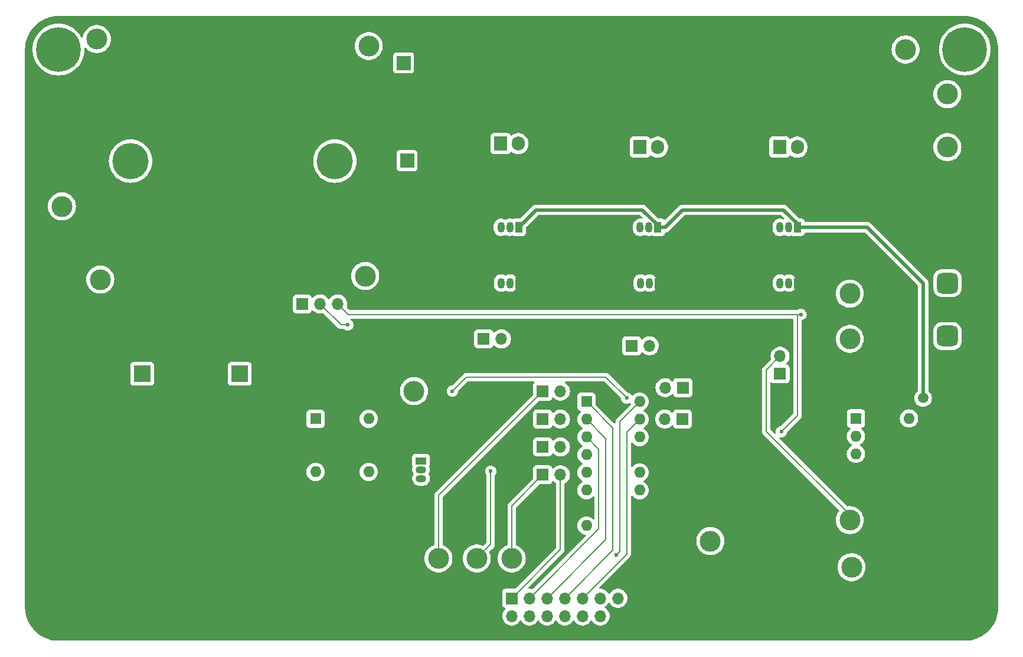
<source format=gbl>
G04 #@! TF.GenerationSoftware,KiCad,Pcbnew,8.0.0*
G04 #@! TF.CreationDate,2024-04-26T12:32:38-04:00*
G04 #@! TF.ProjectId,SurgicalLightBoostConverterModule,53757267-6963-4616-9c4c-69676874426f,rev?*
G04 #@! TF.SameCoordinates,Original*
G04 #@! TF.FileFunction,Copper,L2,Bot*
G04 #@! TF.FilePolarity,Positive*
%FSLAX46Y46*%
G04 Gerber Fmt 4.6, Leading zero omitted, Abs format (unit mm)*
G04 Created by KiCad (PCBNEW 8.0.0) date 2024-04-26 12:32:38*
%MOMM*%
%LPD*%
G01*
G04 APERTURE LIST*
G04 Aperture macros list*
%AMRoundRect*
0 Rectangle with rounded corners*
0 $1 Rounding radius*
0 $2 $3 $4 $5 $6 $7 $8 $9 X,Y pos of 4 corners*
0 Add a 4 corners polygon primitive as box body*
4,1,4,$2,$3,$4,$5,$6,$7,$8,$9,$2,$3,0*
0 Add four circle primitives for the rounded corners*
1,1,$1+$1,$2,$3*
1,1,$1+$1,$4,$5*
1,1,$1+$1,$6,$7*
1,1,$1+$1,$8,$9*
0 Add four rect primitives between the rounded corners*
20,1,$1+$1,$2,$3,$4,$5,0*
20,1,$1+$1,$4,$5,$6,$7,0*
20,1,$1+$1,$6,$7,$8,$9,0*
20,1,$1+$1,$8,$9,$2,$3,0*%
G04 Aperture macros list end*
G04 #@! TA.AperFunction,ComponentPad*
%ADD10R,1.700000X1.700000*%
G04 #@! TD*
G04 #@! TA.AperFunction,ComponentPad*
%ADD11O,1.700000X1.700000*%
G04 #@! TD*
G04 #@! TA.AperFunction,ComponentPad*
%ADD12R,1.600000X1.600000*%
G04 #@! TD*
G04 #@! TA.AperFunction,ComponentPad*
%ADD13O,1.600000X1.600000*%
G04 #@! TD*
G04 #@! TA.AperFunction,ComponentPad*
%ADD14R,1.050000X1.500000*%
G04 #@! TD*
G04 #@! TA.AperFunction,ComponentPad*
%ADD15O,1.050000X1.500000*%
G04 #@! TD*
G04 #@! TA.AperFunction,ComponentPad*
%ADD16C,3.000000*%
G04 #@! TD*
G04 #@! TA.AperFunction,ComponentPad*
%ADD17R,1.905000X2.000000*%
G04 #@! TD*
G04 #@! TA.AperFunction,ComponentPad*
%ADD18O,1.905000X2.000000*%
G04 #@! TD*
G04 #@! TA.AperFunction,ComponentPad*
%ADD19R,2.400000X2.400000*%
G04 #@! TD*
G04 #@! TA.AperFunction,ComponentPad*
%ADD20C,2.400000*%
G04 #@! TD*
G04 #@! TA.AperFunction,ComponentPad*
%ADD21R,1.500000X1.050000*%
G04 #@! TD*
G04 #@! TA.AperFunction,ComponentPad*
%ADD22O,1.500000X1.050000*%
G04 #@! TD*
G04 #@! TA.AperFunction,ComponentPad*
%ADD23C,5.200000*%
G04 #@! TD*
G04 #@! TA.AperFunction,ComponentPad*
%ADD24R,2.000000X2.000000*%
G04 #@! TD*
G04 #@! TA.AperFunction,ComponentPad*
%ADD25C,2.000000*%
G04 #@! TD*
G04 #@! TA.AperFunction,ComponentPad*
%ADD26C,3.600000*%
G04 #@! TD*
G04 #@! TA.AperFunction,ConnectorPad*
%ADD27C,6.400000*%
G04 #@! TD*
G04 #@! TA.AperFunction,ComponentPad*
%ADD28RoundRect,0.750000X0.750000X-0.750000X0.750000X0.750000X-0.750000X0.750000X-0.750000X-0.750000X0*%
G04 #@! TD*
G04 #@! TA.AperFunction,ViaPad*
%ADD29C,0.600000*%
G04 #@! TD*
G04 #@! TA.AperFunction,ViaPad*
%ADD30C,1.500000*%
G04 #@! TD*
G04 #@! TA.AperFunction,Conductor*
%ADD31C,0.500000*%
G04 #@! TD*
G04 #@! TA.AperFunction,Conductor*
%ADD32C,0.200000*%
G04 #@! TD*
G04 #@! TA.AperFunction,Conductor*
%ADD33C,0.177800*%
G04 #@! TD*
G04 APERTURE END LIST*
D10*
X107230000Y-67500000D03*
D11*
X109770000Y-67500000D03*
D12*
X100735000Y-75500000D03*
D13*
X100735000Y-78040000D03*
X100735000Y-80580000D03*
X100735000Y-83120000D03*
X100735000Y-85660000D03*
X100735000Y-88200000D03*
X100735000Y-90740000D03*
X100735000Y-93280000D03*
X108355000Y-93280000D03*
X108355000Y-90740000D03*
X108355000Y-88200000D03*
X108355000Y-85660000D03*
X108355000Y-83120000D03*
X108355000Y-80580000D03*
X108355000Y-78040000D03*
X108355000Y-75500000D03*
D14*
X91000000Y-50500000D03*
D15*
X89730000Y-50500000D03*
X88460000Y-50500000D03*
D16*
X76000000Y-74000000D03*
D17*
X128420000Y-39000000D03*
D18*
X130960000Y-39000000D03*
X133500000Y-39000000D03*
D19*
X37000000Y-71500000D03*
D20*
X42000000Y-71500000D03*
D16*
X138500000Y-66500000D03*
D14*
X131040000Y-58500000D03*
D15*
X129770000Y-58500000D03*
X128500000Y-58500000D03*
D21*
X77000000Y-84000000D03*
D22*
X77000000Y-85270000D03*
X77000000Y-86540000D03*
D16*
X138750000Y-99250000D03*
D23*
X35350000Y-41000000D03*
X64650000Y-41000000D03*
D16*
X30500000Y-23500000D03*
D14*
X91040000Y-58500000D03*
D15*
X89770000Y-58500000D03*
X88500000Y-58500000D03*
D12*
X61880000Y-77960000D03*
D13*
X61880000Y-80500000D03*
X61880000Y-83040000D03*
X61880000Y-85580000D03*
X69500000Y-85580000D03*
X69500000Y-83040000D03*
X69500000Y-80500000D03*
X69500000Y-77960000D03*
D14*
X110960000Y-50500000D03*
D15*
X109690000Y-50500000D03*
X108420000Y-50500000D03*
D10*
X94460000Y-86000000D03*
D11*
X97000000Y-86000000D03*
D10*
X114500000Y-78000000D03*
D11*
X111960000Y-78000000D03*
D16*
X85000000Y-98000000D03*
X79500000Y-98000000D03*
D10*
X94460000Y-78000000D03*
D11*
X97000000Y-78000000D03*
D16*
X69000000Y-57500000D03*
X90000000Y-98000000D03*
D24*
X75000000Y-40923959D03*
D25*
X80000000Y-40923959D03*
D14*
X131000000Y-50500000D03*
D15*
X129730000Y-50500000D03*
X128460000Y-50500000D03*
D10*
X128500000Y-71525000D03*
D11*
X128500000Y-68985000D03*
X128500000Y-66445000D03*
D16*
X69500000Y-24500000D03*
D10*
X86000000Y-66500000D03*
D11*
X88540000Y-66500000D03*
X91080000Y-66500000D03*
D10*
X114540000Y-73500000D03*
D11*
X112000000Y-73500000D03*
D10*
X59975000Y-61500000D03*
D11*
X62515000Y-61500000D03*
X65055000Y-61500000D03*
D26*
X25000000Y-105000000D03*
D27*
X25000000Y-105000000D03*
D17*
X88420000Y-38500000D03*
D18*
X90960000Y-38500000D03*
X93500000Y-38500000D03*
D16*
X31000000Y-58000000D03*
D10*
X94460000Y-82000000D03*
D11*
X97000000Y-82000000D03*
D16*
X25500000Y-47500000D03*
D10*
X94460000Y-74000000D03*
D11*
X97000000Y-74000000D03*
D28*
X152500000Y-66100000D03*
X152500000Y-58500000D03*
D16*
X152500000Y-39000000D03*
X152500000Y-31400000D03*
D14*
X111040000Y-58500000D03*
D15*
X109770000Y-58500000D03*
X108500000Y-58500000D03*
D26*
X155000000Y-25000000D03*
D27*
X155000000Y-25000000D03*
D24*
X74500000Y-26923959D03*
D25*
X79500000Y-26923959D03*
D26*
X25000000Y-25000000D03*
D27*
X25000000Y-25000000D03*
D16*
X138500000Y-60000000D03*
D12*
X139380000Y-77920000D03*
D13*
X139380000Y-80460000D03*
X139380000Y-83000000D03*
X139380000Y-85540000D03*
X147000000Y-85540000D03*
X147000000Y-83000000D03*
X147000000Y-80460000D03*
X147000000Y-77920000D03*
D26*
X155000000Y-105000000D03*
D27*
X155000000Y-105000000D03*
D19*
X51000000Y-71500000D03*
D20*
X56000000Y-71500000D03*
D17*
X108420000Y-39000000D03*
D18*
X110960000Y-39000000D03*
X113500000Y-39000000D03*
D16*
X146500000Y-25000000D03*
X118500000Y-95500000D03*
X138500000Y-92500000D03*
D10*
X90000000Y-103710000D03*
D11*
X90000000Y-106250000D03*
X92540000Y-103710000D03*
X92540000Y-106250000D03*
X95080000Y-103710000D03*
X95080000Y-106250000D03*
X97620000Y-103710000D03*
X97620000Y-106250000D03*
X100160000Y-103710000D03*
X100160000Y-106250000D03*
X102700000Y-103710000D03*
X102700000Y-106250000D03*
X105240000Y-103710000D03*
X105240000Y-106250000D03*
D29*
X125937500Y-83437500D03*
X93000000Y-95400000D03*
X77000000Y-34000000D03*
X56000000Y-61000000D03*
X80175000Y-81825000D03*
X70000000Y-33500000D03*
X136412500Y-81912500D03*
X49500000Y-61000000D03*
X84000000Y-90000000D03*
X25565000Y-39087500D03*
X70000000Y-41000000D03*
X42323959Y-61000000D03*
X146000000Y-35462500D03*
X77500000Y-70000000D03*
D30*
X149000000Y-75000000D03*
D29*
X131500000Y-63000000D03*
X128675000Y-79825000D03*
X81500000Y-74000000D03*
X106500000Y-75000000D03*
X105000000Y-97500000D03*
X87000000Y-85500000D03*
X66500000Y-64500000D03*
D31*
X108762463Y-48000000D02*
X110960000Y-50197537D01*
X110960000Y-50197537D02*
X110960000Y-50500000D01*
X149000000Y-58500000D02*
X141000000Y-50500000D01*
X112000000Y-50500000D02*
X114500000Y-48000000D01*
X93500000Y-48000000D02*
X108762463Y-48000000D01*
X114500000Y-48000000D02*
X129000000Y-48000000D01*
X131000000Y-50000000D02*
X131000000Y-50500000D01*
X149000000Y-75000000D02*
X149000000Y-58500000D01*
X141000000Y-50500000D02*
X131000000Y-50500000D01*
X91000000Y-50500000D02*
X93500000Y-48000000D01*
X129000000Y-48000000D02*
X131000000Y-50000000D01*
X110960000Y-50500000D02*
X112000000Y-50500000D01*
D32*
X131500000Y-63000000D02*
X131000000Y-63000000D01*
X131000000Y-77500000D02*
X131000000Y-63000000D01*
X66555000Y-63000000D02*
X65055000Y-61500000D01*
X128675000Y-79825000D02*
X131000000Y-77500000D01*
X131000000Y-63000000D02*
X66555000Y-63000000D01*
D33*
X97000000Y-96710000D02*
X90000000Y-103710000D01*
X97000000Y-86000000D02*
X97000000Y-96710000D01*
X106500000Y-75000000D02*
X103500000Y-72000000D01*
X103500000Y-72000000D02*
X83500000Y-72000000D01*
X83500000Y-72000000D02*
X81500000Y-74000000D01*
D32*
X103500000Y-95290000D02*
X95080000Y-103710000D01*
X100735000Y-78040000D02*
X103500000Y-80805000D01*
X103500000Y-80805000D02*
X103500000Y-95290000D01*
X104500000Y-96830000D02*
X97620000Y-103710000D01*
X100735000Y-75500000D02*
X104500000Y-79265000D01*
X104500000Y-79265000D02*
X104500000Y-96830000D01*
D33*
X102500000Y-82345000D02*
X102500000Y-93750000D01*
X100735000Y-80580000D02*
X102500000Y-82345000D01*
X102500000Y-93750000D02*
X92540000Y-103710000D01*
D32*
X106500000Y-79895000D02*
X106500000Y-97370000D01*
X106500000Y-97370000D02*
X100160000Y-103710000D01*
X108355000Y-78040000D02*
X106500000Y-79895000D01*
X105500000Y-78355000D02*
X105500000Y-97000000D01*
X112000000Y-73500000D02*
X112255600Y-73500000D01*
X105500000Y-97000000D02*
X105000000Y-97500000D01*
X108355000Y-75500000D02*
X105500000Y-78355000D01*
D33*
X79500000Y-88960000D02*
X79500000Y-98000000D01*
X94460000Y-74000000D02*
X79500000Y-88960000D01*
X87000000Y-85500000D02*
X87000000Y-96000000D01*
X87000000Y-96000000D02*
X85000000Y-98000000D01*
X94460000Y-86000000D02*
X90000000Y-90460000D01*
X90000000Y-90460000D02*
X90000000Y-98000000D01*
X65515000Y-64500000D02*
X62515000Y-61500000D01*
X66500000Y-64500000D02*
X65515000Y-64500000D01*
X128500000Y-68985000D02*
X126500000Y-70985000D01*
X138500000Y-91750000D02*
X138500000Y-92500000D01*
X126500000Y-79750000D02*
X138500000Y-91750000D01*
X126500000Y-70985000D02*
X126500000Y-79750000D01*
G04 #@! TA.AperFunction,Conductor*
G36*
X155002702Y-20200617D02*
G01*
X155412917Y-20218528D01*
X155423654Y-20219468D01*
X155828057Y-20272708D01*
X155838695Y-20274583D01*
X156236925Y-20362869D01*
X156247365Y-20365667D01*
X156636363Y-20488317D01*
X156646524Y-20492015D01*
X157023363Y-20648108D01*
X157033155Y-20652674D01*
X157394965Y-20841020D01*
X157404305Y-20846413D01*
X157689636Y-21028189D01*
X157748309Y-21065568D01*
X157757170Y-21071772D01*
X158080766Y-21320076D01*
X158089053Y-21327030D01*
X158389767Y-21602583D01*
X158397416Y-21610232D01*
X158672969Y-21910946D01*
X158679923Y-21919233D01*
X158928227Y-22242829D01*
X158934431Y-22251690D01*
X159087207Y-22491500D01*
X159153578Y-22595680D01*
X159158987Y-22605048D01*
X159347322Y-22966838D01*
X159351894Y-22976642D01*
X159507983Y-23353473D01*
X159511683Y-23363639D01*
X159634331Y-23752630D01*
X159637131Y-23763078D01*
X159725414Y-24161296D01*
X159727292Y-24171950D01*
X159780529Y-24576326D01*
X159781472Y-24587102D01*
X159799382Y-24997297D01*
X159799500Y-25002706D01*
X159799500Y-104997293D01*
X159799382Y-105002702D01*
X159781472Y-105412897D01*
X159780529Y-105423673D01*
X159727292Y-105828049D01*
X159725414Y-105838703D01*
X159637131Y-106236921D01*
X159634331Y-106247369D01*
X159511683Y-106636360D01*
X159507983Y-106646526D01*
X159351894Y-107023357D01*
X159347322Y-107033161D01*
X159158987Y-107394951D01*
X159153578Y-107404319D01*
X158934431Y-107748309D01*
X158928227Y-107757170D01*
X158679923Y-108080766D01*
X158672969Y-108089053D01*
X158397416Y-108389767D01*
X158389767Y-108397416D01*
X158089053Y-108672969D01*
X158080766Y-108679923D01*
X157757170Y-108928227D01*
X157748309Y-108934431D01*
X157404319Y-109153578D01*
X157394951Y-109158987D01*
X157033161Y-109347322D01*
X157023357Y-109351894D01*
X156646526Y-109507983D01*
X156636360Y-109511683D01*
X156247369Y-109634331D01*
X156236921Y-109637131D01*
X155838703Y-109725414D01*
X155828049Y-109727292D01*
X155423673Y-109780529D01*
X155412897Y-109781472D01*
X155002703Y-109799382D01*
X154997294Y-109799500D01*
X25002706Y-109799500D01*
X24997297Y-109799382D01*
X24587102Y-109781472D01*
X24576326Y-109780529D01*
X24171950Y-109727292D01*
X24161296Y-109725414D01*
X23763078Y-109637131D01*
X23752630Y-109634331D01*
X23363639Y-109511683D01*
X23353473Y-109507983D01*
X22976642Y-109351894D01*
X22966838Y-109347322D01*
X22847126Y-109285004D01*
X22605042Y-109158983D01*
X22595686Y-109153582D01*
X22423685Y-109044004D01*
X22251690Y-108934431D01*
X22242829Y-108928227D01*
X21919233Y-108679923D01*
X21910946Y-108672969D01*
X21610232Y-108397416D01*
X21602583Y-108389767D01*
X21327030Y-108089053D01*
X21320076Y-108080766D01*
X21071772Y-107757170D01*
X21065568Y-107748309D01*
X21012070Y-107664334D01*
X20846413Y-107404305D01*
X20841020Y-107394965D01*
X20652674Y-107033155D01*
X20648105Y-107023357D01*
X20617219Y-106948793D01*
X20492015Y-106646524D01*
X20488316Y-106636360D01*
X20437237Y-106474359D01*
X20365667Y-106247365D01*
X20362868Y-106236921D01*
X20316028Y-106025640D01*
X20274583Y-105838695D01*
X20272707Y-105828049D01*
X20269987Y-105807385D01*
X20219468Y-105423654D01*
X20218528Y-105412917D01*
X20200618Y-105002702D01*
X20200500Y-104997293D01*
X20200500Y-98000000D01*
X77486807Y-98000000D01*
X77505557Y-98274130D01*
X77505558Y-98274132D01*
X77561458Y-98543141D01*
X77561463Y-98543158D01*
X77653476Y-98802056D01*
X77779889Y-99046024D01*
X77779893Y-99046030D01*
X77938340Y-99270499D01*
X77938343Y-99270502D01*
X78125889Y-99471314D01*
X78339031Y-99644718D01*
X78339033Y-99644719D01*
X78339034Y-99644720D01*
X78573801Y-99787485D01*
X78778348Y-99876331D01*
X78825823Y-99896953D01*
X79090404Y-99971085D01*
X79329720Y-100003978D01*
X79362614Y-100008500D01*
X79362615Y-100008500D01*
X79637386Y-100008500D01*
X79666733Y-100004466D01*
X79909596Y-99971085D01*
X80174177Y-99896953D01*
X80426200Y-99787484D01*
X80660969Y-99644718D01*
X80874111Y-99471314D01*
X81061657Y-99270502D01*
X81220111Y-99046023D01*
X81346523Y-98802058D01*
X81438538Y-98543153D01*
X81438539Y-98543146D01*
X81438541Y-98543141D01*
X81484568Y-98321645D01*
X81494442Y-98274130D01*
X81513193Y-98000000D01*
X82986807Y-98000000D01*
X83005557Y-98274130D01*
X83005558Y-98274132D01*
X83061458Y-98543141D01*
X83061463Y-98543158D01*
X83153476Y-98802056D01*
X83279889Y-99046024D01*
X83279893Y-99046030D01*
X83438340Y-99270499D01*
X83438343Y-99270502D01*
X83625889Y-99471314D01*
X83839031Y-99644718D01*
X83839033Y-99644719D01*
X83839034Y-99644720D01*
X84073801Y-99787485D01*
X84278348Y-99876331D01*
X84325823Y-99896953D01*
X84590404Y-99971085D01*
X84829720Y-100003978D01*
X84862614Y-100008500D01*
X84862615Y-100008500D01*
X85137386Y-100008500D01*
X85166733Y-100004466D01*
X85409596Y-99971085D01*
X85674177Y-99896953D01*
X85926200Y-99787484D01*
X86160969Y-99644718D01*
X86374111Y-99471314D01*
X86561657Y-99270502D01*
X86720111Y-99046023D01*
X86846523Y-98802058D01*
X86938538Y-98543153D01*
X86938539Y-98543146D01*
X86938541Y-98543141D01*
X86984568Y-98321645D01*
X86994442Y-98274130D01*
X87013193Y-98000000D01*
X86994442Y-97725870D01*
X86941497Y-97471084D01*
X86938541Y-97456858D01*
X86938536Y-97456841D01*
X86879201Y-97289890D01*
X86846523Y-97197942D01*
X86820139Y-97147023D01*
X86806774Y-97078444D01*
X86832608Y-97013525D01*
X86842556Y-97002294D01*
X87115352Y-96729498D01*
X87478039Y-96366812D01*
X87556688Y-96230588D01*
X87597400Y-96078649D01*
X87597400Y-95921351D01*
X87597400Y-86097354D01*
X87617085Y-86030315D01*
X87633719Y-86009673D01*
X87636111Y-86007281D01*
X87733043Y-85853015D01*
X87793217Y-85681047D01*
X87793218Y-85681041D01*
X87813616Y-85500003D01*
X87813616Y-85499996D01*
X87793218Y-85318958D01*
X87793217Y-85318953D01*
X87755359Y-85210761D01*
X87733043Y-85146985D01*
X87636111Y-84992719D01*
X87507281Y-84863889D01*
X87398912Y-84795796D01*
X87353017Y-84766958D01*
X87353016Y-84766957D01*
X87353015Y-84766957D01*
X87289634Y-84744779D01*
X87181046Y-84706782D01*
X87181041Y-84706781D01*
X87000004Y-84686384D01*
X86999996Y-84686384D01*
X86818958Y-84706781D01*
X86818953Y-84706782D01*
X86646982Y-84766958D01*
X86492718Y-84863889D01*
X86363889Y-84992718D01*
X86266958Y-85146982D01*
X86206782Y-85318953D01*
X86206781Y-85318958D01*
X86186384Y-85499996D01*
X86186384Y-85500003D01*
X86206781Y-85681041D01*
X86206782Y-85681046D01*
X86266958Y-85853017D01*
X86363889Y-86007281D01*
X86366281Y-86009673D01*
X86367332Y-86011598D01*
X86368230Y-86012724D01*
X86368032Y-86012881D01*
X86399766Y-86070996D01*
X86402600Y-86097354D01*
X86402600Y-95701186D01*
X86382915Y-95768225D01*
X86366281Y-95788867D01*
X85997331Y-96157816D01*
X85936008Y-96191301D01*
X85866316Y-96186317D01*
X85860248Y-96183869D01*
X85674178Y-96103047D01*
X85409602Y-96028916D01*
X85409597Y-96028915D01*
X85409596Y-96028915D01*
X85273490Y-96010207D01*
X85137386Y-95991500D01*
X85137385Y-95991500D01*
X84862615Y-95991500D01*
X84862614Y-95991500D01*
X84590404Y-96028915D01*
X84590397Y-96028916D01*
X84325821Y-96103047D01*
X84073801Y-96212514D01*
X83839034Y-96355279D01*
X83625892Y-96528683D01*
X83438340Y-96729500D01*
X83279893Y-96953969D01*
X83279889Y-96953975D01*
X83153476Y-97197943D01*
X83061463Y-97456841D01*
X83061458Y-97456858D01*
X83005558Y-97725867D01*
X83005557Y-97725869D01*
X82986807Y-98000000D01*
X81513193Y-98000000D01*
X81494442Y-97725870D01*
X81441497Y-97471084D01*
X81438541Y-97456858D01*
X81438536Y-97456841D01*
X81379201Y-97289890D01*
X81346523Y-97197942D01*
X81220111Y-96953977D01*
X81220110Y-96953975D01*
X81220106Y-96953969D01*
X81061659Y-96729500D01*
X80954040Y-96614269D01*
X80874111Y-96528686D01*
X80660969Y-96355282D01*
X80660967Y-96355281D01*
X80660965Y-96355279D01*
X80426198Y-96212514D01*
X80171998Y-96102100D01*
X80118351Y-96057337D01*
X80097422Y-95990675D01*
X80097400Y-95988366D01*
X80097400Y-89258813D01*
X80117085Y-89191774D01*
X80133719Y-89171132D01*
X86406197Y-82898654D01*
X93101500Y-82898654D01*
X93108011Y-82959202D01*
X93108011Y-82959204D01*
X93132221Y-83024111D01*
X93159111Y-83096204D01*
X93246739Y-83213261D01*
X93363796Y-83300889D01*
X93500799Y-83351989D01*
X93528050Y-83354918D01*
X93561345Y-83358499D01*
X93561362Y-83358500D01*
X95358638Y-83358500D01*
X95358654Y-83358499D01*
X95385692Y-83355591D01*
X95419201Y-83351989D01*
X95556204Y-83300889D01*
X95673261Y-83213261D01*
X95760889Y-83096204D01*
X95806138Y-82974887D01*
X95848009Y-82918956D01*
X95913474Y-82894539D01*
X95981746Y-82909391D01*
X96013545Y-82934236D01*
X96076760Y-83002906D01*
X96254424Y-83141189D01*
X96254425Y-83141189D01*
X96254427Y-83141191D01*
X96381135Y-83209761D01*
X96452426Y-83248342D01*
X96665365Y-83321444D01*
X96887431Y-83358500D01*
X97112569Y-83358500D01*
X97334635Y-83321444D01*
X97547574Y-83248342D01*
X97745576Y-83141189D01*
X97923240Y-83002906D01*
X98075722Y-82837268D01*
X98198860Y-82648791D01*
X98289296Y-82442616D01*
X98344564Y-82224368D01*
X98363156Y-82000000D01*
X98362642Y-81993802D01*
X98344565Y-81775640D01*
X98344563Y-81775628D01*
X98341876Y-81765018D01*
X98289296Y-81557384D01*
X98198860Y-81351209D01*
X98168215Y-81304304D01*
X98075723Y-81162734D01*
X98075715Y-81162723D01*
X97923243Y-80997097D01*
X97923238Y-80997092D01*
X97745577Y-80858812D01*
X97745572Y-80858808D01*
X97547580Y-80751661D01*
X97547577Y-80751659D01*
X97547574Y-80751658D01*
X97547571Y-80751657D01*
X97547569Y-80751656D01*
X97334637Y-80678556D01*
X97112569Y-80641500D01*
X96887431Y-80641500D01*
X96665362Y-80678556D01*
X96452430Y-80751656D01*
X96452419Y-80751661D01*
X96254427Y-80858808D01*
X96254422Y-80858812D01*
X96076761Y-80997092D01*
X96013548Y-81065760D01*
X95953661Y-81101750D01*
X95883823Y-81099649D01*
X95826207Y-81060124D01*
X95806138Y-81025110D01*
X95760889Y-80903796D01*
X95727214Y-80858812D01*
X95673261Y-80786739D01*
X95556204Y-80699111D01*
X95419203Y-80648011D01*
X95358654Y-80641500D01*
X95358638Y-80641500D01*
X93561362Y-80641500D01*
X93561345Y-80641500D01*
X93500797Y-80648011D01*
X93500795Y-80648011D01*
X93363795Y-80699111D01*
X93246739Y-80786739D01*
X93159111Y-80903795D01*
X93108011Y-81040795D01*
X93108011Y-81040797D01*
X93101500Y-81101345D01*
X93101500Y-82898654D01*
X86406197Y-82898654D01*
X90406197Y-78898654D01*
X93101500Y-78898654D01*
X93108011Y-78959202D01*
X93108011Y-78959204D01*
X93144684Y-79057524D01*
X93159111Y-79096204D01*
X93246739Y-79213261D01*
X93363796Y-79300889D01*
X93500799Y-79351989D01*
X93528050Y-79354918D01*
X93561345Y-79358499D01*
X93561362Y-79358500D01*
X95358638Y-79358500D01*
X95358654Y-79358499D01*
X95385692Y-79355591D01*
X95419201Y-79351989D01*
X95556204Y-79300889D01*
X95673261Y-79213261D01*
X95760889Y-79096204D01*
X95806138Y-78974887D01*
X95848009Y-78918956D01*
X95913474Y-78894539D01*
X95981746Y-78909391D01*
X96013545Y-78934236D01*
X96076760Y-79002906D01*
X96254424Y-79141189D01*
X96254425Y-79141189D01*
X96254427Y-79141191D01*
X96321565Y-79177524D01*
X96452426Y-79248342D01*
X96629166Y-79309017D01*
X96654511Y-79317718D01*
X96665365Y-79321444D01*
X96887431Y-79358500D01*
X97112569Y-79358500D01*
X97334635Y-79321444D01*
X97547574Y-79248342D01*
X97745576Y-79141189D01*
X97923240Y-79002906D01*
X98046323Y-78869204D01*
X98075715Y-78837276D01*
X98075716Y-78837274D01*
X98075722Y-78837268D01*
X98198860Y-78648791D01*
X98289296Y-78442616D01*
X98344564Y-78224368D01*
X98347570Y-78188089D01*
X98363156Y-78000005D01*
X98363156Y-77999994D01*
X98344565Y-77775640D01*
X98344563Y-77775628D01*
X98289296Y-77557385D01*
X98268843Y-77510757D01*
X98198860Y-77351209D01*
X98167529Y-77303254D01*
X98075723Y-77162734D01*
X98075715Y-77162723D01*
X97923243Y-76997097D01*
X97923238Y-76997092D01*
X97775860Y-76882382D01*
X97745576Y-76858811D01*
X97745575Y-76858810D01*
X97745572Y-76858808D01*
X97547580Y-76751661D01*
X97547577Y-76751659D01*
X97547574Y-76751658D01*
X97547571Y-76751657D01*
X97547569Y-76751656D01*
X97334637Y-76678556D01*
X97112569Y-76641500D01*
X96887431Y-76641500D01*
X96665362Y-76678556D01*
X96452430Y-76751656D01*
X96452419Y-76751661D01*
X96254427Y-76858808D01*
X96254422Y-76858812D01*
X96076761Y-76997092D01*
X96013548Y-77065760D01*
X95953661Y-77101750D01*
X95883823Y-77099649D01*
X95826207Y-77060124D01*
X95806138Y-77025110D01*
X95760889Y-76903796D01*
X95748837Y-76887696D01*
X95673261Y-76786739D01*
X95556204Y-76699111D01*
X95419203Y-76648011D01*
X95358654Y-76641500D01*
X95358638Y-76641500D01*
X93561362Y-76641500D01*
X93561345Y-76641500D01*
X93500797Y-76648011D01*
X93500795Y-76648011D01*
X93363795Y-76699111D01*
X93246739Y-76786739D01*
X93159111Y-76903795D01*
X93108011Y-77040795D01*
X93108011Y-77040797D01*
X93101500Y-77101345D01*
X93101500Y-78898654D01*
X90406197Y-78898654D01*
X93910032Y-75394819D01*
X93971355Y-75361334D01*
X93997713Y-75358500D01*
X95358638Y-75358500D01*
X95358654Y-75358499D01*
X95385692Y-75355591D01*
X95419201Y-75351989D01*
X95556204Y-75300889D01*
X95673261Y-75213261D01*
X95760889Y-75096204D01*
X95806138Y-74974887D01*
X95848009Y-74918956D01*
X95913474Y-74894539D01*
X95981746Y-74909391D01*
X96013545Y-74934236D01*
X96076760Y-75002906D01*
X96254424Y-75141189D01*
X96254425Y-75141189D01*
X96254427Y-75141191D01*
X96328068Y-75181043D01*
X96452426Y-75248342D01*
X96665365Y-75321444D01*
X96887431Y-75358500D01*
X97112569Y-75358500D01*
X97334635Y-75321444D01*
X97547574Y-75248342D01*
X97745576Y-75141189D01*
X97923240Y-75002906D01*
X98023000Y-74894539D01*
X98075715Y-74837276D01*
X98075716Y-74837274D01*
X98075722Y-74837268D01*
X98198860Y-74648791D01*
X98289296Y-74442616D01*
X98344564Y-74224368D01*
X98346021Y-74206783D01*
X98363156Y-74000005D01*
X98363156Y-73999994D01*
X98344565Y-73775640D01*
X98344563Y-73775628D01*
X98341876Y-73765018D01*
X98289296Y-73557384D01*
X98198860Y-73351209D01*
X98143815Y-73266957D01*
X98104502Y-73206783D01*
X98075722Y-73162732D01*
X98075719Y-73162729D01*
X98075715Y-73162723D01*
X97923243Y-72997097D01*
X97923238Y-72997092D01*
X97768931Y-72876989D01*
X97745576Y-72858811D01*
X97745575Y-72858810D01*
X97745572Y-72858808D01*
X97693179Y-72830455D01*
X97643588Y-72781236D01*
X97628480Y-72713019D01*
X97652650Y-72647463D01*
X97708426Y-72605382D01*
X97752196Y-72597400D01*
X103201187Y-72597400D01*
X103268226Y-72617085D01*
X103288868Y-72633719D01*
X105659668Y-75004519D01*
X105693153Y-75065842D01*
X105695207Y-75078316D01*
X105706781Y-75181043D01*
X105766958Y-75353017D01*
X105841289Y-75471314D01*
X105863889Y-75507281D01*
X105992719Y-75636111D01*
X106146985Y-75733043D01*
X106288383Y-75782520D01*
X106318953Y-75793217D01*
X106318958Y-75793218D01*
X106499996Y-75813616D01*
X106500000Y-75813616D01*
X106500004Y-75813616D01*
X106681041Y-75793218D01*
X106681044Y-75793217D01*
X106681047Y-75793217D01*
X106853015Y-75733043D01*
X106890294Y-75709619D01*
X106957530Y-75690618D01*
X107024366Y-75710985D01*
X107069580Y-75764252D01*
X107076042Y-75782520D01*
X107086229Y-75820541D01*
X107084565Y-75890391D01*
X107054135Y-75940314D01*
X105013080Y-77981370D01*
X105013076Y-77981376D01*
X104932967Y-78120126D01*
X104932968Y-78120126D01*
X104932968Y-78120127D01*
X104891500Y-78274889D01*
X104891500Y-78496589D01*
X104871815Y-78563628D01*
X104819011Y-78609383D01*
X104749853Y-78619327D01*
X104686297Y-78590302D01*
X104679819Y-78584270D01*
X102079819Y-75984270D01*
X102046334Y-75922947D01*
X102043500Y-75896589D01*
X102043500Y-74651362D01*
X102043499Y-74651345D01*
X102039427Y-74613479D01*
X102036989Y-74590799D01*
X102028455Y-74567920D01*
X102005838Y-74507281D01*
X101985889Y-74453796D01*
X101898261Y-74336739D01*
X101781204Y-74249111D01*
X101644203Y-74198011D01*
X101583654Y-74191500D01*
X101583638Y-74191500D01*
X99886362Y-74191500D01*
X99886345Y-74191500D01*
X99825797Y-74198011D01*
X99825795Y-74198011D01*
X99688795Y-74249111D01*
X99571739Y-74336739D01*
X99484111Y-74453795D01*
X99433011Y-74590795D01*
X99433011Y-74590797D01*
X99426500Y-74651345D01*
X99426500Y-76348654D01*
X99433011Y-76409202D01*
X99433011Y-76409204D01*
X99469189Y-76506198D01*
X99484111Y-76546204D01*
X99571739Y-76663261D01*
X99688796Y-76750889D01*
X99773483Y-76782476D01*
X99825793Y-76801987D01*
X99825799Y-76801989D01*
X99840499Y-76803569D01*
X99905048Y-76830305D01*
X99944897Y-76887696D01*
X99947393Y-76957521D01*
X99911742Y-77017611D01*
X99898377Y-77028425D01*
X99890700Y-77033802D01*
X99890696Y-77033805D01*
X99728806Y-77195695D01*
X99728803Y-77195698D01*
X99728802Y-77195700D01*
X99681500Y-77263254D01*
X99597476Y-77383252D01*
X99597475Y-77383254D01*
X99500718Y-77590750D01*
X99500714Y-77590761D01*
X99441457Y-77811910D01*
X99441456Y-77811918D01*
X99421502Y-78039998D01*
X99421502Y-78040001D01*
X99441456Y-78268081D01*
X99441457Y-78268089D01*
X99500714Y-78489238D01*
X99500718Y-78489249D01*
X99575114Y-78648791D01*
X99597477Y-78696749D01*
X99728802Y-78884300D01*
X99890700Y-79046198D01*
X100045064Y-79154285D01*
X100078251Y-79177523D01*
X100121345Y-79197618D01*
X100173784Y-79243791D01*
X100192936Y-79310984D01*
X100172720Y-79377865D01*
X100121345Y-79422382D01*
X100078251Y-79442476D01*
X99971753Y-79517048D01*
X99890700Y-79573802D01*
X99890698Y-79573803D01*
X99890695Y-79573806D01*
X99728806Y-79735695D01*
X99728803Y-79735698D01*
X99728802Y-79735700D01*
X99681500Y-79803254D01*
X99597476Y-79923252D01*
X99597475Y-79923254D01*
X99500718Y-80130750D01*
X99500714Y-80130761D01*
X99441457Y-80351910D01*
X99441456Y-80351918D01*
X99421502Y-80579998D01*
X99421502Y-80580001D01*
X99441456Y-80808081D01*
X99441457Y-80808089D01*
X99500714Y-81029238D01*
X99500718Y-81029249D01*
X99562963Y-81162734D01*
X99597477Y-81236749D01*
X99728802Y-81424300D01*
X99890700Y-81586198D01*
X100078251Y-81717523D01*
X100121345Y-81737618D01*
X100173784Y-81783791D01*
X100192936Y-81850984D01*
X100172720Y-81917865D01*
X100121345Y-81962382D01*
X100078251Y-81982476D01*
X99953126Y-82070090D01*
X99890700Y-82113802D01*
X99890698Y-82113803D01*
X99890695Y-82113806D01*
X99728806Y-82275695D01*
X99728803Y-82275698D01*
X99728802Y-82275700D01*
X99681500Y-82343254D01*
X99597476Y-82463252D01*
X99597475Y-82463254D01*
X99500718Y-82670750D01*
X99500714Y-82670761D01*
X99441457Y-82891910D01*
X99441456Y-82891918D01*
X99421502Y-83119998D01*
X99421502Y-83120001D01*
X99441456Y-83348081D01*
X99441457Y-83348089D01*
X99500714Y-83569238D01*
X99500718Y-83569249D01*
X99541520Y-83656749D01*
X99597477Y-83776749D01*
X99728802Y-83964300D01*
X99890700Y-84126198D01*
X100045064Y-84234285D01*
X100078251Y-84257523D01*
X100121345Y-84277618D01*
X100173784Y-84323791D01*
X100192936Y-84390984D01*
X100172720Y-84457865D01*
X100121345Y-84502382D01*
X100078251Y-84522476D01*
X99953126Y-84610090D01*
X99890700Y-84653802D01*
X99890698Y-84653803D01*
X99890695Y-84653806D01*
X99728806Y-84815695D01*
X99728803Y-84815698D01*
X99728802Y-84815700D01*
X99698615Y-84858812D01*
X99597476Y-85003252D01*
X99597475Y-85003254D01*
X99500718Y-85210750D01*
X99500714Y-85210761D01*
X99441457Y-85431910D01*
X99441456Y-85431918D01*
X99421502Y-85659998D01*
X99421502Y-85660001D01*
X99441456Y-85888081D01*
X99441457Y-85888089D01*
X99500714Y-86109238D01*
X99500718Y-86109249D01*
X99567400Y-86252248D01*
X99597477Y-86316749D01*
X99728802Y-86504300D01*
X99890700Y-86666198D01*
X100078251Y-86797523D01*
X100121345Y-86817618D01*
X100173784Y-86863791D01*
X100192936Y-86930984D01*
X100172720Y-86997865D01*
X100121345Y-87042382D01*
X100078251Y-87062476D01*
X99965830Y-87141195D01*
X99890700Y-87193802D01*
X99890698Y-87193803D01*
X99890695Y-87193806D01*
X99728806Y-87355695D01*
X99728803Y-87355698D01*
X99728802Y-87355700D01*
X99683528Y-87420358D01*
X99597476Y-87543252D01*
X99597475Y-87543254D01*
X99500718Y-87750750D01*
X99500714Y-87750761D01*
X99441457Y-87971910D01*
X99441456Y-87971918D01*
X99421502Y-88199998D01*
X99421502Y-88200001D01*
X99441456Y-88428081D01*
X99441457Y-88428089D01*
X99500714Y-88649238D01*
X99500718Y-88649249D01*
X99538097Y-88729408D01*
X99597477Y-88856749D01*
X99728802Y-89044300D01*
X99890700Y-89206198D01*
X100078251Y-89337523D01*
X100203091Y-89395736D01*
X100285750Y-89434281D01*
X100285752Y-89434281D01*
X100285757Y-89434284D01*
X100506913Y-89493543D01*
X100669832Y-89507796D01*
X100734998Y-89513498D01*
X100735000Y-89513498D01*
X100735002Y-89513498D01*
X100792021Y-89508509D01*
X100963087Y-89493543D01*
X101184243Y-89434284D01*
X101391749Y-89337523D01*
X101579300Y-89206198D01*
X101690919Y-89094579D01*
X101752242Y-89061094D01*
X101821934Y-89066078D01*
X101877867Y-89107950D01*
X101902284Y-89173414D01*
X101902600Y-89182260D01*
X101902600Y-92297740D01*
X101882915Y-92364779D01*
X101830111Y-92410534D01*
X101760953Y-92420478D01*
X101697397Y-92391453D01*
X101690919Y-92385421D01*
X101579304Y-92273806D01*
X101579300Y-92273802D01*
X101391749Y-92142477D01*
X101391745Y-92142475D01*
X101184249Y-92045718D01*
X101184238Y-92045714D01*
X100963089Y-91986457D01*
X100963081Y-91986456D01*
X100735002Y-91966502D01*
X100734998Y-91966502D01*
X100506918Y-91986456D01*
X100506910Y-91986457D01*
X100285761Y-92045714D01*
X100285750Y-92045718D01*
X100078254Y-92142475D01*
X100078252Y-92142476D01*
X100078251Y-92142477D01*
X99890700Y-92273802D01*
X99890698Y-92273803D01*
X99890695Y-92273806D01*
X99728806Y-92435695D01*
X99597476Y-92623252D01*
X99597475Y-92623254D01*
X99500718Y-92830750D01*
X99500714Y-92830761D01*
X99441457Y-93051910D01*
X99441456Y-93051918D01*
X99421502Y-93279998D01*
X99421502Y-93280001D01*
X99441456Y-93508081D01*
X99441457Y-93508089D01*
X99500714Y-93729238D01*
X99500718Y-93729249D01*
X99597475Y-93936745D01*
X99597477Y-93936749D01*
X99728802Y-94124300D01*
X99890700Y-94286198D01*
X100078251Y-94417523D01*
X100193112Y-94471083D01*
X100285750Y-94514281D01*
X100285752Y-94514281D01*
X100285757Y-94514284D01*
X100506913Y-94573543D01*
X100540576Y-94576488D01*
X100605645Y-94601940D01*
X100646624Y-94658531D01*
X100650502Y-94728293D01*
X100617450Y-94787697D01*
X93035046Y-102370101D01*
X92973723Y-102403586D01*
X92907103Y-102399702D01*
X92874634Y-102388555D01*
X92652569Y-102351500D01*
X92502712Y-102351500D01*
X92435673Y-102331815D01*
X92389918Y-102279011D01*
X92379974Y-102209853D01*
X92408999Y-102146297D01*
X92415031Y-102139819D01*
X94767366Y-99787484D01*
X97478039Y-97076812D01*
X97499252Y-97040070D01*
X97556688Y-96940588D01*
X97597400Y-96788649D01*
X97597400Y-87295265D01*
X97617085Y-87228226D01*
X97662384Y-87186210D01*
X97745566Y-87141195D01*
X97745569Y-87141192D01*
X97745576Y-87141189D01*
X97923240Y-87002906D01*
X98052829Y-86862136D01*
X98075715Y-86837276D01*
X98075716Y-86837274D01*
X98075722Y-86837268D01*
X98198860Y-86648791D01*
X98289296Y-86442616D01*
X98344564Y-86224368D01*
X98344565Y-86224359D01*
X98363156Y-86000005D01*
X98363156Y-85999994D01*
X98344565Y-85775640D01*
X98344563Y-85775628D01*
X98320612Y-85681047D01*
X98289296Y-85557384D01*
X98198860Y-85351209D01*
X98177789Y-85318958D01*
X98075723Y-85162734D01*
X98075715Y-85162723D01*
X97923243Y-84997097D01*
X97923238Y-84997092D01*
X97745577Y-84858812D01*
X97745572Y-84858808D01*
X97547580Y-84751661D01*
X97547577Y-84751659D01*
X97547574Y-84751658D01*
X97547571Y-84751657D01*
X97547569Y-84751656D01*
X97334637Y-84678556D01*
X97112569Y-84641500D01*
X96887431Y-84641500D01*
X96665362Y-84678556D01*
X96452430Y-84751656D01*
X96452419Y-84751661D01*
X96254427Y-84858808D01*
X96254422Y-84858812D01*
X96076761Y-84997092D01*
X96013548Y-85065760D01*
X95953661Y-85101750D01*
X95883823Y-85099649D01*
X95826207Y-85060124D01*
X95806138Y-85025110D01*
X95760889Y-84903796D01*
X95727214Y-84858812D01*
X95673261Y-84786739D01*
X95556204Y-84699111D01*
X95522082Y-84686384D01*
X95419203Y-84648011D01*
X95358654Y-84641500D01*
X95358638Y-84641500D01*
X93561362Y-84641500D01*
X93561345Y-84641500D01*
X93500797Y-84648011D01*
X93500795Y-84648011D01*
X93363795Y-84699111D01*
X93246739Y-84786739D01*
X93159111Y-84903795D01*
X93108011Y-85040795D01*
X93108011Y-85040797D01*
X93101500Y-85101345D01*
X93101500Y-86462287D01*
X93081815Y-86529326D01*
X93065181Y-86549968D01*
X89521963Y-90093185D01*
X89521959Y-90093191D01*
X89443313Y-90229408D01*
X89443312Y-90229412D01*
X89402600Y-90381351D01*
X89402600Y-90381353D01*
X89402600Y-95988366D01*
X89382915Y-96055405D01*
X89330111Y-96101160D01*
X89328002Y-96102100D01*
X89073801Y-96212514D01*
X88839034Y-96355279D01*
X88625892Y-96528683D01*
X88438340Y-96729500D01*
X88279893Y-96953969D01*
X88279889Y-96953975D01*
X88153476Y-97197943D01*
X88061463Y-97456841D01*
X88061458Y-97456858D01*
X88005558Y-97725867D01*
X88005557Y-97725869D01*
X87986807Y-98000000D01*
X88005557Y-98274130D01*
X88005558Y-98274132D01*
X88061458Y-98543141D01*
X88061463Y-98543158D01*
X88153476Y-98802056D01*
X88279889Y-99046024D01*
X88279893Y-99046030D01*
X88438340Y-99270499D01*
X88438343Y-99270502D01*
X88625889Y-99471314D01*
X88839031Y-99644718D01*
X88839033Y-99644719D01*
X88839034Y-99644720D01*
X89073801Y-99787485D01*
X89278348Y-99876331D01*
X89325823Y-99896953D01*
X89590404Y-99971085D01*
X89829720Y-100003978D01*
X89862614Y-100008500D01*
X89862615Y-100008500D01*
X90137386Y-100008500D01*
X90166733Y-100004466D01*
X90409596Y-99971085D01*
X90674177Y-99896953D01*
X90926200Y-99787484D01*
X91160969Y-99644718D01*
X91374111Y-99471314D01*
X91561657Y-99270502D01*
X91720111Y-99046023D01*
X91846523Y-98802058D01*
X91938538Y-98543153D01*
X91938539Y-98543146D01*
X91938541Y-98543141D01*
X91984568Y-98321645D01*
X91994442Y-98274130D01*
X92013193Y-98000000D01*
X91994442Y-97725870D01*
X91941497Y-97471084D01*
X91938541Y-97456858D01*
X91938536Y-97456841D01*
X91879201Y-97289890D01*
X91846523Y-97197942D01*
X91720111Y-96953977D01*
X91720110Y-96953975D01*
X91720106Y-96953969D01*
X91561659Y-96729500D01*
X91454040Y-96614269D01*
X91374111Y-96528686D01*
X91160969Y-96355282D01*
X91160967Y-96355281D01*
X91160965Y-96355279D01*
X90926198Y-96212514D01*
X90671998Y-96102100D01*
X90618351Y-96057337D01*
X90597422Y-95990675D01*
X90597400Y-95988366D01*
X90597400Y-90758813D01*
X90617085Y-90691774D01*
X90633719Y-90671132D01*
X93910032Y-87394819D01*
X93971355Y-87361334D01*
X93997713Y-87358500D01*
X95358638Y-87358500D01*
X95358654Y-87358499D01*
X95385692Y-87355591D01*
X95419201Y-87351989D01*
X95556204Y-87300889D01*
X95673261Y-87213261D01*
X95760889Y-87096204D01*
X95806138Y-86974887D01*
X95848009Y-86918956D01*
X95913474Y-86894539D01*
X95981746Y-86909391D01*
X96013545Y-86934236D01*
X96076760Y-87002906D01*
X96254424Y-87141189D01*
X96254426Y-87141190D01*
X96254433Y-87141195D01*
X96337616Y-87186210D01*
X96387208Y-87235429D01*
X96402600Y-87295265D01*
X96402600Y-96411187D01*
X96382915Y-96478226D01*
X96366281Y-96498868D01*
X90549968Y-102315181D01*
X90488645Y-102348666D01*
X90462287Y-102351500D01*
X89101345Y-102351500D01*
X89040797Y-102358011D01*
X89040795Y-102358011D01*
X88903795Y-102409111D01*
X88786739Y-102496739D01*
X88699111Y-102613795D01*
X88648011Y-102750795D01*
X88648011Y-102750797D01*
X88641500Y-102811345D01*
X88641500Y-104608654D01*
X88648011Y-104669202D01*
X88648011Y-104669204D01*
X88699111Y-104806204D01*
X88786739Y-104923261D01*
X88903796Y-105010889D01*
X88955737Y-105030262D01*
X89021595Y-105054827D01*
X89077528Y-105096699D01*
X89101944Y-105162163D01*
X89087092Y-105230436D01*
X89069490Y-105254991D01*
X88924279Y-105412730D01*
X88924276Y-105412734D01*
X88801140Y-105601207D01*
X88710703Y-105807385D01*
X88655436Y-106025628D01*
X88655434Y-106025640D01*
X88636844Y-106249994D01*
X88636844Y-106250005D01*
X88655434Y-106474359D01*
X88655436Y-106474371D01*
X88710703Y-106692614D01*
X88801140Y-106898792D01*
X88924276Y-107087265D01*
X88924284Y-107087276D01*
X89076756Y-107252902D01*
X89076760Y-107252906D01*
X89254424Y-107391189D01*
X89254425Y-107391189D01*
X89254427Y-107391191D01*
X89270243Y-107399750D01*
X89452426Y-107498342D01*
X89665365Y-107571444D01*
X89887431Y-107608500D01*
X90112569Y-107608500D01*
X90334635Y-107571444D01*
X90547574Y-107498342D01*
X90745576Y-107391189D01*
X90923240Y-107252906D01*
X91075722Y-107087268D01*
X91166193Y-106948790D01*
X91219338Y-106903437D01*
X91288569Y-106894013D01*
X91351905Y-106923515D01*
X91373804Y-106948787D01*
X91464278Y-107087268D01*
X91464283Y-107087273D01*
X91464284Y-107087276D01*
X91616756Y-107252902D01*
X91616760Y-107252906D01*
X91794424Y-107391189D01*
X91794425Y-107391189D01*
X91794427Y-107391191D01*
X91810243Y-107399750D01*
X91992426Y-107498342D01*
X92205365Y-107571444D01*
X92427431Y-107608500D01*
X92652569Y-107608500D01*
X92874635Y-107571444D01*
X93087574Y-107498342D01*
X93285576Y-107391189D01*
X93463240Y-107252906D01*
X93615722Y-107087268D01*
X93706193Y-106948790D01*
X93759338Y-106903437D01*
X93828569Y-106894013D01*
X93891905Y-106923515D01*
X93913804Y-106948787D01*
X94004278Y-107087268D01*
X94004283Y-107087273D01*
X94004284Y-107087276D01*
X94156756Y-107252902D01*
X94156760Y-107252906D01*
X94334424Y-107391189D01*
X94334425Y-107391189D01*
X94334427Y-107391191D01*
X94350243Y-107399750D01*
X94532426Y-107498342D01*
X94745365Y-107571444D01*
X94967431Y-107608500D01*
X95192569Y-107608500D01*
X95414635Y-107571444D01*
X95627574Y-107498342D01*
X95825576Y-107391189D01*
X96003240Y-107252906D01*
X96155722Y-107087268D01*
X96246193Y-106948790D01*
X96299338Y-106903437D01*
X96368569Y-106894013D01*
X96431905Y-106923515D01*
X96453804Y-106948787D01*
X96544278Y-107087268D01*
X96544283Y-107087273D01*
X96544284Y-107087276D01*
X96696756Y-107252902D01*
X96696760Y-107252906D01*
X96874424Y-107391189D01*
X96874425Y-107391189D01*
X96874427Y-107391191D01*
X96890243Y-107399750D01*
X97072426Y-107498342D01*
X97285365Y-107571444D01*
X97507431Y-107608500D01*
X97732569Y-107608500D01*
X97954635Y-107571444D01*
X98167574Y-107498342D01*
X98365576Y-107391189D01*
X98543240Y-107252906D01*
X98695722Y-107087268D01*
X98786193Y-106948790D01*
X98839338Y-106903437D01*
X98908569Y-106894013D01*
X98971905Y-106923515D01*
X98993804Y-106948787D01*
X99084278Y-107087268D01*
X99084283Y-107087273D01*
X99084284Y-107087276D01*
X99236756Y-107252902D01*
X99236760Y-107252906D01*
X99414424Y-107391189D01*
X99414425Y-107391189D01*
X99414427Y-107391191D01*
X99430243Y-107399750D01*
X99612426Y-107498342D01*
X99825365Y-107571444D01*
X100047431Y-107608500D01*
X100272569Y-107608500D01*
X100494635Y-107571444D01*
X100707574Y-107498342D01*
X100905576Y-107391189D01*
X101083240Y-107252906D01*
X101235722Y-107087268D01*
X101326193Y-106948790D01*
X101379338Y-106903437D01*
X101448569Y-106894013D01*
X101511905Y-106923515D01*
X101533804Y-106948787D01*
X101624278Y-107087268D01*
X101624283Y-107087273D01*
X101624284Y-107087276D01*
X101776756Y-107252902D01*
X101776760Y-107252906D01*
X101954424Y-107391189D01*
X101954425Y-107391189D01*
X101954427Y-107391191D01*
X101970243Y-107399750D01*
X102152426Y-107498342D01*
X102365365Y-107571444D01*
X102587431Y-107608500D01*
X102812569Y-107608500D01*
X103034635Y-107571444D01*
X103247574Y-107498342D01*
X103445576Y-107391189D01*
X103623240Y-107252906D01*
X103775722Y-107087268D01*
X103898860Y-106898791D01*
X103989296Y-106692616D01*
X104044564Y-106474368D01*
X104063156Y-106250000D01*
X104062072Y-106236921D01*
X104044565Y-106025640D01*
X104044563Y-106025628D01*
X103989296Y-105807385D01*
X103898859Y-105601207D01*
X103779362Y-105418304D01*
X103775722Y-105412732D01*
X103775719Y-105412729D01*
X103775715Y-105412723D01*
X103623243Y-105247097D01*
X103623238Y-105247092D01*
X103445577Y-105108812D01*
X103445578Y-105108812D01*
X103445576Y-105108811D01*
X103409070Y-105089055D01*
X103359479Y-105039836D01*
X103344371Y-104971619D01*
X103368541Y-104906064D01*
X103409070Y-104870945D01*
X103409084Y-104870936D01*
X103445576Y-104851189D01*
X103623240Y-104712906D01*
X103775722Y-104547268D01*
X103866193Y-104408790D01*
X103919338Y-104363437D01*
X103988569Y-104354013D01*
X104051905Y-104383515D01*
X104073804Y-104408787D01*
X104164278Y-104547268D01*
X104164283Y-104547273D01*
X104164284Y-104547276D01*
X104290968Y-104684889D01*
X104316760Y-104712906D01*
X104494424Y-104851189D01*
X104494425Y-104851189D01*
X104494427Y-104851191D01*
X104595824Y-104906064D01*
X104692426Y-104958342D01*
X104905365Y-105031444D01*
X105127431Y-105068500D01*
X105352569Y-105068500D01*
X105574635Y-105031444D01*
X105787574Y-104958342D01*
X105985576Y-104851189D01*
X106163240Y-104712906D01*
X106315722Y-104547268D01*
X106438860Y-104358791D01*
X106529296Y-104152616D01*
X106584564Y-103934368D01*
X106603156Y-103710000D01*
X106584564Y-103485632D01*
X106529296Y-103267384D01*
X106438860Y-103061209D01*
X106422706Y-103036484D01*
X106315723Y-102872734D01*
X106315715Y-102872723D01*
X106163243Y-102707097D01*
X106163238Y-102707092D01*
X105985577Y-102568812D01*
X105985572Y-102568808D01*
X105787580Y-102461661D01*
X105787577Y-102461659D01*
X105787574Y-102461658D01*
X105787571Y-102461657D01*
X105787569Y-102461656D01*
X105574637Y-102388556D01*
X105352569Y-102351500D01*
X105127431Y-102351500D01*
X104905362Y-102388556D01*
X104692430Y-102461656D01*
X104692419Y-102461661D01*
X104494427Y-102568808D01*
X104494422Y-102568812D01*
X104316761Y-102707092D01*
X104316756Y-102707097D01*
X104164284Y-102872723D01*
X104164276Y-102872734D01*
X104073808Y-103011206D01*
X104020662Y-103056562D01*
X103951431Y-103065986D01*
X103888095Y-103036484D01*
X103866192Y-103011206D01*
X103775723Y-102872734D01*
X103775715Y-102872723D01*
X103623243Y-102707097D01*
X103623238Y-102707092D01*
X103445577Y-102568812D01*
X103445572Y-102568808D01*
X103247580Y-102461661D01*
X103247577Y-102461659D01*
X103247574Y-102461658D01*
X103247571Y-102461657D01*
X103247569Y-102461656D01*
X103034637Y-102388556D01*
X102812569Y-102351500D01*
X102678410Y-102351500D01*
X102611371Y-102331815D01*
X102565616Y-102279011D01*
X102555672Y-102209853D01*
X102584697Y-102146297D01*
X102590729Y-102139819D01*
X104434525Y-100296023D01*
X105480548Y-99250000D01*
X136736807Y-99250000D01*
X136755557Y-99524130D01*
X136755558Y-99524132D01*
X136811458Y-99793141D01*
X136811463Y-99793158D01*
X136903476Y-100052056D01*
X137029889Y-100296024D01*
X137029893Y-100296030D01*
X137188340Y-100520499D01*
X137188343Y-100520502D01*
X137375889Y-100721314D01*
X137589031Y-100894718D01*
X137589033Y-100894719D01*
X137589034Y-100894720D01*
X137823801Y-101037485D01*
X138028348Y-101126331D01*
X138075823Y-101146953D01*
X138340404Y-101221085D01*
X138579720Y-101253978D01*
X138612614Y-101258500D01*
X138612615Y-101258500D01*
X138887386Y-101258500D01*
X138916733Y-101254466D01*
X139159596Y-101221085D01*
X139424177Y-101146953D01*
X139676200Y-101037484D01*
X139910969Y-100894718D01*
X140124111Y-100721314D01*
X140311657Y-100520502D01*
X140470111Y-100296023D01*
X140596523Y-100052058D01*
X140688538Y-99793153D01*
X140688539Y-99793146D01*
X140688541Y-99793141D01*
X140719383Y-99644718D01*
X140744442Y-99524130D01*
X140763193Y-99250000D01*
X140744442Y-98975870D01*
X140725141Y-98882989D01*
X140688541Y-98706858D01*
X140688536Y-98706841D01*
X140596523Y-98447943D01*
X140596523Y-98447942D01*
X140470111Y-98203977D01*
X140470110Y-98203975D01*
X140470106Y-98203969D01*
X140311659Y-97979500D01*
X140234008Y-97896357D01*
X140124111Y-97778686D01*
X139910969Y-97605282D01*
X139910967Y-97605281D01*
X139910965Y-97605279D01*
X139676198Y-97462514D01*
X139424178Y-97353047D01*
X139159602Y-97278916D01*
X139159597Y-97278915D01*
X139159596Y-97278915D01*
X139023490Y-97260207D01*
X138887386Y-97241500D01*
X138887385Y-97241500D01*
X138612615Y-97241500D01*
X138612614Y-97241500D01*
X138340404Y-97278915D01*
X138340397Y-97278916D01*
X138075821Y-97353047D01*
X137823801Y-97462514D01*
X137589034Y-97605279D01*
X137375892Y-97778683D01*
X137188340Y-97979500D01*
X137029893Y-98203969D01*
X137029889Y-98203975D01*
X136903476Y-98447943D01*
X136811463Y-98706841D01*
X136811458Y-98706858D01*
X136755558Y-98975867D01*
X136755557Y-98975869D01*
X136736807Y-99250000D01*
X105480548Y-99250000D01*
X106986922Y-97743627D01*
X107067032Y-97604873D01*
X107108500Y-97450110D01*
X107108500Y-97289890D01*
X107108500Y-95500000D01*
X116486807Y-95500000D01*
X116505557Y-95774130D01*
X116505558Y-95774132D01*
X116561458Y-96043141D01*
X116561463Y-96043158D01*
X116653476Y-96302056D01*
X116779889Y-96546024D01*
X116779893Y-96546030D01*
X116938340Y-96770499D01*
X116938343Y-96770502D01*
X117125889Y-96971314D01*
X117339031Y-97144718D01*
X117339033Y-97144719D01*
X117339034Y-97144720D01*
X117573801Y-97287485D01*
X117724741Y-97353047D01*
X117825823Y-97396953D01*
X118090404Y-97471085D01*
X118329720Y-97503978D01*
X118362614Y-97508500D01*
X118362615Y-97508500D01*
X118637386Y-97508500D01*
X118666733Y-97504466D01*
X118909596Y-97471085D01*
X119174177Y-97396953D01*
X119426200Y-97287484D01*
X119660969Y-97144718D01*
X119874111Y-96971314D01*
X120061657Y-96770502D01*
X120220111Y-96546023D01*
X120346523Y-96302058D01*
X120438538Y-96043153D01*
X120438539Y-96043146D01*
X120438541Y-96043141D01*
X120464491Y-95918259D01*
X120494442Y-95774130D01*
X120513193Y-95500000D01*
X120494442Y-95225870D01*
X120462939Y-95074269D01*
X120438541Y-94956858D01*
X120438536Y-94956841D01*
X120378422Y-94787697D01*
X120346523Y-94697942D01*
X120220111Y-94453977D01*
X120220110Y-94453975D01*
X120220106Y-94453969D01*
X120061659Y-94229500D01*
X120037237Y-94203351D01*
X119874111Y-94028686D01*
X119660969Y-93855282D01*
X119660967Y-93855281D01*
X119660965Y-93855279D01*
X119426198Y-93712514D01*
X119174178Y-93603047D01*
X118909602Y-93528916D01*
X118909597Y-93528915D01*
X118909596Y-93528915D01*
X118773490Y-93510207D01*
X118637386Y-93491500D01*
X118637385Y-93491500D01*
X118362615Y-93491500D01*
X118362614Y-93491500D01*
X118090404Y-93528915D01*
X118090397Y-93528916D01*
X117825821Y-93603047D01*
X117573801Y-93712514D01*
X117339034Y-93855279D01*
X117125892Y-94028683D01*
X116938340Y-94229500D01*
X116779893Y-94453969D01*
X116779889Y-94453975D01*
X116653476Y-94697943D01*
X116561463Y-94956841D01*
X116561458Y-94956858D01*
X116505558Y-95225867D01*
X116505557Y-95225869D01*
X116486807Y-95500000D01*
X107108500Y-95500000D01*
X107108500Y-89094390D01*
X107128185Y-89027351D01*
X107180989Y-88981596D01*
X107250147Y-88971652D01*
X107313703Y-89000677D01*
X107334069Y-89023260D01*
X107348802Y-89044300D01*
X107510700Y-89206198D01*
X107698251Y-89337523D01*
X107823091Y-89395736D01*
X107905750Y-89434281D01*
X107905752Y-89434281D01*
X107905757Y-89434284D01*
X108126913Y-89493543D01*
X108289832Y-89507796D01*
X108354998Y-89513498D01*
X108355000Y-89513498D01*
X108355002Y-89513498D01*
X108412021Y-89508509D01*
X108583087Y-89493543D01*
X108804243Y-89434284D01*
X109011749Y-89337523D01*
X109199300Y-89206198D01*
X109361198Y-89044300D01*
X109492523Y-88856749D01*
X109589284Y-88649243D01*
X109648543Y-88428087D01*
X109668498Y-88200000D01*
X109648543Y-87971913D01*
X109589284Y-87750757D01*
X109492523Y-87543251D01*
X109361198Y-87355700D01*
X109199300Y-87193802D01*
X109011749Y-87062477D01*
X108968655Y-87042382D01*
X108916215Y-86996210D01*
X108897063Y-86929017D01*
X108917278Y-86862136D01*
X108968655Y-86817618D01*
X108971882Y-86816112D01*
X109011749Y-86797523D01*
X109199300Y-86666198D01*
X109361198Y-86504300D01*
X109492523Y-86316749D01*
X109589284Y-86109243D01*
X109648543Y-85888087D01*
X109668498Y-85660000D01*
X109648543Y-85431913D01*
X109589284Y-85210757D01*
X109551981Y-85130761D01*
X109550736Y-85128091D01*
X109492523Y-85003251D01*
X109361198Y-84815700D01*
X109199300Y-84653802D01*
X109011749Y-84522477D01*
X108968655Y-84502382D01*
X108804249Y-84425718D01*
X108804238Y-84425714D01*
X108583089Y-84366457D01*
X108583081Y-84366456D01*
X108355002Y-84346502D01*
X108354998Y-84346502D01*
X108126918Y-84366456D01*
X108126910Y-84366457D01*
X107905761Y-84425714D01*
X107905750Y-84425718D01*
X107698254Y-84522475D01*
X107698252Y-84522476D01*
X107698251Y-84522477D01*
X107510700Y-84653802D01*
X107510698Y-84653803D01*
X107510695Y-84653806D01*
X107348803Y-84815698D01*
X107334073Y-84836735D01*
X107279495Y-84880358D01*
X107209997Y-84887550D01*
X107147643Y-84856026D01*
X107112230Y-84795796D01*
X107108500Y-84765609D01*
X107108500Y-81474390D01*
X107128185Y-81407351D01*
X107180989Y-81361596D01*
X107250147Y-81351652D01*
X107313703Y-81380677D01*
X107334069Y-81403260D01*
X107348802Y-81424300D01*
X107510700Y-81586198D01*
X107698251Y-81717523D01*
X107801602Y-81765716D01*
X107905750Y-81814281D01*
X107905752Y-81814281D01*
X107905757Y-81814284D01*
X108126913Y-81873543D01*
X108289832Y-81887796D01*
X108354998Y-81893498D01*
X108355000Y-81893498D01*
X108355002Y-81893498D01*
X108412021Y-81888509D01*
X108583087Y-81873543D01*
X108804243Y-81814284D01*
X109011749Y-81717523D01*
X109199300Y-81586198D01*
X109361198Y-81424300D01*
X109492523Y-81236749D01*
X109589284Y-81029243D01*
X109648543Y-80808087D01*
X109668498Y-80580000D01*
X109648543Y-80351913D01*
X109589284Y-80130757D01*
X109582782Y-80116814D01*
X109533324Y-80010750D01*
X109492523Y-79923251D01*
X109361198Y-79735700D01*
X109199300Y-79573802D01*
X109011749Y-79442477D01*
X108968655Y-79422382D01*
X108916215Y-79376210D01*
X108897063Y-79309017D01*
X108917278Y-79242136D01*
X108968655Y-79197618D01*
X108971882Y-79196112D01*
X109011749Y-79177523D01*
X109199300Y-79046198D01*
X109361198Y-78884300D01*
X109492523Y-78696749D01*
X109589284Y-78489243D01*
X109648543Y-78268087D01*
X109668498Y-78040000D01*
X109664998Y-78000005D01*
X110596844Y-78000005D01*
X110615434Y-78224359D01*
X110615436Y-78224371D01*
X110670703Y-78442614D01*
X110761140Y-78648792D01*
X110884276Y-78837265D01*
X110884284Y-78837276D01*
X111036756Y-79002902D01*
X111036761Y-79002907D01*
X111092381Y-79046198D01*
X111214424Y-79141189D01*
X111214425Y-79141189D01*
X111214427Y-79141191D01*
X111281565Y-79177524D01*
X111412426Y-79248342D01*
X111589166Y-79309017D01*
X111614511Y-79317718D01*
X111625365Y-79321444D01*
X111847431Y-79358500D01*
X112072569Y-79358500D01*
X112294635Y-79321444D01*
X112507574Y-79248342D01*
X112705576Y-79141189D01*
X112883240Y-79002906D01*
X112946452Y-78934239D01*
X113006337Y-78898250D01*
X113076175Y-78900349D01*
X113133791Y-78939873D01*
X113153861Y-78974888D01*
X113184684Y-79057524D01*
X113199111Y-79096204D01*
X113286739Y-79213261D01*
X113403796Y-79300889D01*
X113540799Y-79351989D01*
X113568050Y-79354918D01*
X113601345Y-79358499D01*
X113601362Y-79358500D01*
X115398638Y-79358500D01*
X115398654Y-79358499D01*
X115425692Y-79355591D01*
X115459201Y-79351989D01*
X115596204Y-79300889D01*
X115713261Y-79213261D01*
X115800889Y-79096204D01*
X115851989Y-78959201D01*
X115857344Y-78909391D01*
X115858499Y-78898654D01*
X115858500Y-78898637D01*
X115858500Y-77101362D01*
X115858499Y-77101345D01*
X115855157Y-77070270D01*
X115851989Y-77040799D01*
X115849380Y-77033805D01*
X115829522Y-76980564D01*
X115800889Y-76903796D01*
X115713261Y-76786739D01*
X115596204Y-76699111D01*
X115459203Y-76648011D01*
X115398654Y-76641500D01*
X115398638Y-76641500D01*
X113601362Y-76641500D01*
X113601345Y-76641500D01*
X113540797Y-76648011D01*
X113540795Y-76648011D01*
X113403795Y-76699111D01*
X113286739Y-76786739D01*
X113199111Y-76903795D01*
X113153861Y-77025111D01*
X113111989Y-77081044D01*
X113046524Y-77105460D01*
X112978252Y-77090607D01*
X112946454Y-77065762D01*
X112883240Y-76997094D01*
X112705576Y-76858811D01*
X112705575Y-76858810D01*
X112705572Y-76858808D01*
X112507580Y-76751661D01*
X112507577Y-76751659D01*
X112507574Y-76751658D01*
X112507571Y-76751657D01*
X112507569Y-76751656D01*
X112294637Y-76678556D01*
X112072569Y-76641500D01*
X111847431Y-76641500D01*
X111625362Y-76678556D01*
X111412430Y-76751656D01*
X111412419Y-76751661D01*
X111214427Y-76858808D01*
X111214422Y-76858812D01*
X111036761Y-76997092D01*
X111036756Y-76997097D01*
X110884284Y-77162723D01*
X110884276Y-77162734D01*
X110761140Y-77351207D01*
X110670703Y-77557385D01*
X110615436Y-77775628D01*
X110615434Y-77775640D01*
X110596844Y-77999994D01*
X110596844Y-78000005D01*
X109664998Y-78000005D01*
X109664998Y-78000000D01*
X109654488Y-77879862D01*
X109648543Y-77811913D01*
X109589284Y-77590757D01*
X109573722Y-77557385D01*
X109492524Y-77383254D01*
X109492523Y-77383252D01*
X109492523Y-77383251D01*
X109361198Y-77195700D01*
X109199300Y-77033802D01*
X109011749Y-76902477D01*
X108968655Y-76882382D01*
X108916215Y-76836210D01*
X108897063Y-76769017D01*
X108917278Y-76702136D01*
X108968655Y-76657618D01*
X108981775Y-76651500D01*
X109011749Y-76637523D01*
X109199300Y-76506198D01*
X109361198Y-76344300D01*
X109492523Y-76156749D01*
X109589284Y-75949243D01*
X109648543Y-75728087D01*
X109668498Y-75500000D01*
X109665988Y-75471316D01*
X109656118Y-75358499D01*
X109648543Y-75271913D01*
X109589284Y-75050757D01*
X109492523Y-74843251D01*
X109361198Y-74655700D01*
X109199300Y-74493802D01*
X109011749Y-74362477D01*
X108991458Y-74353015D01*
X108804249Y-74265718D01*
X108804238Y-74265714D01*
X108583089Y-74206457D01*
X108583081Y-74206456D01*
X108355002Y-74186502D01*
X108354998Y-74186502D01*
X108126918Y-74206456D01*
X108126910Y-74206457D01*
X107905761Y-74265714D01*
X107905750Y-74265718D01*
X107698254Y-74362475D01*
X107698252Y-74362476D01*
X107647162Y-74398250D01*
X107512249Y-74492718D01*
X107510699Y-74493803D01*
X107391023Y-74613479D01*
X107329700Y-74646963D01*
X107260008Y-74641979D01*
X107204075Y-74600107D01*
X107198348Y-74591769D01*
X107197737Y-74590797D01*
X107136111Y-74492719D01*
X107007281Y-74363889D01*
X106853015Y-74266957D01*
X106795692Y-74246899D01*
X106681043Y-74206781D01*
X106578316Y-74195207D01*
X106513902Y-74168140D01*
X106504519Y-74159668D01*
X105844856Y-73500005D01*
X110636844Y-73500005D01*
X110655434Y-73724359D01*
X110655436Y-73724371D01*
X110710703Y-73942614D01*
X110801140Y-74148792D01*
X110924276Y-74337265D01*
X110924284Y-74337276D01*
X111076756Y-74502902D01*
X111076760Y-74502906D01*
X111254424Y-74641189D01*
X111254425Y-74641189D01*
X111254427Y-74641191D01*
X111281238Y-74655700D01*
X111452426Y-74748342D01*
X111665365Y-74821444D01*
X111887431Y-74858500D01*
X112112569Y-74858500D01*
X112334635Y-74821444D01*
X112547574Y-74748342D01*
X112745576Y-74641189D01*
X112923240Y-74502906D01*
X112986452Y-74434239D01*
X113046337Y-74398250D01*
X113116175Y-74400349D01*
X113173791Y-74439873D01*
X113193861Y-74474888D01*
X113237094Y-74590797D01*
X113239111Y-74596204D01*
X113326739Y-74713261D01*
X113443796Y-74800889D01*
X113580799Y-74851989D01*
X113608050Y-74854918D01*
X113641345Y-74858499D01*
X113641362Y-74858500D01*
X115438638Y-74858500D01*
X115438654Y-74858499D01*
X115465692Y-74855591D01*
X115499201Y-74851989D01*
X115636204Y-74800889D01*
X115753261Y-74713261D01*
X115840889Y-74596204D01*
X115891989Y-74459201D01*
X115895591Y-74425692D01*
X115898499Y-74398654D01*
X115898500Y-74398637D01*
X115898500Y-72601362D01*
X115898499Y-72601345D01*
X115894672Y-72565759D01*
X115891989Y-72540799D01*
X115840889Y-72403796D01*
X115753261Y-72286739D01*
X115636204Y-72199111D01*
X115499203Y-72148011D01*
X115438654Y-72141500D01*
X115438638Y-72141500D01*
X113641362Y-72141500D01*
X113641345Y-72141500D01*
X113580797Y-72148011D01*
X113580795Y-72148011D01*
X113443795Y-72199111D01*
X113326739Y-72286739D01*
X113239111Y-72403795D01*
X113193861Y-72525111D01*
X113151989Y-72581044D01*
X113086524Y-72605460D01*
X113018252Y-72590607D01*
X112986454Y-72565762D01*
X112923240Y-72497094D01*
X112745576Y-72358811D01*
X112745575Y-72358810D01*
X112745572Y-72358808D01*
X112547580Y-72251661D01*
X112547577Y-72251659D01*
X112547574Y-72251658D01*
X112547571Y-72251657D01*
X112547569Y-72251656D01*
X112334637Y-72178556D01*
X112112569Y-72141500D01*
X111887431Y-72141500D01*
X111665362Y-72178556D01*
X111452430Y-72251656D01*
X111452419Y-72251661D01*
X111254427Y-72358808D01*
X111254422Y-72358812D01*
X111076761Y-72497092D01*
X111076756Y-72497097D01*
X110924284Y-72662723D01*
X110924276Y-72662734D01*
X110801140Y-72851207D01*
X110710703Y-73057385D01*
X110655436Y-73275628D01*
X110655434Y-73275640D01*
X110636844Y-73499994D01*
X110636844Y-73500005D01*
X105844856Y-73500005D01*
X103866814Y-71521963D01*
X103866812Y-71521961D01*
X103826339Y-71498594D01*
X103730591Y-71443313D01*
X103730592Y-71443313D01*
X103712639Y-71438502D01*
X103578649Y-71402600D01*
X83578649Y-71402600D01*
X83421351Y-71402600D01*
X83287360Y-71438502D01*
X83269408Y-71443313D01*
X83133191Y-71521959D01*
X83133185Y-71521963D01*
X81495479Y-73159668D01*
X81434156Y-73193153D01*
X81421682Y-73195207D01*
X81318956Y-73206781D01*
X81146982Y-73266958D01*
X80992718Y-73363889D01*
X80863889Y-73492718D01*
X80766958Y-73646982D01*
X80706782Y-73818953D01*
X80706781Y-73818958D01*
X80686384Y-73999996D01*
X80686384Y-74000003D01*
X80706781Y-74181041D01*
X80706782Y-74181046D01*
X80766958Y-74353017D01*
X80776590Y-74368346D01*
X80863889Y-74507281D01*
X80992719Y-74636111D01*
X81146985Y-74733043D01*
X81282993Y-74780634D01*
X81318953Y-74793217D01*
X81318958Y-74793218D01*
X81499996Y-74813616D01*
X81500000Y-74813616D01*
X81500004Y-74813616D01*
X81681041Y-74793218D01*
X81681044Y-74793217D01*
X81681047Y-74793217D01*
X81853015Y-74733043D01*
X82007281Y-74636111D01*
X82136111Y-74507281D01*
X82233043Y-74353015D01*
X82293217Y-74181047D01*
X82304791Y-74078314D01*
X82331856Y-74013904D01*
X82340320Y-74004529D01*
X83711132Y-72633719D01*
X83772455Y-72600234D01*
X83798813Y-72597400D01*
X93140756Y-72597400D01*
X93207795Y-72617085D01*
X93253550Y-72669889D01*
X93263494Y-72739047D01*
X93240023Y-72795709D01*
X93229922Y-72809204D01*
X93159111Y-72903795D01*
X93108011Y-73040795D01*
X93108011Y-73040797D01*
X93101500Y-73101345D01*
X93101500Y-74462287D01*
X93081815Y-74529326D01*
X93065181Y-74549968D01*
X79021963Y-88593185D01*
X79021959Y-88593191D01*
X78943313Y-88729408D01*
X78943312Y-88729412D01*
X78902600Y-88881351D01*
X78902600Y-88881353D01*
X78902600Y-95988366D01*
X78882915Y-96055405D01*
X78830111Y-96101160D01*
X78828002Y-96102100D01*
X78573801Y-96212514D01*
X78339034Y-96355279D01*
X78125892Y-96528683D01*
X77938340Y-96729500D01*
X77779893Y-96953969D01*
X77779889Y-96953975D01*
X77653476Y-97197943D01*
X77561463Y-97456841D01*
X77561458Y-97456858D01*
X77505558Y-97725867D01*
X77505557Y-97725869D01*
X77486807Y-98000000D01*
X20200500Y-98000000D01*
X20200500Y-85580001D01*
X60566502Y-85580001D01*
X60586456Y-85808081D01*
X60586457Y-85808089D01*
X60645714Y-86029238D01*
X60645718Y-86029249D01*
X60683020Y-86109243D01*
X60742477Y-86236749D01*
X60873802Y-86424300D01*
X61035700Y-86586198D01*
X61223251Y-86717523D01*
X61348091Y-86775736D01*
X61430750Y-86814281D01*
X61430752Y-86814281D01*
X61430757Y-86814284D01*
X61651913Y-86873543D01*
X61814832Y-86887796D01*
X61879998Y-86893498D01*
X61880000Y-86893498D01*
X61880002Y-86893498D01*
X61937021Y-86888509D01*
X62108087Y-86873543D01*
X62329243Y-86814284D01*
X62536749Y-86717523D01*
X62724300Y-86586198D01*
X62886198Y-86424300D01*
X63017523Y-86236749D01*
X63114284Y-86029243D01*
X63173543Y-85808087D01*
X63193498Y-85580001D01*
X68186502Y-85580001D01*
X68206456Y-85808081D01*
X68206457Y-85808089D01*
X68265714Y-86029238D01*
X68265718Y-86029249D01*
X68303020Y-86109243D01*
X68362477Y-86236749D01*
X68493802Y-86424300D01*
X68655700Y-86586198D01*
X68843251Y-86717523D01*
X68968091Y-86775736D01*
X69050750Y-86814281D01*
X69050752Y-86814281D01*
X69050757Y-86814284D01*
X69271913Y-86873543D01*
X69434832Y-86887796D01*
X69499998Y-86893498D01*
X69500000Y-86893498D01*
X69500002Y-86893498D01*
X69557021Y-86888509D01*
X69728087Y-86873543D01*
X69949243Y-86814284D01*
X70156749Y-86717523D01*
X70264899Y-86641795D01*
X75741500Y-86641795D01*
X75781215Y-86841453D01*
X75781218Y-86841465D01*
X75859120Y-87029539D01*
X75859127Y-87029552D01*
X75972227Y-87198817D01*
X75972230Y-87198821D01*
X76116178Y-87342769D01*
X76116182Y-87342772D01*
X76285447Y-87455872D01*
X76285460Y-87455879D01*
X76473534Y-87533781D01*
X76473539Y-87533783D01*
X76673204Y-87573499D01*
X76673207Y-87573500D01*
X76673209Y-87573500D01*
X77326793Y-87573500D01*
X77326794Y-87573499D01*
X77526461Y-87533783D01*
X77714546Y-87455876D01*
X77883818Y-87342772D01*
X78027772Y-87198818D01*
X78140876Y-87029546D01*
X78218783Y-86841461D01*
X78258500Y-86641791D01*
X78258500Y-86438209D01*
X78258500Y-86438206D01*
X78258499Y-86438204D01*
X78234340Y-86316749D01*
X78218783Y-86238539D01*
X78218040Y-86236745D01*
X78140879Y-86050460D01*
X78140877Y-86050457D01*
X78140876Y-86050454D01*
X78089715Y-85973887D01*
X78068839Y-85907214D01*
X78087323Y-85839834D01*
X78089679Y-85836167D01*
X78140876Y-85759546D01*
X78218783Y-85571461D01*
X78258500Y-85371791D01*
X78258500Y-85168209D01*
X78258500Y-85168206D01*
X78258499Y-85168204D01*
X78245200Y-85101345D01*
X78218783Y-84968539D01*
X78186807Y-84891343D01*
X78179339Y-84821875D01*
X78197748Y-84779589D01*
X78196640Y-84778984D01*
X78200884Y-84771210D01*
X78200889Y-84771204D01*
X78251989Y-84634201D01*
X78255591Y-84600692D01*
X78258499Y-84573654D01*
X78258500Y-84573637D01*
X78258500Y-83426362D01*
X78258499Y-83426345D01*
X78255157Y-83395270D01*
X78251989Y-83365799D01*
X78249266Y-83358499D01*
X78227778Y-83300888D01*
X78200889Y-83228796D01*
X78113261Y-83111739D01*
X77996204Y-83024111D01*
X77859203Y-82973011D01*
X77798654Y-82966500D01*
X77798638Y-82966500D01*
X76201362Y-82966500D01*
X76201345Y-82966500D01*
X76140797Y-82973011D01*
X76140795Y-82973011D01*
X76003795Y-83024111D01*
X75886739Y-83111739D01*
X75799111Y-83228795D01*
X75748011Y-83365795D01*
X75748011Y-83365797D01*
X75741500Y-83426345D01*
X75741500Y-84573654D01*
X75748011Y-84634202D01*
X75748011Y-84634204D01*
X75775083Y-84706783D01*
X75799111Y-84771204D01*
X75799115Y-84771209D01*
X75803362Y-84778988D01*
X75801737Y-84779874D01*
X75822314Y-84835057D01*
X75813191Y-84891343D01*
X75781217Y-84968538D01*
X75781215Y-84968541D01*
X75741500Y-85168204D01*
X75741500Y-85371795D01*
X75781215Y-85571453D01*
X75781218Y-85571465D01*
X75859121Y-85759539D01*
X75859124Y-85759546D01*
X75869878Y-85775640D01*
X75910282Y-85836110D01*
X75931159Y-85902788D01*
X75912674Y-85970168D01*
X75910282Y-85973890D01*
X75859122Y-86050457D01*
X75781218Y-86238534D01*
X75781215Y-86238546D01*
X75741500Y-86438204D01*
X75741500Y-86641795D01*
X70264899Y-86641795D01*
X70344300Y-86586198D01*
X70506198Y-86424300D01*
X70637523Y-86236749D01*
X70734284Y-86029243D01*
X70793543Y-85808087D01*
X70813498Y-85580000D01*
X70811519Y-85557385D01*
X70806499Y-85499996D01*
X70793543Y-85351913D01*
X70734284Y-85130757D01*
X70637523Y-84923251D01*
X70506198Y-84735700D01*
X70344300Y-84573802D01*
X70156749Y-84442477D01*
X70156745Y-84442475D01*
X69949249Y-84345718D01*
X69949238Y-84345714D01*
X69728089Y-84286457D01*
X69728081Y-84286456D01*
X69500002Y-84266502D01*
X69499998Y-84266502D01*
X69271918Y-84286456D01*
X69271910Y-84286457D01*
X69050761Y-84345714D01*
X69050750Y-84345718D01*
X68843254Y-84442475D01*
X68843252Y-84442476D01*
X68772856Y-84491767D01*
X68655700Y-84573802D01*
X68655698Y-84573803D01*
X68655695Y-84573806D01*
X68493806Y-84735695D01*
X68493803Y-84735698D01*
X68493802Y-84735700D01*
X68430497Y-84826109D01*
X68362476Y-84923252D01*
X68362475Y-84923254D01*
X68265718Y-85130750D01*
X68265714Y-85130761D01*
X68206457Y-85351910D01*
X68206456Y-85351918D01*
X68186502Y-85579998D01*
X68186502Y-85580001D01*
X63193498Y-85580001D01*
X63193498Y-85580000D01*
X63191519Y-85557385D01*
X63186499Y-85499996D01*
X63173543Y-85351913D01*
X63114284Y-85130757D01*
X63017523Y-84923251D01*
X62886198Y-84735700D01*
X62724300Y-84573802D01*
X62536749Y-84442477D01*
X62536745Y-84442475D01*
X62329249Y-84345718D01*
X62329238Y-84345714D01*
X62108089Y-84286457D01*
X62108081Y-84286456D01*
X61880002Y-84266502D01*
X61879998Y-84266502D01*
X61651918Y-84286456D01*
X61651910Y-84286457D01*
X61430761Y-84345714D01*
X61430750Y-84345718D01*
X61223254Y-84442475D01*
X61223252Y-84442476D01*
X61152856Y-84491767D01*
X61035700Y-84573802D01*
X61035698Y-84573803D01*
X61035695Y-84573806D01*
X60873806Y-84735695D01*
X60873803Y-84735698D01*
X60873802Y-84735700D01*
X60810497Y-84826109D01*
X60742476Y-84923252D01*
X60742475Y-84923254D01*
X60645718Y-85130750D01*
X60645714Y-85130761D01*
X60586457Y-85351910D01*
X60586456Y-85351918D01*
X60566502Y-85579998D01*
X60566502Y-85580001D01*
X20200500Y-85580001D01*
X20200500Y-78808654D01*
X60571500Y-78808654D01*
X60578011Y-78869202D01*
X60578011Y-78869204D01*
X60617431Y-78974889D01*
X60629111Y-79006204D01*
X60716739Y-79123261D01*
X60833796Y-79210889D01*
X60970799Y-79261989D01*
X60998050Y-79264918D01*
X61031345Y-79268499D01*
X61031362Y-79268500D01*
X62728638Y-79268500D01*
X62728654Y-79268499D01*
X62755692Y-79265591D01*
X62789201Y-79261989D01*
X62926204Y-79210889D01*
X63043261Y-79123261D01*
X63130889Y-79006204D01*
X63181989Y-78869201D01*
X63186289Y-78829201D01*
X63188499Y-78808654D01*
X63188500Y-78808637D01*
X63188500Y-77960001D01*
X68186502Y-77960001D01*
X68206456Y-78188081D01*
X68206457Y-78188089D01*
X68265714Y-78409238D01*
X68265718Y-78409249D01*
X68350643Y-78591371D01*
X68362477Y-78616749D01*
X68493802Y-78804300D01*
X68655700Y-78966198D01*
X68843251Y-79097523D01*
X68936894Y-79141189D01*
X69050750Y-79194281D01*
X69050752Y-79194281D01*
X69050757Y-79194284D01*
X69271913Y-79253543D01*
X69434832Y-79267796D01*
X69499998Y-79273498D01*
X69500000Y-79273498D01*
X69500002Y-79273498D01*
X69557139Y-79268499D01*
X69728087Y-79253543D01*
X69949243Y-79194284D01*
X70156749Y-79097523D01*
X70344300Y-78966198D01*
X70506198Y-78804300D01*
X70637523Y-78616749D01*
X70734284Y-78409243D01*
X70793543Y-78188087D01*
X70811628Y-77981370D01*
X70813498Y-77960001D01*
X70813498Y-77959998D01*
X70803326Y-77843734D01*
X70793543Y-77731913D01*
X70734284Y-77510757D01*
X70637523Y-77303251D01*
X70506198Y-77115700D01*
X70344300Y-76953802D01*
X70156749Y-76822477D01*
X70156745Y-76822475D01*
X69949249Y-76725718D01*
X69949238Y-76725714D01*
X69728089Y-76666457D01*
X69728081Y-76666456D01*
X69500002Y-76646502D01*
X69499998Y-76646502D01*
X69271918Y-76666456D01*
X69271910Y-76666457D01*
X69050761Y-76725714D01*
X69050750Y-76725718D01*
X68843254Y-76822475D01*
X68843252Y-76822476D01*
X68843251Y-76822477D01*
X68655700Y-76953802D01*
X68655698Y-76953803D01*
X68655695Y-76953806D01*
X68493806Y-77115695D01*
X68493803Y-77115698D01*
X68493802Y-77115700D01*
X68411767Y-77232856D01*
X68362476Y-77303252D01*
X68362475Y-77303254D01*
X68265718Y-77510750D01*
X68265714Y-77510761D01*
X68206457Y-77731910D01*
X68206456Y-77731918D01*
X68186502Y-77959998D01*
X68186502Y-77960001D01*
X63188500Y-77960001D01*
X63188500Y-77111362D01*
X63188499Y-77111345D01*
X63184666Y-77075700D01*
X63181989Y-77050799D01*
X63178259Y-77040799D01*
X63159522Y-76990564D01*
X63130889Y-76913796D01*
X63043261Y-76796739D01*
X62926204Y-76709111D01*
X62789203Y-76658011D01*
X62728654Y-76651500D01*
X62728638Y-76651500D01*
X61031362Y-76651500D01*
X61031345Y-76651500D01*
X60970797Y-76658011D01*
X60970795Y-76658011D01*
X60833795Y-76709111D01*
X60716739Y-76796739D01*
X60629111Y-76913795D01*
X60578011Y-77050795D01*
X60578011Y-77050797D01*
X60571500Y-77111345D01*
X60571500Y-78808654D01*
X20200500Y-78808654D01*
X20200500Y-74000000D01*
X73986807Y-74000000D01*
X74005557Y-74274130D01*
X74005558Y-74274132D01*
X74061458Y-74543141D01*
X74061463Y-74543158D01*
X74153476Y-74802056D01*
X74279889Y-75046024D01*
X74279893Y-75046030D01*
X74438340Y-75270499D01*
X74438343Y-75270502D01*
X74625889Y-75471314D01*
X74839031Y-75644718D01*
X74839033Y-75644719D01*
X74839034Y-75644720D01*
X75073801Y-75787485D01*
X75278348Y-75876331D01*
X75325823Y-75896953D01*
X75590404Y-75971085D01*
X75829720Y-76003978D01*
X75862614Y-76008500D01*
X75862615Y-76008500D01*
X76137386Y-76008500D01*
X76166733Y-76004466D01*
X76409596Y-75971085D01*
X76674177Y-75896953D01*
X76912999Y-75793218D01*
X76926198Y-75787485D01*
X76964403Y-75764252D01*
X77160969Y-75644718D01*
X77374111Y-75471314D01*
X77561657Y-75270502D01*
X77720111Y-75046023D01*
X77846523Y-74802058D01*
X77938538Y-74543153D01*
X77938539Y-74543146D01*
X77938541Y-74543141D01*
X77974863Y-74368347D01*
X77994442Y-74274130D01*
X78013193Y-74000000D01*
X77994442Y-73725870D01*
X77959430Y-73557384D01*
X77938541Y-73456858D01*
X77938536Y-73456841D01*
X77874134Y-73275632D01*
X77846523Y-73197942D01*
X77720111Y-72953977D01*
X77720110Y-72953975D01*
X77720106Y-72953969D01*
X77561659Y-72729500D01*
X77505986Y-72669889D01*
X77374111Y-72528686D01*
X77160969Y-72355282D01*
X77160967Y-72355281D01*
X77160965Y-72355279D01*
X76926198Y-72212514D01*
X76674178Y-72103047D01*
X76409602Y-72028916D01*
X76409597Y-72028915D01*
X76409596Y-72028915D01*
X76273490Y-72010207D01*
X76137386Y-71991500D01*
X76137385Y-71991500D01*
X75862615Y-71991500D01*
X75862614Y-71991500D01*
X75590404Y-72028915D01*
X75590397Y-72028916D01*
X75325821Y-72103047D01*
X75073801Y-72212514D01*
X74839034Y-72355279D01*
X74625892Y-72528683D01*
X74438340Y-72729500D01*
X74279893Y-72953969D01*
X74279889Y-72953975D01*
X74153476Y-73197943D01*
X74061463Y-73456841D01*
X74061458Y-73456858D01*
X74005558Y-73725867D01*
X74005557Y-73725869D01*
X73986807Y-74000000D01*
X20200500Y-74000000D01*
X20200500Y-72748654D01*
X35291500Y-72748654D01*
X35298011Y-72809202D01*
X35298011Y-72809204D01*
X35325723Y-72883500D01*
X35349111Y-72946204D01*
X35436739Y-73063261D01*
X35553796Y-73150889D01*
X35690799Y-73201989D01*
X35718050Y-73204918D01*
X35751345Y-73208499D01*
X35751362Y-73208500D01*
X38248638Y-73208500D01*
X38248654Y-73208499D01*
X38275692Y-73205591D01*
X38309201Y-73201989D01*
X38446204Y-73150889D01*
X38563261Y-73063261D01*
X38650889Y-72946204D01*
X38701989Y-72809201D01*
X38705591Y-72775692D01*
X38708499Y-72748654D01*
X49291500Y-72748654D01*
X49298011Y-72809202D01*
X49298011Y-72809204D01*
X49325723Y-72883500D01*
X49349111Y-72946204D01*
X49436739Y-73063261D01*
X49553796Y-73150889D01*
X49690799Y-73201989D01*
X49718050Y-73204918D01*
X49751345Y-73208499D01*
X49751362Y-73208500D01*
X52248638Y-73208500D01*
X52248654Y-73208499D01*
X52275692Y-73205591D01*
X52309201Y-73201989D01*
X52446204Y-73150889D01*
X52563261Y-73063261D01*
X52650889Y-72946204D01*
X52701989Y-72809201D01*
X52705591Y-72775692D01*
X52708499Y-72748654D01*
X52708500Y-72748637D01*
X52708500Y-70251362D01*
X52708499Y-70251345D01*
X52705157Y-70220270D01*
X52701989Y-70190799D01*
X52698025Y-70180172D01*
X52657990Y-70072835D01*
X52650889Y-70053796D01*
X52563261Y-69936739D01*
X52446204Y-69849111D01*
X52309203Y-69798011D01*
X52248654Y-69791500D01*
X52248638Y-69791500D01*
X49751362Y-69791500D01*
X49751345Y-69791500D01*
X49690797Y-69798011D01*
X49690795Y-69798011D01*
X49553795Y-69849111D01*
X49436739Y-69936739D01*
X49349111Y-70053795D01*
X49298011Y-70190795D01*
X49298011Y-70190797D01*
X49291500Y-70251345D01*
X49291500Y-72748654D01*
X38708499Y-72748654D01*
X38708500Y-72748637D01*
X38708500Y-70251362D01*
X38708499Y-70251345D01*
X38705157Y-70220270D01*
X38701989Y-70190799D01*
X38698025Y-70180172D01*
X38657990Y-70072835D01*
X38650889Y-70053796D01*
X38563261Y-69936739D01*
X38446204Y-69849111D01*
X38309203Y-69798011D01*
X38248654Y-69791500D01*
X38248638Y-69791500D01*
X35751362Y-69791500D01*
X35751345Y-69791500D01*
X35690797Y-69798011D01*
X35690795Y-69798011D01*
X35553795Y-69849111D01*
X35436739Y-69936739D01*
X35349111Y-70053795D01*
X35298011Y-70190795D01*
X35298011Y-70190797D01*
X35291500Y-70251345D01*
X35291500Y-72748654D01*
X20200500Y-72748654D01*
X20200500Y-68398654D01*
X105871500Y-68398654D01*
X105878011Y-68459202D01*
X105878011Y-68459204D01*
X105909037Y-68542384D01*
X105929111Y-68596204D01*
X106016739Y-68713261D01*
X106133796Y-68800889D01*
X106270799Y-68851989D01*
X106298050Y-68854918D01*
X106331345Y-68858499D01*
X106331362Y-68858500D01*
X108128638Y-68858500D01*
X108128654Y-68858499D01*
X108155692Y-68855591D01*
X108189201Y-68851989D01*
X108326204Y-68800889D01*
X108443261Y-68713261D01*
X108530889Y-68596204D01*
X108576138Y-68474887D01*
X108618009Y-68418956D01*
X108683474Y-68394539D01*
X108751746Y-68409391D01*
X108783545Y-68434236D01*
X108846760Y-68502906D01*
X109024424Y-68641189D01*
X109024425Y-68641189D01*
X109024427Y-68641191D01*
X109151135Y-68709761D01*
X109222426Y-68748342D01*
X109435365Y-68821444D01*
X109657431Y-68858500D01*
X109882569Y-68858500D01*
X110104635Y-68821444D01*
X110317574Y-68748342D01*
X110515576Y-68641189D01*
X110693240Y-68502906D01*
X110845722Y-68337268D01*
X110968860Y-68148791D01*
X111059296Y-67942616D01*
X111114564Y-67724368D01*
X111114565Y-67724359D01*
X111133156Y-67500005D01*
X111133156Y-67499994D01*
X111114565Y-67275640D01*
X111114563Y-67275628D01*
X111059296Y-67057385D01*
X111055034Y-67047669D01*
X110968860Y-66851209D01*
X110845722Y-66662732D01*
X110845719Y-66662729D01*
X110845715Y-66662723D01*
X110693243Y-66497097D01*
X110693238Y-66497092D01*
X110515577Y-66358812D01*
X110515572Y-66358808D01*
X110317580Y-66251661D01*
X110317577Y-66251659D01*
X110317574Y-66251658D01*
X110317571Y-66251657D01*
X110317569Y-66251656D01*
X110104637Y-66178556D01*
X109882569Y-66141500D01*
X109657431Y-66141500D01*
X109435362Y-66178556D01*
X109222430Y-66251656D01*
X109222419Y-66251661D01*
X109024427Y-66358808D01*
X109024422Y-66358812D01*
X108846761Y-66497092D01*
X108783548Y-66565760D01*
X108723661Y-66601750D01*
X108653823Y-66599649D01*
X108596207Y-66560124D01*
X108576138Y-66525110D01*
X108530889Y-66403796D01*
X108497214Y-66358812D01*
X108443261Y-66286739D01*
X108326204Y-66199111D01*
X108189203Y-66148011D01*
X108128654Y-66141500D01*
X108128638Y-66141500D01*
X106331362Y-66141500D01*
X106331345Y-66141500D01*
X106270797Y-66148011D01*
X106270795Y-66148011D01*
X106133795Y-66199111D01*
X106016739Y-66286739D01*
X105929111Y-66403795D01*
X105878011Y-66540795D01*
X105878011Y-66540797D01*
X105871500Y-66601345D01*
X105871500Y-68398654D01*
X20200500Y-68398654D01*
X20200500Y-67398654D01*
X84641500Y-67398654D01*
X84648011Y-67459202D01*
X84648011Y-67459204D01*
X84699111Y-67596204D01*
X84786739Y-67713261D01*
X84903796Y-67800889D01*
X85040799Y-67851989D01*
X85068050Y-67854918D01*
X85101345Y-67858499D01*
X85101362Y-67858500D01*
X86898638Y-67858500D01*
X86898654Y-67858499D01*
X86925692Y-67855591D01*
X86959201Y-67851989D01*
X87096204Y-67800889D01*
X87213261Y-67713261D01*
X87300889Y-67596204D01*
X87346138Y-67474887D01*
X87388009Y-67418956D01*
X87453474Y-67394539D01*
X87521746Y-67409391D01*
X87553545Y-67434236D01*
X87616760Y-67502906D01*
X87794424Y-67641189D01*
X87794425Y-67641189D01*
X87794427Y-67641191D01*
X87921135Y-67709761D01*
X87992426Y-67748342D01*
X88205365Y-67821444D01*
X88427431Y-67858500D01*
X88652569Y-67858500D01*
X88874635Y-67821444D01*
X89087574Y-67748342D01*
X89285576Y-67641189D01*
X89463240Y-67502906D01*
X89615722Y-67337268D01*
X89738860Y-67148791D01*
X89829296Y-66942616D01*
X89884564Y-66724368D01*
X89884565Y-66724359D01*
X89903156Y-66500005D01*
X89903156Y-66499994D01*
X89884565Y-66275640D01*
X89884563Y-66275628D01*
X89878492Y-66251656D01*
X89829296Y-66057384D01*
X89738860Y-65851209D01*
X89615722Y-65662732D01*
X89615719Y-65662729D01*
X89615715Y-65662723D01*
X89463243Y-65497097D01*
X89463238Y-65497092D01*
X89285577Y-65358812D01*
X89285572Y-65358808D01*
X89087580Y-65251661D01*
X89087577Y-65251659D01*
X89087574Y-65251658D01*
X89087571Y-65251657D01*
X89087569Y-65251656D01*
X88874637Y-65178556D01*
X88652569Y-65141500D01*
X88427431Y-65141500D01*
X88205362Y-65178556D01*
X87992430Y-65251656D01*
X87992419Y-65251661D01*
X87794427Y-65358808D01*
X87794422Y-65358812D01*
X87616761Y-65497092D01*
X87553548Y-65565760D01*
X87493661Y-65601750D01*
X87423823Y-65599649D01*
X87366207Y-65560124D01*
X87346138Y-65525110D01*
X87300889Y-65403796D01*
X87267214Y-65358812D01*
X87213261Y-65286739D01*
X87096204Y-65199111D01*
X86959203Y-65148011D01*
X86898654Y-65141500D01*
X86898638Y-65141500D01*
X85101362Y-65141500D01*
X85101345Y-65141500D01*
X85040797Y-65148011D01*
X85040795Y-65148011D01*
X84903795Y-65199111D01*
X84786739Y-65286739D01*
X84699111Y-65403795D01*
X84648011Y-65540795D01*
X84648011Y-65540797D01*
X84641500Y-65601345D01*
X84641500Y-67398654D01*
X20200500Y-67398654D01*
X20200500Y-62398654D01*
X58616500Y-62398654D01*
X58623011Y-62459202D01*
X58623011Y-62459204D01*
X58674111Y-62596204D01*
X58761739Y-62713261D01*
X58878796Y-62800889D01*
X59015799Y-62851989D01*
X59043050Y-62854918D01*
X59076345Y-62858499D01*
X59076362Y-62858500D01*
X60873638Y-62858500D01*
X60873654Y-62858499D01*
X60900692Y-62855591D01*
X60934201Y-62851989D01*
X61071204Y-62800889D01*
X61188261Y-62713261D01*
X61275889Y-62596204D01*
X61321138Y-62474887D01*
X61363009Y-62418956D01*
X61428474Y-62394539D01*
X61496746Y-62409391D01*
X61528545Y-62434236D01*
X61591760Y-62502906D01*
X61769424Y-62641189D01*
X61769425Y-62641189D01*
X61769427Y-62641191D01*
X61896135Y-62709761D01*
X61967426Y-62748342D01*
X62120869Y-62801019D01*
X62173123Y-62818958D01*
X62180365Y-62821444D01*
X62402431Y-62858500D01*
X62627569Y-62858500D01*
X62849635Y-62821444D01*
X62882105Y-62810296D01*
X62951899Y-62807146D01*
X63010046Y-62839897D01*
X65036961Y-64866812D01*
X65148188Y-64978039D01*
X65198837Y-65007281D01*
X65284408Y-65056686D01*
X65284409Y-65056686D01*
X65284412Y-65056688D01*
X65436351Y-65097400D01*
X65902646Y-65097400D01*
X65969685Y-65117085D01*
X65990327Y-65133719D01*
X65992719Y-65136111D01*
X66146985Y-65233043D01*
X66300440Y-65286739D01*
X66318953Y-65293217D01*
X66318958Y-65293218D01*
X66499996Y-65313616D01*
X66500000Y-65313616D01*
X66500004Y-65313616D01*
X66681041Y-65293218D01*
X66681044Y-65293217D01*
X66681047Y-65293217D01*
X66853015Y-65233043D01*
X67007281Y-65136111D01*
X67136111Y-65007281D01*
X67233043Y-64853015D01*
X67293217Y-64681047D01*
X67293218Y-64681041D01*
X67313616Y-64500003D01*
X67313616Y-64499996D01*
X67293218Y-64318958D01*
X67293217Y-64318953D01*
X67269441Y-64251006D01*
X67233043Y-64146985D01*
X67136111Y-63992719D01*
X67007281Y-63863889D01*
X67007279Y-63863887D01*
X66965273Y-63837493D01*
X66918982Y-63785158D01*
X66908335Y-63716105D01*
X66936710Y-63652257D01*
X66995100Y-63613885D01*
X67031246Y-63608500D01*
X130267500Y-63608500D01*
X130334539Y-63628185D01*
X130380294Y-63680989D01*
X130391500Y-63732500D01*
X130391500Y-77196588D01*
X130371815Y-77263627D01*
X130355181Y-77284269D01*
X128652788Y-78986661D01*
X128591465Y-79020146D01*
X128578992Y-79022200D01*
X128493958Y-79031781D01*
X128321983Y-79091957D01*
X128167718Y-79188889D01*
X128038889Y-79317718D01*
X127941958Y-79471982D01*
X127881782Y-79643953D01*
X127881781Y-79643958D01*
X127861384Y-79824996D01*
X127861384Y-79825003D01*
X127877772Y-79970456D01*
X127865717Y-80039278D01*
X127818368Y-80090657D01*
X127750758Y-80108281D01*
X127684352Y-80086554D01*
X127666871Y-80072020D01*
X127133719Y-79538868D01*
X127100234Y-79477545D01*
X127097400Y-79451187D01*
X127097400Y-72844243D01*
X127117085Y-72777204D01*
X127169889Y-72731449D01*
X127239047Y-72721505D01*
X127295709Y-72744976D01*
X127325165Y-72767026D01*
X127403792Y-72825887D01*
X127403793Y-72825888D01*
X127416038Y-72830455D01*
X127540799Y-72876989D01*
X127568050Y-72879918D01*
X127601345Y-72883499D01*
X127601362Y-72883500D01*
X129398638Y-72883500D01*
X129398654Y-72883499D01*
X129425692Y-72880591D01*
X129459201Y-72876989D01*
X129596204Y-72825889D01*
X129713261Y-72738261D01*
X129800889Y-72621204D01*
X129851989Y-72484201D01*
X129855591Y-72450692D01*
X129858499Y-72423654D01*
X129858500Y-72423637D01*
X129858500Y-70626362D01*
X129858499Y-70626345D01*
X129855157Y-70595270D01*
X129851989Y-70565799D01*
X129800889Y-70428796D01*
X129713261Y-70311739D01*
X129596204Y-70224111D01*
X129478404Y-70180172D01*
X129422471Y-70138300D01*
X129398055Y-70072835D01*
X129412908Y-70004562D01*
X129430504Y-69980014D01*
X129575722Y-69822268D01*
X129698860Y-69633791D01*
X129789296Y-69427616D01*
X129844564Y-69209368D01*
X129863156Y-68985000D01*
X129852134Y-68851989D01*
X129844565Y-68760640D01*
X129844563Y-68760628D01*
X129814316Y-68641187D01*
X129789296Y-68542384D01*
X129698860Y-68336209D01*
X129667026Y-68287484D01*
X129637291Y-68241970D01*
X129575722Y-68147732D01*
X129575719Y-68147729D01*
X129575715Y-68147723D01*
X129423243Y-67982097D01*
X129423238Y-67982092D01*
X129256083Y-67851989D01*
X129245576Y-67843811D01*
X129245575Y-67843810D01*
X129245572Y-67843808D01*
X129047580Y-67736661D01*
X129047577Y-67736659D01*
X129047574Y-67736658D01*
X129047571Y-67736657D01*
X129047569Y-67736656D01*
X128834637Y-67663556D01*
X128612569Y-67626500D01*
X128387431Y-67626500D01*
X128165362Y-67663556D01*
X127952430Y-67736656D01*
X127952419Y-67736661D01*
X127754427Y-67843808D01*
X127754422Y-67843812D01*
X127576761Y-67982092D01*
X127576756Y-67982097D01*
X127424284Y-68147723D01*
X127424276Y-68147734D01*
X127301140Y-68336207D01*
X127210703Y-68542385D01*
X127155436Y-68760628D01*
X127155434Y-68760640D01*
X127136844Y-68984994D01*
X127136844Y-68985005D01*
X127155434Y-69209359D01*
X127155436Y-69209371D01*
X127193777Y-69360774D01*
X127191152Y-69430594D01*
X127161252Y-69478895D01*
X126133188Y-70506961D01*
X126021963Y-70618185D01*
X126021959Y-70618191D01*
X125943313Y-70754408D01*
X125943312Y-70754412D01*
X125902600Y-70906351D01*
X125902600Y-79671351D01*
X125902600Y-79828649D01*
X125940597Y-79970456D01*
X125943313Y-79980591D01*
X125996100Y-80072020D01*
X126021961Y-80116812D01*
X126021963Y-80116814D01*
X136948404Y-91043255D01*
X136981889Y-91104578D01*
X136976905Y-91174270D01*
X136951351Y-91215568D01*
X136938340Y-91229500D01*
X136779893Y-91453969D01*
X136779889Y-91453975D01*
X136653476Y-91697943D01*
X136561463Y-91956841D01*
X136561458Y-91956858D01*
X136505558Y-92225867D01*
X136505557Y-92225869D01*
X136486807Y-92500000D01*
X136505557Y-92774130D01*
X136505558Y-92774132D01*
X136561458Y-93043141D01*
X136561463Y-93043158D01*
X136653476Y-93302056D01*
X136779889Y-93546024D01*
X136779893Y-93546030D01*
X136938340Y-93770499D01*
X136938343Y-93770502D01*
X137125889Y-93971314D01*
X137339031Y-94144718D01*
X137339033Y-94144719D01*
X137339034Y-94144720D01*
X137573801Y-94287485D01*
X137778348Y-94376331D01*
X137825823Y-94396953D01*
X138090404Y-94471085D01*
X138320505Y-94502712D01*
X138362614Y-94508500D01*
X138362615Y-94508500D01*
X138637386Y-94508500D01*
X138679495Y-94502712D01*
X138909596Y-94471085D01*
X139174177Y-94396953D01*
X139426200Y-94287484D01*
X139660969Y-94144718D01*
X139874111Y-93971314D01*
X140061657Y-93770502D01*
X140220111Y-93546023D01*
X140346523Y-93302058D01*
X140438538Y-93043153D01*
X140438539Y-93043146D01*
X140438541Y-93043141D01*
X140482674Y-92830761D01*
X140494442Y-92774130D01*
X140513193Y-92500000D01*
X140494442Y-92225870D01*
X140457006Y-92045718D01*
X140438541Y-91956858D01*
X140438536Y-91956841D01*
X140346523Y-91697943D01*
X140346523Y-91697942D01*
X140220111Y-91453977D01*
X140220110Y-91453975D01*
X140220106Y-91453969D01*
X140061659Y-91229500D01*
X140010077Y-91174270D01*
X139874111Y-91028686D01*
X139660969Y-90855282D01*
X139660967Y-90855281D01*
X139660965Y-90855279D01*
X139426198Y-90712514D01*
X139174178Y-90603047D01*
X138909602Y-90528916D01*
X138909597Y-90528915D01*
X138909596Y-90528915D01*
X138743774Y-90506123D01*
X138637386Y-90491500D01*
X138637385Y-90491500D01*
X138362615Y-90491500D01*
X138362613Y-90491500D01*
X138180748Y-90516496D01*
X138111653Y-90506123D01*
X138076183Y-90481332D01*
X130594852Y-83000001D01*
X138066502Y-83000001D01*
X138086456Y-83228081D01*
X138086457Y-83228089D01*
X138145714Y-83449238D01*
X138145718Y-83449249D01*
X138201675Y-83569249D01*
X138242477Y-83656749D01*
X138373802Y-83844300D01*
X138535700Y-84006198D01*
X138723251Y-84137523D01*
X138848091Y-84195736D01*
X138930750Y-84234281D01*
X138930752Y-84234281D01*
X138930757Y-84234284D01*
X139151913Y-84293543D01*
X139314832Y-84307796D01*
X139379998Y-84313498D01*
X139380000Y-84313498D01*
X139380002Y-84313498D01*
X139437021Y-84308509D01*
X139608087Y-84293543D01*
X139829243Y-84234284D01*
X140036749Y-84137523D01*
X140224300Y-84006198D01*
X140386198Y-83844300D01*
X140517523Y-83656749D01*
X140614284Y-83449243D01*
X140673543Y-83228087D01*
X140693498Y-83000000D01*
X140673543Y-82771913D01*
X140614284Y-82550757D01*
X140517523Y-82343251D01*
X140386198Y-82155700D01*
X140224300Y-81993802D01*
X140036749Y-81862477D01*
X139993655Y-81842382D01*
X139941215Y-81796210D01*
X139922063Y-81729017D01*
X139942278Y-81662136D01*
X139993655Y-81617618D01*
X139996882Y-81616112D01*
X140036749Y-81597523D01*
X140224300Y-81466198D01*
X140386198Y-81304300D01*
X140517523Y-81116749D01*
X140614284Y-80909243D01*
X140673543Y-80688087D01*
X140693498Y-80460000D01*
X140673543Y-80231913D01*
X140614284Y-80010757D01*
X140600217Y-79980591D01*
X140552328Y-79877892D01*
X140517523Y-79803251D01*
X140386198Y-79615700D01*
X140224300Y-79453802D01*
X140216627Y-79448429D01*
X140173006Y-79393853D01*
X140165814Y-79324355D01*
X140197338Y-79262001D01*
X140257568Y-79226588D01*
X140274489Y-79223570D01*
X140289201Y-79221989D01*
X140426204Y-79170889D01*
X140543261Y-79083261D01*
X140630889Y-78966204D01*
X140681989Y-78829201D01*
X140687485Y-78778079D01*
X140688499Y-78768654D01*
X140688500Y-78768637D01*
X140688500Y-77920001D01*
X145686502Y-77920001D01*
X145706456Y-78148081D01*
X145706457Y-78148089D01*
X145765714Y-78369238D01*
X145765718Y-78369249D01*
X145859670Y-78570729D01*
X145862477Y-78576749D01*
X145993802Y-78764300D01*
X146155700Y-78926198D01*
X146343251Y-79057523D01*
X146426208Y-79096206D01*
X146550750Y-79154281D01*
X146550752Y-79154281D01*
X146550757Y-79154284D01*
X146771913Y-79213543D01*
X146934832Y-79227796D01*
X146999998Y-79233498D01*
X147000000Y-79233498D01*
X147000002Y-79233498D01*
X147057127Y-79228500D01*
X147228087Y-79213543D01*
X147449243Y-79154284D01*
X147656749Y-79057523D01*
X147844300Y-78926198D01*
X148006198Y-78764300D01*
X148137523Y-78576749D01*
X148234284Y-78369243D01*
X148293543Y-78148087D01*
X148313498Y-77920000D01*
X148293543Y-77691913D01*
X148234284Y-77470757D01*
X148137523Y-77263251D01*
X148006198Y-77075700D01*
X147844300Y-76913802D01*
X147656749Y-76782477D01*
X147627884Y-76769017D01*
X147449249Y-76685718D01*
X147449238Y-76685714D01*
X147228089Y-76626457D01*
X147228081Y-76626456D01*
X147000002Y-76606502D01*
X146999998Y-76606502D01*
X146771918Y-76626456D01*
X146771910Y-76626457D01*
X146550761Y-76685714D01*
X146550750Y-76685718D01*
X146343254Y-76782475D01*
X146343252Y-76782476D01*
X146343251Y-76782477D01*
X146155700Y-76913802D01*
X146155698Y-76913803D01*
X146155695Y-76913806D01*
X145993806Y-77075695D01*
X145993803Y-77075698D01*
X145993802Y-77075700D01*
X145975562Y-77101750D01*
X145862476Y-77263252D01*
X145862475Y-77263254D01*
X145765718Y-77470750D01*
X145765714Y-77470761D01*
X145706457Y-77691910D01*
X145706456Y-77691918D01*
X145686502Y-77919998D01*
X145686502Y-77920001D01*
X140688500Y-77920001D01*
X140688500Y-77071362D01*
X140688499Y-77071345D01*
X140683884Y-77028429D01*
X140681989Y-77010799D01*
X140676878Y-76997097D01*
X140645812Y-76913806D01*
X140630889Y-76873796D01*
X140543261Y-76756739D01*
X140426204Y-76669111D01*
X140289203Y-76618011D01*
X140228654Y-76611500D01*
X140228638Y-76611500D01*
X138531362Y-76611500D01*
X138531345Y-76611500D01*
X138470797Y-76618011D01*
X138470795Y-76618011D01*
X138333795Y-76669111D01*
X138216739Y-76756739D01*
X138129111Y-76873795D01*
X138078011Y-77010795D01*
X138078011Y-77010797D01*
X138071500Y-77071345D01*
X138071500Y-78768654D01*
X138078011Y-78829202D01*
X138078011Y-78829204D01*
X138114189Y-78926198D01*
X138129111Y-78966204D01*
X138216739Y-79083261D01*
X138333796Y-79170889D01*
X138433110Y-79207931D01*
X138470793Y-79221987D01*
X138470799Y-79221989D01*
X138485499Y-79223569D01*
X138550048Y-79250305D01*
X138589897Y-79307696D01*
X138592393Y-79377521D01*
X138556742Y-79437611D01*
X138543377Y-79448425D01*
X138543371Y-79448431D01*
X138535696Y-79453805D01*
X138373806Y-79615695D01*
X138373803Y-79615698D01*
X138373802Y-79615700D01*
X138334835Y-79671351D01*
X138242476Y-79803252D01*
X138242475Y-79803254D01*
X138145718Y-80010750D01*
X138145714Y-80010761D01*
X138086457Y-80231910D01*
X138086456Y-80231918D01*
X138066502Y-80459998D01*
X138066502Y-80460001D01*
X138086456Y-80688081D01*
X138086457Y-80688089D01*
X138145714Y-80909238D01*
X138145718Y-80909249D01*
X138226298Y-81082053D01*
X138242477Y-81116749D01*
X138373802Y-81304300D01*
X138535700Y-81466198D01*
X138707070Y-81586193D01*
X138723251Y-81597523D01*
X138766345Y-81617618D01*
X138818784Y-81663791D01*
X138837936Y-81730984D01*
X138817720Y-81797865D01*
X138766345Y-81842382D01*
X138723251Y-81862476D01*
X138598126Y-81950090D01*
X138535700Y-81993802D01*
X138535698Y-81993803D01*
X138535695Y-81993806D01*
X138373806Y-82155695D01*
X138373803Y-82155698D01*
X138373802Y-82155700D01*
X138325720Y-82224368D01*
X138242476Y-82343252D01*
X138242475Y-82343254D01*
X138145718Y-82550750D01*
X138145714Y-82550761D01*
X138086457Y-82771910D01*
X138086456Y-82771918D01*
X138066502Y-82999998D01*
X138066502Y-83000001D01*
X130594852Y-83000001D01*
X128427979Y-80833128D01*
X128394494Y-80771805D01*
X128399478Y-80702113D01*
X128441350Y-80646180D01*
X128506814Y-80621763D01*
X128529542Y-80622226D01*
X128568440Y-80626609D01*
X128674997Y-80638616D01*
X128675000Y-80638616D01*
X128675004Y-80638616D01*
X128856041Y-80618218D01*
X128856044Y-80618217D01*
X128856047Y-80618217D01*
X129028015Y-80558043D01*
X129182281Y-80461111D01*
X129311111Y-80332281D01*
X129408043Y-80178015D01*
X129468217Y-80006047D01*
X129477798Y-79921005D01*
X129504863Y-79856595D01*
X129513327Y-79847220D01*
X131486922Y-77873627D01*
X131567032Y-77734872D01*
X131585386Y-77666373D01*
X131608500Y-77580111D01*
X131608500Y-66500000D01*
X136486807Y-66500000D01*
X136505557Y-66774130D01*
X136505558Y-66774132D01*
X136561458Y-67043141D01*
X136561463Y-67043158D01*
X136653476Y-67302056D01*
X136779889Y-67546024D01*
X136779893Y-67546030D01*
X136938340Y-67770499D01*
X136938343Y-67770502D01*
X137125889Y-67971314D01*
X137339031Y-68144718D01*
X137339033Y-68144719D01*
X137339034Y-68144720D01*
X137573801Y-68287485D01*
X137778348Y-68376331D01*
X137825823Y-68396953D01*
X138090404Y-68471085D01*
X138329720Y-68503978D01*
X138362614Y-68508500D01*
X138362615Y-68508500D01*
X138637386Y-68508500D01*
X138666733Y-68504466D01*
X138909596Y-68471085D01*
X139174177Y-68396953D01*
X139426200Y-68287484D01*
X139660969Y-68144718D01*
X139874111Y-67971314D01*
X140061657Y-67770502D01*
X140220111Y-67546023D01*
X140346523Y-67302058D01*
X140438538Y-67043153D01*
X140438539Y-67043146D01*
X140438541Y-67043141D01*
X140465246Y-66914628D01*
X140494442Y-66774130D01*
X140513193Y-66500000D01*
X140494442Y-66225870D01*
X140459430Y-66057384D01*
X140438541Y-65956858D01*
X140438536Y-65956841D01*
X140346523Y-65697943D01*
X140346523Y-65697942D01*
X140220111Y-65453977D01*
X140220110Y-65453975D01*
X140220106Y-65453969D01*
X140061659Y-65229500D01*
X140014080Y-65178556D01*
X139874111Y-65028686D01*
X139660969Y-64855282D01*
X139660967Y-64855281D01*
X139660965Y-64855279D01*
X139426198Y-64712514D01*
X139174178Y-64603047D01*
X138909602Y-64528916D01*
X138909597Y-64528915D01*
X138909596Y-64528915D01*
X138773490Y-64510207D01*
X138637386Y-64491500D01*
X138637385Y-64491500D01*
X138362615Y-64491500D01*
X138362614Y-64491500D01*
X138090404Y-64528915D01*
X138090397Y-64528916D01*
X137825821Y-64603047D01*
X137573801Y-64712514D01*
X137339034Y-64855279D01*
X137125892Y-65028683D01*
X136938340Y-65229500D01*
X136779893Y-65453969D01*
X136779889Y-65453975D01*
X136653476Y-65697943D01*
X136561463Y-65956841D01*
X136561458Y-65956858D01*
X136505558Y-66225867D01*
X136505557Y-66225869D01*
X136486807Y-66500000D01*
X131608500Y-66500000D01*
X131608500Y-63906585D01*
X131628185Y-63839546D01*
X131680989Y-63793791D01*
X131691541Y-63789544D01*
X131853015Y-63733043D01*
X132007281Y-63636111D01*
X132136111Y-63507281D01*
X132233043Y-63353015D01*
X132293217Y-63181047D01*
X132313616Y-63000000D01*
X132297708Y-62858816D01*
X132293218Y-62818958D01*
X132293217Y-62818953D01*
X132286896Y-62800888D01*
X132233043Y-62646985D01*
X132136111Y-62492719D01*
X132007281Y-62363889D01*
X131853015Y-62266957D01*
X131798693Y-62247949D01*
X131681046Y-62206782D01*
X131681041Y-62206781D01*
X131500004Y-62186384D01*
X131499996Y-62186384D01*
X131318958Y-62206781D01*
X131318953Y-62206782D01*
X131146982Y-62266958D01*
X130992722Y-62363886D01*
X130992023Y-62364445D01*
X130991484Y-62364664D01*
X130986823Y-62367594D01*
X130986309Y-62366777D01*
X130927337Y-62390855D01*
X130914707Y-62391500D01*
X66858411Y-62391500D01*
X66791372Y-62371815D01*
X66770730Y-62355181D01*
X66396919Y-61981370D01*
X66363434Y-61920047D01*
X66364395Y-61863248D01*
X66399561Y-61724380D01*
X66399561Y-61724379D01*
X66399564Y-61724368D01*
X66418156Y-61500000D01*
X66415779Y-61471316D01*
X66399565Y-61275640D01*
X66399563Y-61275628D01*
X66344296Y-61057385D01*
X66339315Y-61046030D01*
X66253860Y-60851209D01*
X66237706Y-60826484D01*
X66130723Y-60662734D01*
X66130715Y-60662723D01*
X65978243Y-60497097D01*
X65978238Y-60497092D01*
X65800577Y-60358812D01*
X65800572Y-60358808D01*
X65602580Y-60251661D01*
X65602577Y-60251659D01*
X65602574Y-60251658D01*
X65602571Y-60251657D01*
X65602569Y-60251656D01*
X65389637Y-60178556D01*
X65167569Y-60141500D01*
X64942431Y-60141500D01*
X64720362Y-60178556D01*
X64507430Y-60251656D01*
X64507419Y-60251661D01*
X64309427Y-60358808D01*
X64309422Y-60358812D01*
X64131761Y-60497092D01*
X64131756Y-60497097D01*
X63979284Y-60662723D01*
X63979276Y-60662734D01*
X63888808Y-60801206D01*
X63835662Y-60846562D01*
X63766431Y-60855986D01*
X63703095Y-60826484D01*
X63681192Y-60801206D01*
X63590723Y-60662734D01*
X63590715Y-60662723D01*
X63438243Y-60497097D01*
X63438238Y-60497092D01*
X63260577Y-60358812D01*
X63260572Y-60358808D01*
X63062580Y-60251661D01*
X63062577Y-60251659D01*
X63062574Y-60251658D01*
X63062571Y-60251657D01*
X63062569Y-60251656D01*
X62849637Y-60178556D01*
X62627569Y-60141500D01*
X62402431Y-60141500D01*
X62180362Y-60178556D01*
X61967430Y-60251656D01*
X61967419Y-60251661D01*
X61769427Y-60358808D01*
X61769422Y-60358812D01*
X61591761Y-60497092D01*
X61528548Y-60565760D01*
X61468661Y-60601750D01*
X61398823Y-60599649D01*
X61341207Y-60560124D01*
X61321138Y-60525110D01*
X61275889Y-60403796D01*
X61242214Y-60358812D01*
X61188261Y-60286739D01*
X61071204Y-60199111D01*
X60934203Y-60148011D01*
X60873654Y-60141500D01*
X60873638Y-60141500D01*
X59076362Y-60141500D01*
X59076345Y-60141500D01*
X59015797Y-60148011D01*
X59015795Y-60148011D01*
X58878795Y-60199111D01*
X58761739Y-60286739D01*
X58674111Y-60403795D01*
X58623011Y-60540795D01*
X58623011Y-60540797D01*
X58616500Y-60601345D01*
X58616500Y-62398654D01*
X20200500Y-62398654D01*
X20200500Y-58000000D01*
X28986807Y-58000000D01*
X29005557Y-58274130D01*
X29005558Y-58274132D01*
X29061458Y-58543141D01*
X29061463Y-58543158D01*
X29153476Y-58802056D01*
X29279889Y-59046024D01*
X29279893Y-59046030D01*
X29438340Y-59270499D01*
X29438343Y-59270502D01*
X29625889Y-59471314D01*
X29839031Y-59644718D01*
X29839033Y-59644719D01*
X29839034Y-59644720D01*
X30073801Y-59787485D01*
X30272038Y-59873591D01*
X30325823Y-59896953D01*
X30590404Y-59971085D01*
X30829720Y-60003978D01*
X30862614Y-60008500D01*
X30862615Y-60008500D01*
X31137386Y-60008500D01*
X31166733Y-60004466D01*
X31199225Y-60000000D01*
X136486807Y-60000000D01*
X136505557Y-60274130D01*
X136505558Y-60274132D01*
X136561458Y-60543141D01*
X136561463Y-60543158D01*
X136653476Y-60802056D01*
X136779889Y-61046024D01*
X136779893Y-61046030D01*
X136938340Y-61270499D01*
X136966280Y-61300416D01*
X137125889Y-61471314D01*
X137339031Y-61644718D01*
X137339033Y-61644719D01*
X137339034Y-61644720D01*
X137573801Y-61787485D01*
X137748226Y-61863248D01*
X137825823Y-61896953D01*
X138090404Y-61971085D01*
X138329720Y-62003978D01*
X138362614Y-62008500D01*
X138362615Y-62008500D01*
X138637386Y-62008500D01*
X138666733Y-62004466D01*
X138909596Y-61971085D01*
X139174177Y-61896953D01*
X139426200Y-61787484D01*
X139660969Y-61644718D01*
X139874111Y-61471314D01*
X140061657Y-61270502D01*
X140220111Y-61046023D01*
X140346523Y-60802058D01*
X140438538Y-60543153D01*
X140438539Y-60543146D01*
X140438541Y-60543141D01*
X140476845Y-60358811D01*
X140494442Y-60274130D01*
X140513193Y-60000000D01*
X140494442Y-59725870D01*
X140466149Y-59589717D01*
X140438541Y-59456858D01*
X140438536Y-59456841D01*
X140387993Y-59314628D01*
X140346523Y-59197942D01*
X140220111Y-58953977D01*
X140220110Y-58953975D01*
X140220106Y-58953969D01*
X140061659Y-58729500D01*
X140043031Y-58709555D01*
X139874111Y-58528686D01*
X139660969Y-58355282D01*
X139660967Y-58355281D01*
X139660965Y-58355279D01*
X139426198Y-58212514D01*
X139174178Y-58103047D01*
X138909602Y-58028916D01*
X138909597Y-58028915D01*
X138909596Y-58028915D01*
X138773490Y-58010207D01*
X138637386Y-57991500D01*
X138637385Y-57991500D01*
X138362615Y-57991500D01*
X138362614Y-57991500D01*
X138090404Y-58028915D01*
X138090397Y-58028916D01*
X137825821Y-58103047D01*
X137573801Y-58212514D01*
X137339034Y-58355279D01*
X137125892Y-58528683D01*
X136938340Y-58729500D01*
X136779893Y-58953969D01*
X136779889Y-58953975D01*
X136653476Y-59197943D01*
X136561463Y-59456841D01*
X136561458Y-59456858D01*
X136505558Y-59725867D01*
X136505557Y-59725869D01*
X136486807Y-60000000D01*
X31199225Y-60000000D01*
X31409596Y-59971085D01*
X31674177Y-59896953D01*
X31926200Y-59787484D01*
X32160969Y-59644718D01*
X32374111Y-59471314D01*
X32561657Y-59270502D01*
X32720111Y-59046023D01*
X32846523Y-58802058D01*
X32938538Y-58543153D01*
X32938539Y-58543146D01*
X32938541Y-58543141D01*
X32988638Y-58302058D01*
X32994442Y-58274130D01*
X33013193Y-58000000D01*
X32994442Y-57725870D01*
X32958380Y-57552331D01*
X32947506Y-57500000D01*
X66986807Y-57500000D01*
X67005557Y-57774130D01*
X67005558Y-57774132D01*
X67061458Y-58043141D01*
X67061463Y-58043158D01*
X67153476Y-58302056D01*
X67279889Y-58546024D01*
X67279893Y-58546030D01*
X67438340Y-58770499D01*
X67438343Y-58770502D01*
X67625889Y-58971314D01*
X67839031Y-59144718D01*
X67839033Y-59144719D01*
X67839034Y-59144720D01*
X68073801Y-59287485D01*
X68278348Y-59376331D01*
X68325823Y-59396953D01*
X68590404Y-59471085D01*
X68829720Y-59503978D01*
X68862614Y-59508500D01*
X68862615Y-59508500D01*
X69137386Y-59508500D01*
X69166733Y-59504466D01*
X69409596Y-59471085D01*
X69674177Y-59396953D01*
X69926200Y-59287484D01*
X70160969Y-59144718D01*
X70374111Y-58971314D01*
X70509083Y-58826795D01*
X87466500Y-58826795D01*
X87506215Y-59026453D01*
X87506218Y-59026465D01*
X87584120Y-59214539D01*
X87584127Y-59214552D01*
X87697227Y-59383817D01*
X87697230Y-59383821D01*
X87841178Y-59527769D01*
X87841182Y-59527772D01*
X88010447Y-59640872D01*
X88010460Y-59640879D01*
X88198534Y-59718781D01*
X88198539Y-59718783D01*
X88398204Y-59758499D01*
X88398207Y-59758500D01*
X88398209Y-59758500D01*
X88601793Y-59758500D01*
X88601794Y-59758499D01*
X88801461Y-59718783D01*
X88989546Y-59640876D01*
X89066112Y-59589715D01*
X89132786Y-59568839D01*
X89200166Y-59587323D01*
X89203832Y-59589679D01*
X89280454Y-59640876D01*
X89280457Y-59640877D01*
X89280460Y-59640879D01*
X89468534Y-59718781D01*
X89468539Y-59718783D01*
X89668204Y-59758499D01*
X89668207Y-59758500D01*
X89668209Y-59758500D01*
X89871793Y-59758500D01*
X89871794Y-59758499D01*
X90071461Y-59718783D01*
X90259546Y-59640876D01*
X90428818Y-59527772D01*
X90572772Y-59383818D01*
X90685876Y-59214546D01*
X90763783Y-59026461D01*
X90803499Y-58826795D01*
X107466500Y-58826795D01*
X107506215Y-59026453D01*
X107506218Y-59026465D01*
X107584120Y-59214539D01*
X107584127Y-59214552D01*
X107697227Y-59383817D01*
X107697230Y-59383821D01*
X107841178Y-59527769D01*
X107841182Y-59527772D01*
X108010447Y-59640872D01*
X108010460Y-59640879D01*
X108198534Y-59718781D01*
X108198539Y-59718783D01*
X108398204Y-59758499D01*
X108398207Y-59758500D01*
X108398209Y-59758500D01*
X108601793Y-59758500D01*
X108601794Y-59758499D01*
X108801461Y-59718783D01*
X108989546Y-59640876D01*
X109066112Y-59589715D01*
X109132786Y-59568839D01*
X109200166Y-59587323D01*
X109203832Y-59589679D01*
X109280454Y-59640876D01*
X109280457Y-59640877D01*
X109280460Y-59640879D01*
X109468534Y-59718781D01*
X109468539Y-59718783D01*
X109668204Y-59758499D01*
X109668207Y-59758500D01*
X109668209Y-59758500D01*
X109871793Y-59758500D01*
X109871794Y-59758499D01*
X110071461Y-59718783D01*
X110259546Y-59640876D01*
X110428818Y-59527772D01*
X110572772Y-59383818D01*
X110685876Y-59214546D01*
X110763783Y-59026461D01*
X110803499Y-58826795D01*
X127466500Y-58826795D01*
X127506215Y-59026453D01*
X127506218Y-59026465D01*
X127584120Y-59214539D01*
X127584127Y-59214552D01*
X127697227Y-59383817D01*
X127697230Y-59383821D01*
X127841178Y-59527769D01*
X127841182Y-59527772D01*
X128010447Y-59640872D01*
X128010460Y-59640879D01*
X128198534Y-59718781D01*
X128198539Y-59718783D01*
X128398204Y-59758499D01*
X128398207Y-59758500D01*
X128398209Y-59758500D01*
X128601793Y-59758500D01*
X128601794Y-59758499D01*
X128801461Y-59718783D01*
X128989546Y-59640876D01*
X129066112Y-59589715D01*
X129132786Y-59568839D01*
X129200166Y-59587323D01*
X129203832Y-59589679D01*
X129280454Y-59640876D01*
X129280457Y-59640877D01*
X129280460Y-59640879D01*
X129468534Y-59718781D01*
X129468539Y-59718783D01*
X129668204Y-59758499D01*
X129668207Y-59758500D01*
X129668209Y-59758500D01*
X129871793Y-59758500D01*
X129871794Y-59758499D01*
X130071461Y-59718783D01*
X130259546Y-59640876D01*
X130428818Y-59527772D01*
X130572772Y-59383818D01*
X130685876Y-59214546D01*
X130763783Y-59026461D01*
X130803500Y-58826791D01*
X130803500Y-58173209D01*
X130803500Y-58173206D01*
X130803499Y-58173204D01*
X130797037Y-58140716D01*
X130763783Y-57973539D01*
X130737810Y-57910835D01*
X130685879Y-57785460D01*
X130685872Y-57785447D01*
X130572772Y-57616182D01*
X130572769Y-57616178D01*
X130428821Y-57472230D01*
X130428817Y-57472227D01*
X130259552Y-57359127D01*
X130259539Y-57359120D01*
X130071465Y-57281218D01*
X130071453Y-57281215D01*
X129871794Y-57241500D01*
X129871791Y-57241500D01*
X129668209Y-57241500D01*
X129668206Y-57241500D01*
X129468546Y-57281215D01*
X129468534Y-57281218D01*
X129280457Y-57359122D01*
X129203890Y-57410282D01*
X129137212Y-57431159D01*
X129069832Y-57412674D01*
X129066110Y-57410282D01*
X129042785Y-57394697D01*
X128989546Y-57359124D01*
X128989543Y-57359122D01*
X128989542Y-57359122D01*
X128801465Y-57281218D01*
X128801453Y-57281215D01*
X128601794Y-57241500D01*
X128601791Y-57241500D01*
X128398209Y-57241500D01*
X128398206Y-57241500D01*
X128198546Y-57281215D01*
X128198534Y-57281218D01*
X128010460Y-57359120D01*
X128010447Y-57359127D01*
X127841182Y-57472227D01*
X127841178Y-57472230D01*
X127697230Y-57616178D01*
X127697227Y-57616182D01*
X127584127Y-57785447D01*
X127584120Y-57785460D01*
X127506218Y-57973534D01*
X127506215Y-57973546D01*
X127466500Y-58173204D01*
X127466500Y-58826795D01*
X110803499Y-58826795D01*
X110803500Y-58826791D01*
X110803500Y-58173209D01*
X110803500Y-58173206D01*
X110803499Y-58173204D01*
X110797037Y-58140716D01*
X110763783Y-57973539D01*
X110737810Y-57910835D01*
X110685879Y-57785460D01*
X110685872Y-57785447D01*
X110572772Y-57616182D01*
X110572769Y-57616178D01*
X110428821Y-57472230D01*
X110428817Y-57472227D01*
X110259552Y-57359127D01*
X110259539Y-57359120D01*
X110071465Y-57281218D01*
X110071453Y-57281215D01*
X109871794Y-57241500D01*
X109871791Y-57241500D01*
X109668209Y-57241500D01*
X109668206Y-57241500D01*
X109468546Y-57281215D01*
X109468534Y-57281218D01*
X109280457Y-57359122D01*
X109203890Y-57410282D01*
X109137212Y-57431159D01*
X109069832Y-57412674D01*
X109066110Y-57410282D01*
X109042785Y-57394697D01*
X108989546Y-57359124D01*
X108989543Y-57359122D01*
X108989542Y-57359122D01*
X108801465Y-57281218D01*
X108801453Y-57281215D01*
X108601794Y-57241500D01*
X108601791Y-57241500D01*
X108398209Y-57241500D01*
X108398206Y-57241500D01*
X108198546Y-57281215D01*
X108198534Y-57281218D01*
X108010460Y-57359120D01*
X108010447Y-57359127D01*
X107841182Y-57472227D01*
X107841178Y-57472230D01*
X107697230Y-57616178D01*
X107697227Y-57616182D01*
X107584127Y-57785447D01*
X107584120Y-57785460D01*
X107506218Y-57973534D01*
X107506215Y-57973546D01*
X107466500Y-58173204D01*
X107466500Y-58826795D01*
X90803499Y-58826795D01*
X90803500Y-58826791D01*
X90803500Y-58173209D01*
X90803500Y-58173206D01*
X90803499Y-58173204D01*
X90797037Y-58140716D01*
X90763783Y-57973539D01*
X90737810Y-57910835D01*
X90685879Y-57785460D01*
X90685872Y-57785447D01*
X90572772Y-57616182D01*
X90572769Y-57616178D01*
X90428821Y-57472230D01*
X90428817Y-57472227D01*
X90259552Y-57359127D01*
X90259539Y-57359120D01*
X90071465Y-57281218D01*
X90071453Y-57281215D01*
X89871794Y-57241500D01*
X89871791Y-57241500D01*
X89668209Y-57241500D01*
X89668206Y-57241500D01*
X89468546Y-57281215D01*
X89468534Y-57281218D01*
X89280457Y-57359122D01*
X89203890Y-57410282D01*
X89137212Y-57431159D01*
X89069832Y-57412674D01*
X89066110Y-57410282D01*
X89042785Y-57394697D01*
X88989546Y-57359124D01*
X88989543Y-57359122D01*
X88989542Y-57359122D01*
X88801465Y-57281218D01*
X88801453Y-57281215D01*
X88601794Y-57241500D01*
X88601791Y-57241500D01*
X88398209Y-57241500D01*
X88398206Y-57241500D01*
X88198546Y-57281215D01*
X88198534Y-57281218D01*
X88010460Y-57359120D01*
X88010447Y-57359127D01*
X87841182Y-57472227D01*
X87841178Y-57472230D01*
X87697230Y-57616178D01*
X87697227Y-57616182D01*
X87584127Y-57785447D01*
X87584120Y-57785460D01*
X87506218Y-57973534D01*
X87506215Y-57973546D01*
X87466500Y-58173204D01*
X87466500Y-58826795D01*
X70509083Y-58826795D01*
X70561657Y-58770502D01*
X70720111Y-58546023D01*
X70846523Y-58302058D01*
X70938538Y-58043153D01*
X70938539Y-58043146D01*
X70938541Y-58043141D01*
X70966034Y-57910835D01*
X70994442Y-57774130D01*
X71013193Y-57500000D01*
X70994442Y-57225870D01*
X70973773Y-57126404D01*
X70938541Y-56956858D01*
X70938536Y-56956841D01*
X70875691Y-56780014D01*
X70846523Y-56697942D01*
X70720111Y-56453977D01*
X70720110Y-56453975D01*
X70720106Y-56453969D01*
X70561659Y-56229500D01*
X70543031Y-56209555D01*
X70374111Y-56028686D01*
X70160969Y-55855282D01*
X70160967Y-55855281D01*
X70160965Y-55855279D01*
X69926198Y-55712514D01*
X69674178Y-55603047D01*
X69409602Y-55528916D01*
X69409597Y-55528915D01*
X69409596Y-55528915D01*
X69273490Y-55510207D01*
X69137386Y-55491500D01*
X69137385Y-55491500D01*
X68862615Y-55491500D01*
X68862614Y-55491500D01*
X68590404Y-55528915D01*
X68590397Y-55528916D01*
X68325821Y-55603047D01*
X68073801Y-55712514D01*
X67839034Y-55855279D01*
X67625892Y-56028683D01*
X67438340Y-56229500D01*
X67279893Y-56453969D01*
X67279889Y-56453975D01*
X67153476Y-56697943D01*
X67061463Y-56956841D01*
X67061458Y-56956858D01*
X67005558Y-57225867D01*
X67005557Y-57225869D01*
X66986807Y-57500000D01*
X32947506Y-57500000D01*
X32938541Y-57456858D01*
X32938536Y-57456841D01*
X32876118Y-57281215D01*
X32846523Y-57197942D01*
X32720111Y-56953977D01*
X32720110Y-56953975D01*
X32720106Y-56953969D01*
X32561659Y-56729500D01*
X32488350Y-56651006D01*
X32374111Y-56528686D01*
X32160969Y-56355282D01*
X32160967Y-56355281D01*
X32160965Y-56355279D01*
X31926198Y-56212514D01*
X31674178Y-56103047D01*
X31409602Y-56028916D01*
X31409597Y-56028915D01*
X31409596Y-56028915D01*
X31273490Y-56010207D01*
X31137386Y-55991500D01*
X31137385Y-55991500D01*
X30862615Y-55991500D01*
X30862614Y-55991500D01*
X30590404Y-56028915D01*
X30590397Y-56028916D01*
X30325821Y-56103047D01*
X30073801Y-56212514D01*
X29839034Y-56355279D01*
X29625892Y-56528683D01*
X29438340Y-56729500D01*
X29279893Y-56953969D01*
X29279889Y-56953975D01*
X29153476Y-57197943D01*
X29061463Y-57456841D01*
X29061458Y-57456858D01*
X29005558Y-57725867D01*
X29005557Y-57725869D01*
X28986807Y-58000000D01*
X20200500Y-58000000D01*
X20200500Y-50826795D01*
X87426500Y-50826795D01*
X87466215Y-51026453D01*
X87466218Y-51026465D01*
X87544120Y-51214539D01*
X87544127Y-51214552D01*
X87657227Y-51383817D01*
X87657230Y-51383821D01*
X87801178Y-51527769D01*
X87801182Y-51527772D01*
X87970447Y-51640872D01*
X87970460Y-51640879D01*
X88158534Y-51718781D01*
X88158539Y-51718783D01*
X88325471Y-51751988D01*
X88358204Y-51758499D01*
X88358207Y-51758500D01*
X88358209Y-51758500D01*
X88561793Y-51758500D01*
X88561794Y-51758499D01*
X88761461Y-51718783D01*
X88949546Y-51640876D01*
X89026112Y-51589715D01*
X89092786Y-51568839D01*
X89160166Y-51587323D01*
X89163832Y-51589679D01*
X89240454Y-51640876D01*
X89240457Y-51640877D01*
X89240460Y-51640879D01*
X89428534Y-51718781D01*
X89428539Y-51718783D01*
X89595471Y-51751988D01*
X89628204Y-51758499D01*
X89628207Y-51758500D01*
X89628209Y-51758500D01*
X89831793Y-51758500D01*
X89831794Y-51758499D01*
X90031461Y-51718783D01*
X90108656Y-51686807D01*
X90178122Y-51679339D01*
X90220403Y-51697744D01*
X90221008Y-51696637D01*
X90228793Y-51700888D01*
X90276766Y-51718781D01*
X90365799Y-51751989D01*
X90393050Y-51754918D01*
X90426345Y-51758499D01*
X90426362Y-51758500D01*
X91573638Y-51758500D01*
X91573654Y-51758499D01*
X91600692Y-51755591D01*
X91634201Y-51751989D01*
X91771204Y-51700889D01*
X91888261Y-51613261D01*
X91975889Y-51496204D01*
X92026989Y-51359201D01*
X92030591Y-51325692D01*
X92033499Y-51298654D01*
X92033500Y-51298637D01*
X92033500Y-50590543D01*
X92053185Y-50523504D01*
X92069819Y-50502862D01*
X93777862Y-48794819D01*
X93839185Y-48761334D01*
X93865543Y-48758500D01*
X108396920Y-48758500D01*
X108463959Y-48778185D01*
X108484601Y-48794819D01*
X108743913Y-49054131D01*
X108777398Y-49115454D01*
X108772414Y-49185146D01*
X108730542Y-49241079D01*
X108665078Y-49265496D01*
X108632041Y-49263429D01*
X108521795Y-49241500D01*
X108521791Y-49241500D01*
X108318209Y-49241500D01*
X108318206Y-49241500D01*
X108118546Y-49281215D01*
X108118534Y-49281218D01*
X107930460Y-49359120D01*
X107930447Y-49359127D01*
X107761182Y-49472227D01*
X107761178Y-49472230D01*
X107617230Y-49616178D01*
X107617227Y-49616182D01*
X107504127Y-49785447D01*
X107504120Y-49785460D01*
X107426218Y-49973534D01*
X107426215Y-49973546D01*
X107386500Y-50173204D01*
X107386500Y-50826795D01*
X107426215Y-51026453D01*
X107426218Y-51026465D01*
X107504120Y-51214539D01*
X107504127Y-51214552D01*
X107617227Y-51383817D01*
X107617230Y-51383821D01*
X107761178Y-51527769D01*
X107761182Y-51527772D01*
X107930447Y-51640872D01*
X107930460Y-51640879D01*
X108118534Y-51718781D01*
X108118539Y-51718783D01*
X108285471Y-51751988D01*
X108318204Y-51758499D01*
X108318207Y-51758500D01*
X108318209Y-51758500D01*
X108521793Y-51758500D01*
X108521794Y-51758499D01*
X108721461Y-51718783D01*
X108909546Y-51640876D01*
X108986112Y-51589715D01*
X109052786Y-51568839D01*
X109120166Y-51587323D01*
X109123832Y-51589679D01*
X109200454Y-51640876D01*
X109200457Y-51640877D01*
X109200460Y-51640879D01*
X109388534Y-51718781D01*
X109388539Y-51718783D01*
X109555471Y-51751988D01*
X109588204Y-51758499D01*
X109588207Y-51758500D01*
X109588209Y-51758500D01*
X109791793Y-51758500D01*
X109791794Y-51758499D01*
X109991461Y-51718783D01*
X110068656Y-51686807D01*
X110138122Y-51679339D01*
X110180403Y-51697744D01*
X110181008Y-51696637D01*
X110188793Y-51700888D01*
X110236766Y-51718781D01*
X110325799Y-51751989D01*
X110353050Y-51754918D01*
X110386345Y-51758499D01*
X110386362Y-51758500D01*
X111533638Y-51758500D01*
X111533654Y-51758499D01*
X111560692Y-51755591D01*
X111594201Y-51751989D01*
X111731204Y-51700889D01*
X111848261Y-51613261D01*
X111935889Y-51496204D01*
X111986989Y-51359201D01*
X111986989Y-51359198D01*
X111988771Y-51351659D01*
X111991535Y-51352312D01*
X112013126Y-51300174D01*
X112070515Y-51260320D01*
X112085485Y-51256355D01*
X112147976Y-51243925D01*
X112147977Y-51243925D01*
X112166419Y-51240256D01*
X112221247Y-51229351D01*
X112359284Y-51172174D01*
X112483515Y-51089166D01*
X114777862Y-48794819D01*
X114839185Y-48761334D01*
X114865543Y-48758500D01*
X128634457Y-48758500D01*
X128701496Y-48778185D01*
X128722138Y-48794819D01*
X129083862Y-49156543D01*
X129117347Y-49217866D01*
X129112363Y-49287558D01*
X129070491Y-49343491D01*
X129005027Y-49367908D01*
X128948729Y-49358785D01*
X128761465Y-49281218D01*
X128761453Y-49281215D01*
X128561794Y-49241500D01*
X128561791Y-49241500D01*
X128358209Y-49241500D01*
X128358206Y-49241500D01*
X128158546Y-49281215D01*
X128158534Y-49281218D01*
X127970460Y-49359120D01*
X127970447Y-49359127D01*
X127801182Y-49472227D01*
X127801178Y-49472230D01*
X127657230Y-49616178D01*
X127657227Y-49616182D01*
X127544127Y-49785447D01*
X127544120Y-49785460D01*
X127466218Y-49973534D01*
X127466215Y-49973546D01*
X127426500Y-50173204D01*
X127426500Y-50826795D01*
X127466215Y-51026453D01*
X127466218Y-51026465D01*
X127544120Y-51214539D01*
X127544127Y-51214552D01*
X127657227Y-51383817D01*
X127657230Y-51383821D01*
X127801178Y-51527769D01*
X127801182Y-51527772D01*
X127970447Y-51640872D01*
X127970460Y-51640879D01*
X128158534Y-51718781D01*
X128158539Y-51718783D01*
X128325471Y-51751988D01*
X128358204Y-51758499D01*
X128358207Y-51758500D01*
X128358209Y-51758500D01*
X128561793Y-51758500D01*
X128561794Y-51758499D01*
X128761461Y-51718783D01*
X128949546Y-51640876D01*
X129026112Y-51589715D01*
X129092786Y-51568839D01*
X129160166Y-51587323D01*
X129163832Y-51589679D01*
X129240454Y-51640876D01*
X129240457Y-51640877D01*
X129240460Y-51640879D01*
X129428534Y-51718781D01*
X129428539Y-51718783D01*
X129595471Y-51751988D01*
X129628204Y-51758499D01*
X129628207Y-51758500D01*
X129628209Y-51758500D01*
X129831793Y-51758500D01*
X129831794Y-51758499D01*
X130031461Y-51718783D01*
X130108656Y-51686807D01*
X130178122Y-51679339D01*
X130220403Y-51697744D01*
X130221008Y-51696637D01*
X130228793Y-51700888D01*
X130276766Y-51718781D01*
X130365799Y-51751989D01*
X130393050Y-51754918D01*
X130426345Y-51758499D01*
X130426362Y-51758500D01*
X131573638Y-51758500D01*
X131573654Y-51758499D01*
X131600692Y-51755591D01*
X131634201Y-51751989D01*
X131771204Y-51700889D01*
X131888261Y-51613261D01*
X131975889Y-51496204D01*
X132026989Y-51359201D01*
X132026989Y-51359195D01*
X132028220Y-51353992D01*
X132062790Y-51293274D01*
X132124698Y-51260884D01*
X132148898Y-51258500D01*
X140634457Y-51258500D01*
X140701496Y-51278185D01*
X140722138Y-51294819D01*
X148205181Y-58777862D01*
X148238666Y-58839185D01*
X148241500Y-58865543D01*
X148241500Y-73930212D01*
X148221815Y-73997251D01*
X148191839Y-74028444D01*
X148192112Y-74028769D01*
X148189093Y-74031302D01*
X148188637Y-74031777D01*
X148187974Y-74032240D01*
X148187958Y-74032254D01*
X148032252Y-74187960D01*
X148032247Y-74187967D01*
X147905946Y-74368342D01*
X147905944Y-74368346D01*
X147812881Y-74567920D01*
X147755885Y-74780627D01*
X147755884Y-74780634D01*
X147736693Y-74999997D01*
X147736693Y-75000002D01*
X147752531Y-75181043D01*
X147755885Y-75219371D01*
X147812880Y-75432076D01*
X147812881Y-75432079D01*
X147812882Y-75432081D01*
X147847948Y-75507281D01*
X147905944Y-75631654D01*
X148032251Y-75812038D01*
X148187962Y-75967749D01*
X148368346Y-76094056D01*
X148567924Y-76187120D01*
X148780629Y-76244115D01*
X148937322Y-76257823D01*
X148999998Y-76263307D01*
X149000000Y-76263307D01*
X149000002Y-76263307D01*
X149054842Y-76258509D01*
X149219371Y-76244115D01*
X149432076Y-76187120D01*
X149631654Y-76094056D01*
X149812038Y-75967749D01*
X149967749Y-75812038D01*
X150094056Y-75631654D01*
X150187120Y-75432076D01*
X150244115Y-75219371D01*
X150263307Y-75000000D01*
X150244115Y-74780629D01*
X150187120Y-74567924D01*
X150094056Y-74368347D01*
X150094054Y-74368344D01*
X150094053Y-74368342D01*
X150028086Y-74274132D01*
X149967749Y-74187962D01*
X149812038Y-74032251D01*
X149812035Y-74032249D01*
X149812025Y-74032240D01*
X149811363Y-74031777D01*
X149811140Y-74031497D01*
X149807888Y-74028769D01*
X149808436Y-74028115D01*
X149767745Y-73977194D01*
X149758500Y-73930212D01*
X149758500Y-66914641D01*
X150491500Y-66914641D01*
X150501970Y-67047668D01*
X150557321Y-67267338D01*
X150651008Y-67473595D01*
X150780014Y-67659803D01*
X150940196Y-67819985D01*
X151126404Y-67948991D01*
X151126405Y-67948991D01*
X151126409Y-67948994D01*
X151264134Y-68011551D01*
X151332661Y-68042678D01*
X151332662Y-68042678D01*
X151332664Y-68042679D01*
X151552331Y-68098030D01*
X151685364Y-68108500D01*
X151685372Y-68108500D01*
X153314628Y-68108500D01*
X153314636Y-68108500D01*
X153447669Y-68098030D01*
X153667336Y-68042679D01*
X153873591Y-67948994D01*
X154059802Y-67819986D01*
X154219986Y-67659802D01*
X154348994Y-67473591D01*
X154442679Y-67267336D01*
X154498030Y-67047669D01*
X154508500Y-66914636D01*
X154508500Y-65285364D01*
X154498030Y-65152331D01*
X154442679Y-64932664D01*
X154348994Y-64726409D01*
X154339367Y-64712514D01*
X154219985Y-64540196D01*
X154059803Y-64380014D01*
X153873595Y-64251008D01*
X153667338Y-64157321D01*
X153520891Y-64120420D01*
X153447669Y-64101970D01*
X153425496Y-64100225D01*
X153314641Y-64091500D01*
X153314636Y-64091500D01*
X151685364Y-64091500D01*
X151685358Y-64091500D01*
X151552331Y-64101970D01*
X151332661Y-64157321D01*
X151126404Y-64251008D01*
X150940196Y-64380014D01*
X150780014Y-64540196D01*
X150651008Y-64726404D01*
X150557321Y-64932661D01*
X150501970Y-65152331D01*
X150491500Y-65285358D01*
X150491500Y-66914641D01*
X149758500Y-66914641D01*
X149758500Y-59314641D01*
X150491500Y-59314641D01*
X150500225Y-59425496D01*
X150501970Y-59447669D01*
X150517298Y-59508500D01*
X150557321Y-59667338D01*
X150651008Y-59873595D01*
X150780014Y-60059803D01*
X150940196Y-60219985D01*
X151126404Y-60348991D01*
X151126405Y-60348991D01*
X151126409Y-60348994D01*
X151247058Y-60403795D01*
X151332661Y-60442678D01*
X151332662Y-60442678D01*
X151332664Y-60442679D01*
X151552331Y-60498030D01*
X151685364Y-60508500D01*
X151685372Y-60508500D01*
X153314628Y-60508500D01*
X153314636Y-60508500D01*
X153447669Y-60498030D01*
X153667336Y-60442679D01*
X153873591Y-60348994D01*
X154059802Y-60219986D01*
X154219986Y-60059802D01*
X154348994Y-59873591D01*
X154442679Y-59667336D01*
X154498030Y-59447669D01*
X154508500Y-59314636D01*
X154508500Y-57685364D01*
X154498030Y-57552331D01*
X154442679Y-57332664D01*
X154348994Y-57126409D01*
X154231528Y-56956858D01*
X154219985Y-56940196D01*
X154059803Y-56780014D01*
X153873595Y-56651008D01*
X153667338Y-56557321D01*
X153520891Y-56520420D01*
X153447669Y-56501970D01*
X153425496Y-56500225D01*
X153314641Y-56491500D01*
X153314636Y-56491500D01*
X151685364Y-56491500D01*
X151685358Y-56491500D01*
X151552331Y-56501970D01*
X151332661Y-56557321D01*
X151126404Y-56651008D01*
X150940196Y-56780014D01*
X150780014Y-56940196D01*
X150651008Y-57126404D01*
X150557321Y-57332661D01*
X150501970Y-57552331D01*
X150491500Y-57685358D01*
X150491500Y-59314641D01*
X149758500Y-59314641D01*
X149758500Y-58425291D01*
X149729352Y-58278758D01*
X149729351Y-58278756D01*
X149729351Y-58278754D01*
X149714248Y-58242293D01*
X149674677Y-58146759D01*
X149672174Y-58140716D01*
X149647004Y-58103047D01*
X149589168Y-58016488D01*
X149589167Y-58016487D01*
X149589165Y-58016484D01*
X149483516Y-57910835D01*
X147064181Y-55491500D01*
X141483518Y-49910836D01*
X141483517Y-49910835D01*
X141421399Y-49869330D01*
X141359284Y-49827826D01*
X141256972Y-49785447D01*
X141221247Y-49770649D01*
X141221239Y-49770647D01*
X141147976Y-49756074D01*
X141074709Y-49741500D01*
X141074706Y-49741500D01*
X132148898Y-49741500D01*
X132081859Y-49721815D01*
X132036104Y-49669011D01*
X132028220Y-49646008D01*
X132026989Y-49640803D01*
X132026989Y-49640799D01*
X131975889Y-49503796D01*
X131888261Y-49386739D01*
X131771204Y-49299111D01*
X131740034Y-49287485D01*
X131634203Y-49248011D01*
X131573654Y-49241500D01*
X131573638Y-49241500D01*
X131365543Y-49241500D01*
X131298504Y-49221815D01*
X131277862Y-49205181D01*
X129483518Y-47410836D01*
X129483517Y-47410835D01*
X129421399Y-47369330D01*
X129359284Y-47327826D01*
X129221247Y-47270649D01*
X129221239Y-47270647D01*
X129147976Y-47256074D01*
X129074709Y-47241500D01*
X129074706Y-47241500D01*
X114425294Y-47241500D01*
X114425290Y-47241500D01*
X114352024Y-47256074D01*
X114278760Y-47270647D01*
X114278752Y-47270649D01*
X114140717Y-47327825D01*
X114016482Y-47410835D01*
X112031784Y-49395533D01*
X111970461Y-49429018D01*
X111900769Y-49424034D01*
X111856587Y-49390962D01*
X111854536Y-49393014D01*
X111848263Y-49386742D01*
X111848261Y-49386739D01*
X111731204Y-49299111D01*
X111700034Y-49287485D01*
X111594203Y-49248011D01*
X111533654Y-49241500D01*
X111533638Y-49241500D01*
X111128006Y-49241500D01*
X111060967Y-49221815D01*
X111040325Y-49205181D01*
X109245981Y-47410836D01*
X109245980Y-47410835D01*
X109183862Y-47369330D01*
X109121747Y-47327826D01*
X108983710Y-47270649D01*
X108983702Y-47270647D01*
X108910439Y-47256074D01*
X108837172Y-47241500D01*
X108837169Y-47241500D01*
X93425294Y-47241500D01*
X93425290Y-47241500D01*
X93352024Y-47256074D01*
X93278760Y-47270647D01*
X93278752Y-47270649D01*
X93140717Y-47327825D01*
X93016482Y-47410835D01*
X93016481Y-47410836D01*
X91222138Y-49205181D01*
X91160815Y-49238666D01*
X91134457Y-49241500D01*
X90426345Y-49241500D01*
X90365797Y-49248011D01*
X90365795Y-49248011D01*
X90259966Y-49287485D01*
X90228796Y-49299111D01*
X90228792Y-49299113D01*
X90221012Y-49303362D01*
X90220125Y-49301737D01*
X90164945Y-49322315D01*
X90108657Y-49313192D01*
X90031461Y-49281217D01*
X90031454Y-49281215D01*
X90031453Y-49281215D01*
X90031453Y-49281214D01*
X89831794Y-49241500D01*
X89831791Y-49241500D01*
X89628209Y-49241500D01*
X89628206Y-49241500D01*
X89428546Y-49281215D01*
X89428534Y-49281218D01*
X89240457Y-49359122D01*
X89163890Y-49410282D01*
X89097212Y-49431159D01*
X89029832Y-49412674D01*
X89026110Y-49410282D01*
X88990875Y-49386739D01*
X88949546Y-49359124D01*
X88949543Y-49359122D01*
X88949542Y-49359122D01*
X88761465Y-49281218D01*
X88761453Y-49281215D01*
X88561794Y-49241500D01*
X88561791Y-49241500D01*
X88358209Y-49241500D01*
X88358206Y-49241500D01*
X88158546Y-49281215D01*
X88158534Y-49281218D01*
X87970460Y-49359120D01*
X87970447Y-49359127D01*
X87801182Y-49472227D01*
X87801178Y-49472230D01*
X87657230Y-49616178D01*
X87657227Y-49616182D01*
X87544127Y-49785447D01*
X87544120Y-49785460D01*
X87466218Y-49973534D01*
X87466215Y-49973546D01*
X87426500Y-50173204D01*
X87426500Y-50826795D01*
X20200500Y-50826795D01*
X20200500Y-47500000D01*
X23486807Y-47500000D01*
X23505557Y-47774130D01*
X23505558Y-47774132D01*
X23561458Y-48043141D01*
X23561463Y-48043158D01*
X23653476Y-48302056D01*
X23779889Y-48546024D01*
X23779893Y-48546030D01*
X23938340Y-48770499D01*
X23938343Y-48770502D01*
X24125889Y-48971314D01*
X24339031Y-49144718D01*
X24339033Y-49144719D01*
X24339034Y-49144720D01*
X24573801Y-49287485D01*
X24738727Y-49359122D01*
X24825823Y-49396953D01*
X25090404Y-49471085D01*
X25328384Y-49503795D01*
X25362614Y-49508500D01*
X25362615Y-49508500D01*
X25637386Y-49508500D01*
X25671616Y-49503795D01*
X25909596Y-49471085D01*
X26174177Y-49396953D01*
X26426200Y-49287484D01*
X26660969Y-49144718D01*
X26874111Y-48971314D01*
X27061657Y-48770502D01*
X27220111Y-48546023D01*
X27346523Y-48302058D01*
X27438538Y-48043153D01*
X27438539Y-48043146D01*
X27438541Y-48043141D01*
X27464491Y-47918259D01*
X27494442Y-47774130D01*
X27513193Y-47500000D01*
X27494442Y-47225870D01*
X27475141Y-47132989D01*
X27438541Y-46956858D01*
X27438536Y-46956841D01*
X27346523Y-46697943D01*
X27346523Y-46697942D01*
X27220111Y-46453977D01*
X27220110Y-46453975D01*
X27220106Y-46453969D01*
X27061659Y-46229500D01*
X27043031Y-46209555D01*
X26874111Y-46028686D01*
X26660969Y-45855282D01*
X26660967Y-45855281D01*
X26660965Y-45855279D01*
X26426198Y-45712514D01*
X26174178Y-45603047D01*
X25909602Y-45528916D01*
X25909597Y-45528915D01*
X25909596Y-45528915D01*
X25773490Y-45510207D01*
X25637386Y-45491500D01*
X25637385Y-45491500D01*
X25362615Y-45491500D01*
X25362614Y-45491500D01*
X25090404Y-45528915D01*
X25090397Y-45528916D01*
X24825821Y-45603047D01*
X24573801Y-45712514D01*
X24339034Y-45855279D01*
X24125892Y-46028683D01*
X23938340Y-46229500D01*
X23779893Y-46453969D01*
X23779889Y-46453975D01*
X23653476Y-46697943D01*
X23561463Y-46956841D01*
X23561458Y-46956858D01*
X23505558Y-47225867D01*
X23505557Y-47225869D01*
X23486807Y-47500000D01*
X20200500Y-47500000D01*
X20200500Y-41000000D01*
X32236602Y-41000000D01*
X32256177Y-41348585D01*
X32256179Y-41348597D01*
X32314660Y-41692792D01*
X32314662Y-41692800D01*
X32411317Y-42028294D01*
X32544921Y-42350846D01*
X32544923Y-42350850D01*
X32713811Y-42656428D01*
X32915851Y-42941178D01*
X33148493Y-43201503D01*
X33148496Y-43201506D01*
X33408821Y-43434148D01*
X33408827Y-43434152D01*
X33408828Y-43434153D01*
X33693572Y-43636189D01*
X33999147Y-43805075D01*
X33999149Y-43805076D01*
X33999153Y-43805078D01*
X34321705Y-43938682D01*
X34321710Y-43938684D01*
X34657204Y-44035339D01*
X35001410Y-44093822D01*
X35350000Y-44113398D01*
X35698590Y-44093822D01*
X36042796Y-44035339D01*
X36378290Y-43938684D01*
X36700853Y-43805075D01*
X37006428Y-43636189D01*
X37291172Y-43434153D01*
X37551505Y-43201505D01*
X37784153Y-42941172D01*
X37986189Y-42656428D01*
X38155075Y-42350853D01*
X38288684Y-42028290D01*
X38385339Y-41692796D01*
X38443822Y-41348590D01*
X38463398Y-41000000D01*
X61536602Y-41000000D01*
X61556177Y-41348585D01*
X61556179Y-41348597D01*
X61614660Y-41692792D01*
X61614662Y-41692800D01*
X61711317Y-42028294D01*
X61844921Y-42350846D01*
X61844923Y-42350850D01*
X62013811Y-42656428D01*
X62215851Y-42941178D01*
X62448493Y-43201503D01*
X62448496Y-43201506D01*
X62708821Y-43434148D01*
X62708827Y-43434152D01*
X62708828Y-43434153D01*
X62993572Y-43636189D01*
X63299147Y-43805075D01*
X63299149Y-43805076D01*
X63299153Y-43805078D01*
X63621705Y-43938682D01*
X63621710Y-43938684D01*
X63957204Y-44035339D01*
X64301410Y-44093822D01*
X64650000Y-44113398D01*
X64998590Y-44093822D01*
X65342796Y-44035339D01*
X65678290Y-43938684D01*
X66000853Y-43805075D01*
X66306428Y-43636189D01*
X66591172Y-43434153D01*
X66851505Y-43201505D01*
X67084153Y-42941172D01*
X67286189Y-42656428D01*
X67455075Y-42350853D01*
X67588684Y-42028290D01*
X67604724Y-41972613D01*
X73491500Y-41972613D01*
X73498011Y-42033161D01*
X73498011Y-42033163D01*
X73549111Y-42170163D01*
X73636739Y-42287220D01*
X73753796Y-42374848D01*
X73890799Y-42425948D01*
X73918050Y-42428877D01*
X73951345Y-42432458D01*
X73951362Y-42432459D01*
X76048638Y-42432459D01*
X76048654Y-42432458D01*
X76075692Y-42429550D01*
X76109201Y-42425948D01*
X76246204Y-42374848D01*
X76363261Y-42287220D01*
X76450889Y-42170163D01*
X76501989Y-42033160D01*
X76505591Y-41999651D01*
X76508499Y-41972613D01*
X76508500Y-41972596D01*
X76508500Y-40048654D01*
X106959000Y-40048654D01*
X106965511Y-40109202D01*
X106965511Y-40109204D01*
X107009493Y-40227121D01*
X107016611Y-40246204D01*
X107104239Y-40363261D01*
X107221296Y-40450889D01*
X107358299Y-40501989D01*
X107385550Y-40504918D01*
X107418845Y-40508499D01*
X107418862Y-40508500D01*
X109421138Y-40508500D01*
X109421154Y-40508499D01*
X109448192Y-40505591D01*
X109481701Y-40501989D01*
X109618704Y-40450889D01*
X109735761Y-40363261D01*
X109823389Y-40246204D01*
X109830507Y-40227119D01*
X109872377Y-40171187D01*
X109937842Y-40146770D01*
X110006115Y-40161622D01*
X110019566Y-40170131D01*
X110194269Y-40297060D01*
X110291078Y-40346386D01*
X110399166Y-40401460D01*
X110399168Y-40401460D01*
X110399171Y-40401462D01*
X110516404Y-40439553D01*
X110617881Y-40472526D01*
X110845012Y-40508500D01*
X110845017Y-40508500D01*
X111074988Y-40508500D01*
X111302118Y-40472526D01*
X111368712Y-40450888D01*
X111520829Y-40401462D01*
X111725731Y-40297060D01*
X111911778Y-40161889D01*
X112025013Y-40048654D01*
X126959000Y-40048654D01*
X126965511Y-40109202D01*
X126965511Y-40109204D01*
X127009493Y-40227121D01*
X127016611Y-40246204D01*
X127104239Y-40363261D01*
X127221296Y-40450889D01*
X127358299Y-40501989D01*
X127385550Y-40504918D01*
X127418845Y-40508499D01*
X127418862Y-40508500D01*
X129421138Y-40508500D01*
X129421154Y-40508499D01*
X129448192Y-40505591D01*
X129481701Y-40501989D01*
X129618704Y-40450889D01*
X129735761Y-40363261D01*
X129823389Y-40246204D01*
X129830507Y-40227119D01*
X129872377Y-40171187D01*
X129937842Y-40146770D01*
X130006115Y-40161622D01*
X130019566Y-40170131D01*
X130194269Y-40297060D01*
X130291078Y-40346386D01*
X130399166Y-40401460D01*
X130399168Y-40401460D01*
X130399171Y-40401462D01*
X130516404Y-40439553D01*
X130617881Y-40472526D01*
X130845012Y-40508500D01*
X130845017Y-40508500D01*
X131074988Y-40508500D01*
X131302118Y-40472526D01*
X131368712Y-40450888D01*
X131520829Y-40401462D01*
X131725731Y-40297060D01*
X131911778Y-40161889D01*
X132074389Y-39999278D01*
X132209560Y-39813231D01*
X132313962Y-39608329D01*
X132385026Y-39389618D01*
X132392319Y-39343571D01*
X132421000Y-39162488D01*
X132421000Y-39000000D01*
X150486807Y-39000000D01*
X150505557Y-39274130D01*
X150505558Y-39274132D01*
X150561458Y-39543141D01*
X150561463Y-39543158D01*
X150653476Y-39802056D01*
X150779889Y-40046024D01*
X150779893Y-40046030D01*
X150938340Y-40270499D01*
X150938343Y-40270502D01*
X151125889Y-40471314D01*
X151339031Y-40644718D01*
X151339033Y-40644719D01*
X151339034Y-40644720D01*
X151573801Y-40787485D01*
X151778348Y-40876331D01*
X151825823Y-40896953D01*
X152090404Y-40971085D01*
X152329720Y-41003978D01*
X152362614Y-41008500D01*
X152362615Y-41008500D01*
X152637386Y-41008500D01*
X152666733Y-41004466D01*
X152909596Y-40971085D01*
X153174177Y-40896953D01*
X153426200Y-40787484D01*
X153660969Y-40644718D01*
X153874111Y-40471314D01*
X154061657Y-40270502D01*
X154220111Y-40046023D01*
X154346523Y-39802058D01*
X154438538Y-39543153D01*
X154438539Y-39543146D01*
X154438541Y-39543141D01*
X154470443Y-39389618D01*
X154494442Y-39274130D01*
X154513193Y-39000000D01*
X154494442Y-38725870D01*
X154470443Y-38610381D01*
X154438541Y-38456858D01*
X154438536Y-38456841D01*
X154346523Y-38197943D01*
X154346523Y-38197942D01*
X154225995Y-37965333D01*
X154220110Y-37953975D01*
X154220106Y-37953969D01*
X154061659Y-37729500D01*
X154021750Y-37686768D01*
X153874111Y-37528686D01*
X153660969Y-37355282D01*
X153660967Y-37355281D01*
X153660965Y-37355279D01*
X153426198Y-37212514D01*
X153174178Y-37103047D01*
X152909602Y-37028916D01*
X152909597Y-37028915D01*
X152909596Y-37028915D01*
X152773490Y-37010207D01*
X152637386Y-36991500D01*
X152637385Y-36991500D01*
X152362615Y-36991500D01*
X152362614Y-36991500D01*
X152090404Y-37028915D01*
X152090397Y-37028916D01*
X151825821Y-37103047D01*
X151573801Y-37212514D01*
X151339034Y-37355279D01*
X151125892Y-37528683D01*
X150938340Y-37729500D01*
X150779893Y-37953969D01*
X150779889Y-37953975D01*
X150653476Y-38197943D01*
X150561463Y-38456841D01*
X150561458Y-38456858D01*
X150505558Y-38725867D01*
X150505557Y-38725869D01*
X150486807Y-39000000D01*
X132421000Y-39000000D01*
X132421000Y-38837511D01*
X132385026Y-38610381D01*
X132313960Y-38391666D01*
X132215253Y-38197943D01*
X132209560Y-38186769D01*
X132074389Y-38000722D01*
X131911778Y-37838111D01*
X131725731Y-37702940D01*
X131520833Y-37598539D01*
X131302118Y-37527473D01*
X131074988Y-37491500D01*
X131074983Y-37491500D01*
X130845017Y-37491500D01*
X130845012Y-37491500D01*
X130617881Y-37527473D01*
X130399166Y-37598539D01*
X130194265Y-37702942D01*
X130019573Y-37829863D01*
X129953767Y-37853343D01*
X129885713Y-37837517D01*
X129837018Y-37787412D01*
X129830507Y-37772880D01*
X129823389Y-37753796D01*
X129735761Y-37636739D01*
X129618704Y-37549111D01*
X129481703Y-37498011D01*
X129421154Y-37491500D01*
X129421138Y-37491500D01*
X127418862Y-37491500D01*
X127418845Y-37491500D01*
X127358297Y-37498011D01*
X127358295Y-37498011D01*
X127221295Y-37549111D01*
X127104239Y-37636739D01*
X127016611Y-37753795D01*
X126965511Y-37890795D01*
X126965511Y-37890797D01*
X126959000Y-37951345D01*
X126959000Y-40048654D01*
X112025013Y-40048654D01*
X112074389Y-39999278D01*
X112209560Y-39813231D01*
X112313962Y-39608329D01*
X112385026Y-39389618D01*
X112392319Y-39343571D01*
X112421000Y-39162488D01*
X112421000Y-38837511D01*
X112385026Y-38610381D01*
X112313960Y-38391666D01*
X112215253Y-38197943D01*
X112209560Y-38186769D01*
X112074389Y-38000722D01*
X111911778Y-37838111D01*
X111725731Y-37702940D01*
X111520833Y-37598539D01*
X111302118Y-37527473D01*
X111074988Y-37491500D01*
X111074983Y-37491500D01*
X110845017Y-37491500D01*
X110845012Y-37491500D01*
X110617881Y-37527473D01*
X110399166Y-37598539D01*
X110194265Y-37702942D01*
X110019573Y-37829863D01*
X109953767Y-37853343D01*
X109885713Y-37837517D01*
X109837018Y-37787412D01*
X109830507Y-37772880D01*
X109823389Y-37753796D01*
X109735761Y-37636739D01*
X109618704Y-37549111D01*
X109481703Y-37498011D01*
X109421154Y-37491500D01*
X109421138Y-37491500D01*
X107418862Y-37491500D01*
X107418845Y-37491500D01*
X107358297Y-37498011D01*
X107358295Y-37498011D01*
X107221295Y-37549111D01*
X107104239Y-37636739D01*
X107016611Y-37753795D01*
X106965511Y-37890795D01*
X106965511Y-37890797D01*
X106959000Y-37951345D01*
X106959000Y-40048654D01*
X76508500Y-40048654D01*
X76508500Y-39875321D01*
X76508499Y-39875304D01*
X76505157Y-39844229D01*
X76501989Y-39814758D01*
X76501419Y-39813231D01*
X76469302Y-39727121D01*
X76450889Y-39677755D01*
X76363261Y-39560698D01*
X76347172Y-39548654D01*
X86959000Y-39548654D01*
X86965511Y-39609202D01*
X86965511Y-39609204D01*
X87009493Y-39727121D01*
X87016611Y-39746204D01*
X87104239Y-39863261D01*
X87221296Y-39950889D01*
X87336449Y-39993839D01*
X87351030Y-39999278D01*
X87358299Y-40001989D01*
X87385550Y-40004918D01*
X87418845Y-40008499D01*
X87418862Y-40008500D01*
X89421138Y-40008500D01*
X89421154Y-40008499D01*
X89448192Y-40005591D01*
X89481701Y-40001989D01*
X89488970Y-39999278D01*
X89496268Y-39996555D01*
X89618704Y-39950889D01*
X89735761Y-39863261D01*
X89823389Y-39746204D01*
X89830507Y-39727119D01*
X89872377Y-39671187D01*
X89937842Y-39646770D01*
X90006115Y-39661622D01*
X90019566Y-39670131D01*
X90194269Y-39797060D01*
X90226007Y-39813231D01*
X90399166Y-39901460D01*
X90399168Y-39901460D01*
X90399171Y-39901462D01*
X90516404Y-39939553D01*
X90617881Y-39972526D01*
X90845012Y-40008500D01*
X90845017Y-40008500D01*
X91074988Y-40008500D01*
X91302118Y-39972526D01*
X91368712Y-39950888D01*
X91520829Y-39901462D01*
X91725731Y-39797060D01*
X91911778Y-39661889D01*
X92074389Y-39499278D01*
X92209560Y-39313231D01*
X92313962Y-39108329D01*
X92385026Y-38889618D01*
X92399458Y-38798496D01*
X92421000Y-38662488D01*
X92421000Y-38337511D01*
X92385026Y-38110381D01*
X92337678Y-37964660D01*
X92313962Y-37891671D01*
X92313960Y-37891668D01*
X92313960Y-37891666D01*
X92209559Y-37686768D01*
X92145456Y-37598538D01*
X92074389Y-37500722D01*
X91911778Y-37338111D01*
X91725731Y-37202940D01*
X91520833Y-37098539D01*
X91302118Y-37027473D01*
X91074988Y-36991500D01*
X91074983Y-36991500D01*
X90845017Y-36991500D01*
X90845012Y-36991500D01*
X90617881Y-37027473D01*
X90399166Y-37098539D01*
X90194265Y-37202942D01*
X90019573Y-37329863D01*
X89953767Y-37353343D01*
X89885713Y-37337517D01*
X89837018Y-37287412D01*
X89830507Y-37272880D01*
X89823389Y-37253796D01*
X89735761Y-37136739D01*
X89618704Y-37049111D01*
X89564560Y-37028916D01*
X89481703Y-36998011D01*
X89421154Y-36991500D01*
X89421138Y-36991500D01*
X87418862Y-36991500D01*
X87418845Y-36991500D01*
X87358297Y-36998011D01*
X87358295Y-36998011D01*
X87221295Y-37049111D01*
X87104239Y-37136739D01*
X87016611Y-37253795D01*
X86965511Y-37390795D01*
X86965511Y-37390797D01*
X86959000Y-37451345D01*
X86959000Y-39548654D01*
X76347172Y-39548654D01*
X76246204Y-39473070D01*
X76109203Y-39421970D01*
X76048654Y-39415459D01*
X76048638Y-39415459D01*
X73951362Y-39415459D01*
X73951345Y-39415459D01*
X73890797Y-39421970D01*
X73890795Y-39421970D01*
X73753795Y-39473070D01*
X73636739Y-39560698D01*
X73549111Y-39677754D01*
X73498011Y-39814754D01*
X73498011Y-39814756D01*
X73491500Y-39875304D01*
X73491500Y-41972613D01*
X67604724Y-41972613D01*
X67685339Y-41692796D01*
X67743822Y-41348590D01*
X67763398Y-41000000D01*
X67743822Y-40651410D01*
X67685339Y-40307204D01*
X67588684Y-39971710D01*
X67523671Y-39814754D01*
X67455078Y-39649153D01*
X67455076Y-39649149D01*
X67432998Y-39609202D01*
X67286189Y-39343572D01*
X67084153Y-39058828D01*
X67084152Y-39058827D01*
X67084148Y-39058821D01*
X66851506Y-38798496D01*
X66851503Y-38798493D01*
X66591178Y-38565851D01*
X66306428Y-38363811D01*
X66000850Y-38194923D01*
X66000846Y-38194921D01*
X65678294Y-38061317D01*
X65342800Y-37964662D01*
X65342792Y-37964660D01*
X64998597Y-37906179D01*
X64998585Y-37906177D01*
X64650000Y-37886602D01*
X64301414Y-37906177D01*
X64301402Y-37906179D01*
X63957207Y-37964660D01*
X63957199Y-37964662D01*
X63621705Y-38061317D01*
X63299153Y-38194921D01*
X63299149Y-38194923D01*
X62993571Y-38363811D01*
X62708821Y-38565851D01*
X62448496Y-38798493D01*
X62448493Y-38798496D01*
X62215851Y-39058821D01*
X62013811Y-39343571D01*
X61844923Y-39649149D01*
X61844921Y-39649153D01*
X61711317Y-39971705D01*
X61614662Y-40307199D01*
X61614660Y-40307207D01*
X61556179Y-40651402D01*
X61556177Y-40651414D01*
X61536602Y-41000000D01*
X38463398Y-41000000D01*
X38443822Y-40651410D01*
X38385339Y-40307204D01*
X38288684Y-39971710D01*
X38223671Y-39814754D01*
X38155078Y-39649153D01*
X38155076Y-39649149D01*
X38132998Y-39609202D01*
X37986189Y-39343572D01*
X37784153Y-39058828D01*
X37784152Y-39058827D01*
X37784148Y-39058821D01*
X37551506Y-38798496D01*
X37551503Y-38798493D01*
X37291178Y-38565851D01*
X37006428Y-38363811D01*
X36700850Y-38194923D01*
X36700846Y-38194921D01*
X36378294Y-38061317D01*
X36042800Y-37964662D01*
X36042792Y-37964660D01*
X35698597Y-37906179D01*
X35698585Y-37906177D01*
X35350000Y-37886602D01*
X35001414Y-37906177D01*
X35001402Y-37906179D01*
X34657207Y-37964660D01*
X34657199Y-37964662D01*
X34321705Y-38061317D01*
X33999153Y-38194921D01*
X33999149Y-38194923D01*
X33693571Y-38363811D01*
X33408821Y-38565851D01*
X33148496Y-38798493D01*
X33148493Y-38798496D01*
X32915851Y-39058821D01*
X32713811Y-39343571D01*
X32544923Y-39649149D01*
X32544921Y-39649153D01*
X32411317Y-39971705D01*
X32314662Y-40307199D01*
X32314660Y-40307207D01*
X32256179Y-40651402D01*
X32256177Y-40651414D01*
X32236602Y-41000000D01*
X20200500Y-41000000D01*
X20200500Y-31400000D01*
X150486807Y-31400000D01*
X150505557Y-31674130D01*
X150505558Y-31674132D01*
X150561458Y-31943141D01*
X150561463Y-31943158D01*
X150653476Y-32202056D01*
X150779889Y-32446024D01*
X150779893Y-32446030D01*
X150938340Y-32670499D01*
X150938343Y-32670502D01*
X151125889Y-32871314D01*
X151339031Y-33044718D01*
X151339033Y-33044719D01*
X151339034Y-33044720D01*
X151573801Y-33187485D01*
X151778348Y-33276331D01*
X151825823Y-33296953D01*
X152090404Y-33371085D01*
X152329720Y-33403978D01*
X152362614Y-33408500D01*
X152362615Y-33408500D01*
X152637386Y-33408500D01*
X152666733Y-33404466D01*
X152909596Y-33371085D01*
X153174177Y-33296953D01*
X153426200Y-33187484D01*
X153660969Y-33044718D01*
X153874111Y-32871314D01*
X154061657Y-32670502D01*
X154220111Y-32446023D01*
X154346523Y-32202058D01*
X154438538Y-31943153D01*
X154438539Y-31943146D01*
X154438541Y-31943141D01*
X154464491Y-31818259D01*
X154494442Y-31674130D01*
X154513193Y-31400000D01*
X154494442Y-31125870D01*
X154475141Y-31032989D01*
X154438541Y-30856858D01*
X154438536Y-30856841D01*
X154346523Y-30597943D01*
X154346523Y-30597942D01*
X154220111Y-30353977D01*
X154220110Y-30353975D01*
X154220106Y-30353969D01*
X154061659Y-30129500D01*
X154043031Y-30109555D01*
X153874111Y-29928686D01*
X153660969Y-29755282D01*
X153660967Y-29755281D01*
X153660965Y-29755279D01*
X153426198Y-29612514D01*
X153174178Y-29503047D01*
X152909602Y-29428916D01*
X152909597Y-29428915D01*
X152909596Y-29428915D01*
X152773490Y-29410207D01*
X152637386Y-29391500D01*
X152637385Y-29391500D01*
X152362615Y-29391500D01*
X152362614Y-29391500D01*
X152090404Y-29428915D01*
X152090397Y-29428916D01*
X151825821Y-29503047D01*
X151573801Y-29612514D01*
X151339034Y-29755279D01*
X151125892Y-29928683D01*
X150938340Y-30129500D01*
X150779893Y-30353969D01*
X150779889Y-30353975D01*
X150653476Y-30597943D01*
X150561463Y-30856841D01*
X150561458Y-30856858D01*
X150505558Y-31125867D01*
X150505557Y-31125869D01*
X150486807Y-31400000D01*
X20200500Y-31400000D01*
X20200500Y-25002706D01*
X20200559Y-25000000D01*
X21286411Y-25000000D01*
X21306754Y-25388177D01*
X21320200Y-25473070D01*
X21367562Y-25772099D01*
X21467405Y-26144720D01*
X21468169Y-26147569D01*
X21607469Y-26510456D01*
X21783940Y-26856799D01*
X21995637Y-27182785D01*
X21995641Y-27182790D01*
X21995643Y-27182793D01*
X22240266Y-27484876D01*
X22515124Y-27759734D01*
X22817207Y-28004357D01*
X22817211Y-28004359D01*
X22817214Y-28004362D01*
X23143200Y-28216059D01*
X23143205Y-28216062D01*
X23489547Y-28392532D01*
X23852438Y-28531833D01*
X24227901Y-28632438D01*
X24611824Y-28693246D01*
X24978530Y-28712463D01*
X24999999Y-28713589D01*
X25000000Y-28713589D01*
X25000001Y-28713589D01*
X25020344Y-28712522D01*
X25388176Y-28693246D01*
X25772099Y-28632438D01*
X26147562Y-28531833D01*
X26510453Y-28392532D01*
X26856795Y-28216062D01*
X27182793Y-28004357D01*
X27221993Y-27972613D01*
X72991500Y-27972613D01*
X72998011Y-28033161D01*
X72998011Y-28033163D01*
X73049111Y-28170163D01*
X73136739Y-28287220D01*
X73253796Y-28374848D01*
X73390799Y-28425948D01*
X73418050Y-28428877D01*
X73451345Y-28432458D01*
X73451362Y-28432459D01*
X75548638Y-28432459D01*
X75548654Y-28432458D01*
X75575692Y-28429550D01*
X75609201Y-28425948D01*
X75746204Y-28374848D01*
X75863261Y-28287220D01*
X75950889Y-28170163D01*
X76001989Y-28033160D01*
X76005591Y-27999651D01*
X76008499Y-27972613D01*
X76008500Y-27972596D01*
X76008500Y-25875321D01*
X76008499Y-25875304D01*
X76005157Y-25844229D01*
X76001989Y-25814758D01*
X75997251Y-25802056D01*
X75979522Y-25754523D01*
X75950889Y-25677755D01*
X75863261Y-25560698D01*
X75746204Y-25473070D01*
X75740877Y-25471083D01*
X75609203Y-25421970D01*
X75548654Y-25415459D01*
X75548638Y-25415459D01*
X73451362Y-25415459D01*
X73451345Y-25415459D01*
X73390797Y-25421970D01*
X73390795Y-25421970D01*
X73253795Y-25473070D01*
X73136739Y-25560698D01*
X73049111Y-25677754D01*
X72998011Y-25814754D01*
X72998011Y-25814756D01*
X72991500Y-25875304D01*
X72991500Y-27972613D01*
X27221993Y-27972613D01*
X27484876Y-27759734D01*
X27759734Y-27484876D01*
X28004357Y-27182793D01*
X28216062Y-26856795D01*
X28392532Y-26510453D01*
X28531833Y-26147562D01*
X28632438Y-25772099D01*
X28693246Y-25388176D01*
X28713589Y-25000000D01*
X28705043Y-24836932D01*
X28721192Y-24768955D01*
X28771529Y-24720499D01*
X28840072Y-24706950D01*
X28905060Y-24732609D01*
X28930177Y-24758934D01*
X28938343Y-24770502D01*
X29125889Y-24971314D01*
X29339031Y-25144718D01*
X29339033Y-25144719D01*
X29339034Y-25144720D01*
X29573801Y-25287485D01*
X29778348Y-25376331D01*
X29825823Y-25396953D01*
X30090404Y-25471085D01*
X30329720Y-25503978D01*
X30362614Y-25508500D01*
X30362615Y-25508500D01*
X30637386Y-25508500D01*
X30666733Y-25504466D01*
X30909596Y-25471085D01*
X31174177Y-25396953D01*
X31426200Y-25287484D01*
X31660969Y-25144718D01*
X31874111Y-24971314D01*
X32061657Y-24770502D01*
X32220111Y-24546023D01*
X32243958Y-24500000D01*
X67486807Y-24500000D01*
X67505557Y-24774130D01*
X67505558Y-24774132D01*
X67561458Y-25043141D01*
X67561463Y-25043158D01*
X67653476Y-25302056D01*
X67779889Y-25546024D01*
X67779893Y-25546030D01*
X67938340Y-25770499D01*
X67938343Y-25770502D01*
X68125889Y-25971314D01*
X68339031Y-26144718D01*
X68339033Y-26144719D01*
X68339034Y-26144720D01*
X68573801Y-26287485D01*
X68778348Y-26376331D01*
X68825823Y-26396953D01*
X69090404Y-26471085D01*
X69329720Y-26503978D01*
X69362614Y-26508500D01*
X69362615Y-26508500D01*
X69637386Y-26508500D01*
X69666733Y-26504466D01*
X69909596Y-26471085D01*
X70174177Y-26396953D01*
X70426200Y-26287484D01*
X70660969Y-26144718D01*
X70874111Y-25971314D01*
X71061657Y-25770502D01*
X71220111Y-25546023D01*
X71346523Y-25302058D01*
X71438538Y-25043153D01*
X71438539Y-25043146D01*
X71438541Y-25043141D01*
X71447506Y-25000000D01*
X144486807Y-25000000D01*
X144505557Y-25274130D01*
X144505558Y-25274132D01*
X144561458Y-25543141D01*
X144561463Y-25543158D01*
X144653476Y-25802056D01*
X144779889Y-26046024D01*
X144779893Y-26046030D01*
X144938340Y-26270499D01*
X144938343Y-26270502D01*
X145125889Y-26471314D01*
X145339031Y-26644718D01*
X145339033Y-26644719D01*
X145339034Y-26644720D01*
X145573801Y-26787485D01*
X145733370Y-26856795D01*
X145825823Y-26896953D01*
X146090404Y-26971085D01*
X146329720Y-27003978D01*
X146362614Y-27008500D01*
X146362615Y-27008500D01*
X146637386Y-27008500D01*
X146666733Y-27004466D01*
X146909596Y-26971085D01*
X147174177Y-26896953D01*
X147426200Y-26787484D01*
X147660969Y-26644718D01*
X147874111Y-26471314D01*
X148061657Y-26270502D01*
X148220111Y-26046023D01*
X148346523Y-25802058D01*
X148438538Y-25543153D01*
X148438539Y-25543146D01*
X148438541Y-25543141D01*
X148468919Y-25396952D01*
X148494442Y-25274130D01*
X148513193Y-25000000D01*
X151286411Y-25000000D01*
X151306754Y-25388177D01*
X151320200Y-25473070D01*
X151367562Y-25772099D01*
X151467405Y-26144720D01*
X151468169Y-26147569D01*
X151607469Y-26510456D01*
X151783940Y-26856799D01*
X151995637Y-27182785D01*
X151995641Y-27182790D01*
X151995643Y-27182793D01*
X152240266Y-27484876D01*
X152515124Y-27759734D01*
X152817207Y-28004357D01*
X152817211Y-28004359D01*
X152817214Y-28004362D01*
X153143200Y-28216059D01*
X153143205Y-28216062D01*
X153489547Y-28392532D01*
X153852438Y-28531833D01*
X154227901Y-28632438D01*
X154611824Y-28693246D01*
X154978530Y-28712463D01*
X154999999Y-28713589D01*
X155000000Y-28713589D01*
X155000001Y-28713589D01*
X155020344Y-28712522D01*
X155388176Y-28693246D01*
X155772099Y-28632438D01*
X156147562Y-28531833D01*
X156510453Y-28392532D01*
X156856795Y-28216062D01*
X157182793Y-28004357D01*
X157484876Y-27759734D01*
X157759734Y-27484876D01*
X158004357Y-27182793D01*
X158216062Y-26856795D01*
X158392532Y-26510453D01*
X158531833Y-26147562D01*
X158632438Y-25772099D01*
X158693246Y-25388176D01*
X158713589Y-25000000D01*
X158693246Y-24611824D01*
X158632438Y-24227901D01*
X158531833Y-23852438D01*
X158392532Y-23489547D01*
X158216062Y-23143206D01*
X158141841Y-23028915D01*
X158004362Y-22817214D01*
X158004359Y-22817211D01*
X158004357Y-22817207D01*
X157759734Y-22515124D01*
X157484876Y-22240266D01*
X157182793Y-21995643D01*
X157182790Y-21995641D01*
X157182785Y-21995637D01*
X156856799Y-21783940D01*
X156510456Y-21607469D01*
X156147569Y-21468169D01*
X156147562Y-21468167D01*
X155772099Y-21367562D01*
X155772095Y-21367561D01*
X155772094Y-21367561D01*
X155388177Y-21306754D01*
X155000001Y-21286411D01*
X154999999Y-21286411D01*
X154611822Y-21306754D01*
X154227906Y-21367561D01*
X154227904Y-21367561D01*
X153852430Y-21468169D01*
X153489543Y-21607469D01*
X153143201Y-21783940D01*
X152817214Y-21995637D01*
X152515128Y-22240262D01*
X152515120Y-22240269D01*
X152240269Y-22515120D01*
X152240262Y-22515128D01*
X151995637Y-22817214D01*
X151783940Y-23143201D01*
X151607469Y-23489543D01*
X151468169Y-23852430D01*
X151367561Y-24227904D01*
X151367561Y-24227906D01*
X151306754Y-24611822D01*
X151286411Y-24999999D01*
X151286411Y-25000000D01*
X148513193Y-25000000D01*
X148494442Y-24725870D01*
X148470742Y-24611822D01*
X148438541Y-24456858D01*
X148438536Y-24456841D01*
X148357172Y-24227906D01*
X148346523Y-24197942D01*
X148220111Y-23953977D01*
X148220110Y-23953975D01*
X148220106Y-23953969D01*
X148061659Y-23729500D01*
X148032186Y-23697942D01*
X147874111Y-23528686D01*
X147660969Y-23355282D01*
X147660967Y-23355281D01*
X147660965Y-23355279D01*
X147426198Y-23212514D01*
X147174178Y-23103047D01*
X146909602Y-23028916D01*
X146909597Y-23028915D01*
X146909596Y-23028915D01*
X146773490Y-23010207D01*
X146637386Y-22991500D01*
X146637385Y-22991500D01*
X146362615Y-22991500D01*
X146362614Y-22991500D01*
X146090404Y-23028915D01*
X146090397Y-23028916D01*
X145825821Y-23103047D01*
X145573801Y-23212514D01*
X145339034Y-23355279D01*
X145125892Y-23528683D01*
X144938340Y-23729500D01*
X144779893Y-23953969D01*
X144779889Y-23953975D01*
X144653476Y-24197943D01*
X144561463Y-24456841D01*
X144561458Y-24456858D01*
X144505558Y-24725867D01*
X144505557Y-24725869D01*
X144486807Y-25000000D01*
X71447506Y-25000000D01*
X71481391Y-24836933D01*
X71494442Y-24774130D01*
X71513193Y-24500000D01*
X71494442Y-24225870D01*
X71456473Y-24043153D01*
X71438541Y-23956858D01*
X71438536Y-23956841D01*
X71365959Y-23752630D01*
X71346523Y-23697942D01*
X71220111Y-23453977D01*
X71220110Y-23453975D01*
X71220106Y-23453969D01*
X71061659Y-23229500D01*
X71043031Y-23209555D01*
X70874111Y-23028686D01*
X70660969Y-22855282D01*
X70660967Y-22855281D01*
X70660965Y-22855279D01*
X70426198Y-22712514D01*
X70174178Y-22603047D01*
X69909602Y-22528916D01*
X69909597Y-22528915D01*
X69909596Y-22528915D01*
X69773490Y-22510207D01*
X69637386Y-22491500D01*
X69637385Y-22491500D01*
X69362615Y-22491500D01*
X69362614Y-22491500D01*
X69090404Y-22528915D01*
X69090397Y-22528916D01*
X68825821Y-22603047D01*
X68573801Y-22712514D01*
X68339034Y-22855279D01*
X68125892Y-23028683D01*
X67938340Y-23229500D01*
X67779893Y-23453969D01*
X67779889Y-23453975D01*
X67653476Y-23697943D01*
X67561463Y-23956841D01*
X67561458Y-23956858D01*
X67505558Y-24225867D01*
X67505557Y-24225869D01*
X67486807Y-24500000D01*
X32243958Y-24500000D01*
X32346523Y-24302058D01*
X32438538Y-24043153D01*
X32438539Y-24043146D01*
X32438541Y-24043141D01*
X32489975Y-23795626D01*
X32494442Y-23774130D01*
X32513193Y-23500000D01*
X32494442Y-23225870D01*
X32468919Y-23103047D01*
X32438541Y-22956858D01*
X32438536Y-22956841D01*
X32388910Y-22817207D01*
X32346523Y-22697942D01*
X32220111Y-22453977D01*
X32220110Y-22453975D01*
X32220106Y-22453969D01*
X32061659Y-22229500D01*
X32043031Y-22209555D01*
X31874111Y-22028686D01*
X31660969Y-21855282D01*
X31660967Y-21855281D01*
X31660965Y-21855279D01*
X31426198Y-21712514D01*
X31174178Y-21603047D01*
X30909602Y-21528916D01*
X30909597Y-21528915D01*
X30909596Y-21528915D01*
X30773490Y-21510207D01*
X30637386Y-21491500D01*
X30637385Y-21491500D01*
X30362615Y-21491500D01*
X30362614Y-21491500D01*
X30090404Y-21528915D01*
X30090397Y-21528916D01*
X29825821Y-21603047D01*
X29573801Y-21712514D01*
X29339034Y-21855279D01*
X29125892Y-22028683D01*
X28938340Y-22229500D01*
X28779893Y-22453969D01*
X28779889Y-22453975D01*
X28653476Y-22697943D01*
X28561463Y-22956841D01*
X28561459Y-22956855D01*
X28505657Y-23225391D01*
X28472745Y-23287023D01*
X28411736Y-23321078D01*
X28342001Y-23316742D01*
X28285680Y-23275394D01*
X28273766Y-23256457D01*
X28260030Y-23229498D01*
X28216062Y-23143206D01*
X28141841Y-23028915D01*
X28004362Y-22817214D01*
X28004359Y-22817211D01*
X28004357Y-22817207D01*
X27759734Y-22515124D01*
X27484876Y-22240266D01*
X27182793Y-21995643D01*
X27182790Y-21995641D01*
X27182785Y-21995637D01*
X26856799Y-21783940D01*
X26510456Y-21607469D01*
X26147569Y-21468169D01*
X26147562Y-21468167D01*
X25772099Y-21367562D01*
X25772095Y-21367561D01*
X25772094Y-21367561D01*
X25388177Y-21306754D01*
X25000001Y-21286411D01*
X24999999Y-21286411D01*
X24611822Y-21306754D01*
X24227906Y-21367561D01*
X24227904Y-21367561D01*
X23852430Y-21468169D01*
X23489543Y-21607469D01*
X23143201Y-21783940D01*
X22817214Y-21995637D01*
X22515128Y-22240262D01*
X22515120Y-22240269D01*
X22240269Y-22515120D01*
X22240262Y-22515128D01*
X21995637Y-22817214D01*
X21783940Y-23143201D01*
X21607469Y-23489543D01*
X21468169Y-23852430D01*
X21367561Y-24227904D01*
X21367561Y-24227906D01*
X21306754Y-24611822D01*
X21286411Y-24999999D01*
X21286411Y-25000000D01*
X20200559Y-25000000D01*
X20200618Y-24997297D01*
X20202241Y-24960118D01*
X20218528Y-24587080D01*
X20219468Y-24576347D01*
X20272709Y-24171938D01*
X20274582Y-24161308D01*
X20362870Y-23763068D01*
X20365668Y-23752630D01*
X20372961Y-23729500D01*
X20488319Y-23363629D01*
X20492016Y-23353473D01*
X20648111Y-22976627D01*
X20652669Y-22966853D01*
X20841025Y-22605024D01*
X20846407Y-22595703D01*
X21065574Y-22251680D01*
X21071765Y-22242837D01*
X21320083Y-21919224D01*
X21327021Y-21910955D01*
X21602594Y-21610220D01*
X21610220Y-21602594D01*
X21910955Y-21327021D01*
X21919224Y-21320083D01*
X22242837Y-21071765D01*
X22251680Y-21065574D01*
X22595703Y-20846407D01*
X22605024Y-20841025D01*
X22966853Y-20652669D01*
X22976627Y-20648111D01*
X23353482Y-20492012D01*
X23363629Y-20488319D01*
X23752639Y-20365665D01*
X23763068Y-20362870D01*
X24161308Y-20274582D01*
X24171938Y-20272709D01*
X24576347Y-20219468D01*
X24587080Y-20218528D01*
X24997297Y-20200617D01*
X25002706Y-20200500D01*
X25039882Y-20200500D01*
X154960118Y-20200500D01*
X154997294Y-20200500D01*
X155002702Y-20200617D01*
G37*
G04 #@! TD.AperFunction*
M02*

</source>
